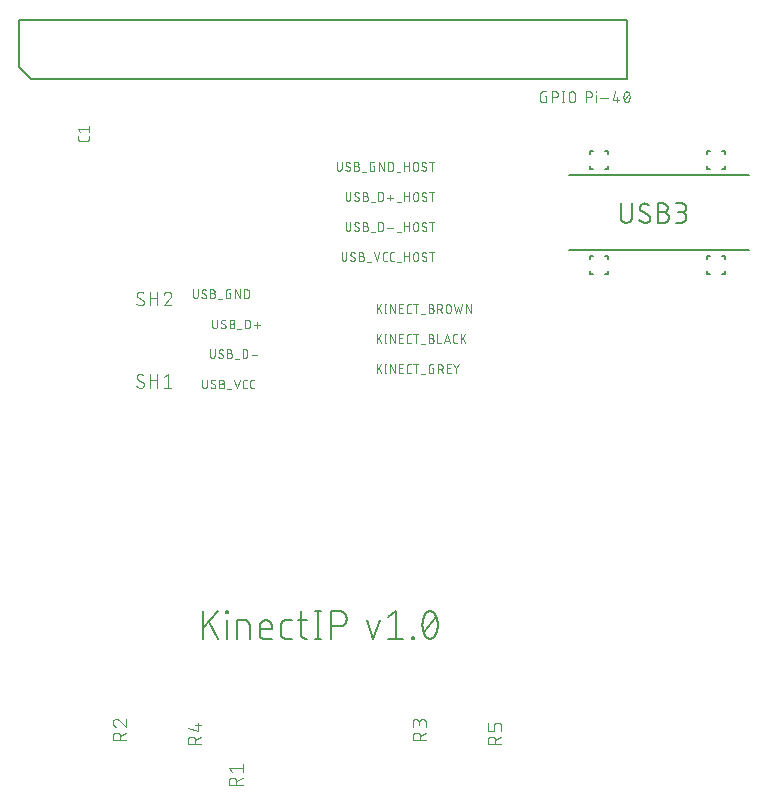
<source format=gbr>
G04 EAGLE Gerber RS-274X export*
G75*
%MOMM*%
%FSLAX34Y34*%
%LPD*%
%INSilkscreen Top*%
%IPPOS*%
%AMOC8*
5,1,8,0,0,1.08239X$1,22.5*%
G01*
%ADD10C,0.152400*%
%ADD11C,0.203200*%
%ADD12C,0.127000*%
%ADD13C,0.076200*%
%ADD14C,0.101600*%


D10*
X685800Y558800D02*
X533400Y558800D01*
X533400Y495300D02*
X685800Y495300D01*
X577025Y522803D02*
X577025Y534543D01*
X577024Y522803D02*
X577026Y522670D01*
X577032Y522538D01*
X577042Y522406D01*
X577055Y522274D01*
X577073Y522142D01*
X577094Y522012D01*
X577119Y521881D01*
X577148Y521752D01*
X577181Y521624D01*
X577217Y521496D01*
X577257Y521370D01*
X577301Y521245D01*
X577349Y521121D01*
X577400Y520999D01*
X577455Y520878D01*
X577513Y520759D01*
X577575Y520641D01*
X577640Y520526D01*
X577709Y520412D01*
X577780Y520301D01*
X577856Y520192D01*
X577934Y520085D01*
X578015Y519980D01*
X578100Y519878D01*
X578187Y519778D01*
X578277Y519681D01*
X578370Y519586D01*
X578466Y519495D01*
X578564Y519406D01*
X578665Y519320D01*
X578769Y519237D01*
X578875Y519157D01*
X578983Y519081D01*
X579093Y519007D01*
X579206Y518937D01*
X579320Y518870D01*
X579437Y518807D01*
X579555Y518747D01*
X579675Y518690D01*
X579797Y518637D01*
X579920Y518588D01*
X580044Y518542D01*
X580170Y518500D01*
X580297Y518462D01*
X580425Y518427D01*
X580554Y518396D01*
X580683Y518369D01*
X580814Y518346D01*
X580945Y518326D01*
X581077Y518311D01*
X581209Y518299D01*
X581341Y518291D01*
X581474Y518287D01*
X581606Y518287D01*
X581739Y518291D01*
X581871Y518299D01*
X582003Y518311D01*
X582135Y518326D01*
X582266Y518346D01*
X582397Y518369D01*
X582526Y518396D01*
X582655Y518427D01*
X582783Y518462D01*
X582910Y518500D01*
X583036Y518542D01*
X583160Y518588D01*
X583283Y518637D01*
X583405Y518690D01*
X583525Y518747D01*
X583643Y518807D01*
X583760Y518870D01*
X583874Y518937D01*
X583987Y519007D01*
X584097Y519081D01*
X584205Y519157D01*
X584311Y519237D01*
X584415Y519320D01*
X584516Y519406D01*
X584614Y519495D01*
X584710Y519586D01*
X584803Y519681D01*
X584893Y519778D01*
X584980Y519878D01*
X585065Y519980D01*
X585146Y520085D01*
X585224Y520192D01*
X585300Y520301D01*
X585371Y520412D01*
X585440Y520526D01*
X585505Y520641D01*
X585567Y520759D01*
X585625Y520878D01*
X585680Y520999D01*
X585731Y521121D01*
X585779Y521245D01*
X585823Y521370D01*
X585863Y521496D01*
X585899Y521624D01*
X585932Y521752D01*
X585961Y521881D01*
X585986Y522012D01*
X586007Y522142D01*
X586025Y522274D01*
X586038Y522406D01*
X586048Y522538D01*
X586054Y522670D01*
X586056Y522803D01*
X586056Y534543D01*
X601686Y521899D02*
X601684Y521781D01*
X601678Y521663D01*
X601669Y521545D01*
X601655Y521428D01*
X601638Y521311D01*
X601617Y521194D01*
X601592Y521079D01*
X601563Y520964D01*
X601530Y520850D01*
X601494Y520738D01*
X601454Y520627D01*
X601411Y520517D01*
X601364Y520408D01*
X601314Y520301D01*
X601259Y520196D01*
X601202Y520093D01*
X601141Y519992D01*
X601077Y519892D01*
X601010Y519795D01*
X600940Y519700D01*
X600866Y519608D01*
X600790Y519517D01*
X600710Y519430D01*
X600628Y519345D01*
X600543Y519263D01*
X600456Y519183D01*
X600365Y519107D01*
X600273Y519033D01*
X600178Y518963D01*
X600081Y518896D01*
X599981Y518832D01*
X599880Y518771D01*
X599777Y518714D01*
X599672Y518659D01*
X599565Y518609D01*
X599456Y518562D01*
X599346Y518519D01*
X599235Y518479D01*
X599123Y518443D01*
X599009Y518410D01*
X598894Y518381D01*
X598779Y518356D01*
X598662Y518335D01*
X598545Y518318D01*
X598428Y518304D01*
X598310Y518295D01*
X598192Y518289D01*
X598074Y518287D01*
X597891Y518289D01*
X597709Y518296D01*
X597527Y518307D01*
X597345Y518322D01*
X597163Y518342D01*
X596982Y518365D01*
X596802Y518394D01*
X596622Y518426D01*
X596443Y518463D01*
X596266Y518504D01*
X596089Y518550D01*
X595913Y518599D01*
X595739Y518653D01*
X595565Y518711D01*
X595394Y518773D01*
X595224Y518839D01*
X595055Y518910D01*
X594888Y518984D01*
X594723Y519062D01*
X594560Y519144D01*
X594399Y519230D01*
X594240Y519320D01*
X594083Y519414D01*
X593929Y519511D01*
X593777Y519612D01*
X593627Y519717D01*
X593480Y519825D01*
X593336Y519936D01*
X593194Y520051D01*
X593055Y520170D01*
X592919Y520292D01*
X592786Y520417D01*
X592656Y520545D01*
X593108Y530931D02*
X593110Y531049D01*
X593116Y531167D01*
X593125Y531285D01*
X593139Y531402D01*
X593156Y531519D01*
X593177Y531636D01*
X593202Y531751D01*
X593231Y531866D01*
X593264Y531980D01*
X593300Y532092D01*
X593340Y532203D01*
X593383Y532313D01*
X593430Y532422D01*
X593480Y532529D01*
X593535Y532634D01*
X593592Y532737D01*
X593653Y532838D01*
X593717Y532938D01*
X593784Y533035D01*
X593854Y533130D01*
X593928Y533222D01*
X594004Y533313D01*
X594084Y533400D01*
X594166Y533485D01*
X594251Y533567D01*
X594338Y533647D01*
X594429Y533723D01*
X594521Y533797D01*
X594616Y533867D01*
X594713Y533934D01*
X594813Y533998D01*
X594914Y534059D01*
X595017Y534117D01*
X595122Y534171D01*
X595229Y534221D01*
X595338Y534268D01*
X595448Y534312D01*
X595559Y534351D01*
X595672Y534387D01*
X595785Y534420D01*
X595900Y534449D01*
X596015Y534474D01*
X596132Y534495D01*
X596249Y534512D01*
X596366Y534526D01*
X596484Y534535D01*
X596602Y534541D01*
X596720Y534543D01*
X596881Y534541D01*
X597043Y534535D01*
X597204Y534526D01*
X597365Y534512D01*
X597525Y534495D01*
X597685Y534474D01*
X597845Y534449D01*
X598004Y534420D01*
X598162Y534388D01*
X598319Y534352D01*
X598475Y534312D01*
X598631Y534268D01*
X598785Y534220D01*
X598938Y534169D01*
X599090Y534115D01*
X599241Y534056D01*
X599390Y533995D01*
X599537Y533929D01*
X599683Y533860D01*
X599828Y533788D01*
X599970Y533712D01*
X600111Y533633D01*
X600250Y533551D01*
X600386Y533465D01*
X600521Y533376D01*
X600654Y533284D01*
X600784Y533188D01*
X594913Y527770D02*
X594812Y527832D01*
X594712Y527897D01*
X594615Y527966D01*
X594520Y528038D01*
X594427Y528112D01*
X594337Y528190D01*
X594249Y528271D01*
X594164Y528354D01*
X594082Y528440D01*
X594003Y528529D01*
X593926Y528620D01*
X593853Y528714D01*
X593782Y528810D01*
X593715Y528908D01*
X593651Y529008D01*
X593590Y529111D01*
X593533Y529215D01*
X593479Y529321D01*
X593429Y529429D01*
X593382Y529538D01*
X593338Y529649D01*
X593298Y529761D01*
X593262Y529875D01*
X593230Y529989D01*
X593201Y530105D01*
X593176Y530221D01*
X593155Y530338D01*
X593138Y530456D01*
X593124Y530574D01*
X593115Y530693D01*
X593109Y530812D01*
X593107Y530931D01*
X599881Y525060D02*
X599982Y524998D01*
X600082Y524933D01*
X600179Y524864D01*
X600274Y524792D01*
X600367Y524718D01*
X600457Y524640D01*
X600545Y524559D01*
X600630Y524476D01*
X600712Y524390D01*
X600791Y524301D01*
X600868Y524210D01*
X600941Y524116D01*
X601012Y524020D01*
X601079Y523922D01*
X601143Y523822D01*
X601204Y523719D01*
X601261Y523615D01*
X601315Y523509D01*
X601365Y523401D01*
X601412Y523292D01*
X601456Y523181D01*
X601496Y523069D01*
X601532Y522955D01*
X601564Y522841D01*
X601593Y522725D01*
X601618Y522609D01*
X601639Y522492D01*
X601656Y522374D01*
X601670Y522256D01*
X601679Y522137D01*
X601685Y522018D01*
X601687Y521899D01*
X599881Y525060D02*
X594914Y527770D01*
X608498Y527318D02*
X613014Y527318D01*
X613014Y527319D02*
X613147Y527317D01*
X613279Y527311D01*
X613411Y527301D01*
X613543Y527288D01*
X613675Y527270D01*
X613805Y527249D01*
X613936Y527224D01*
X614065Y527195D01*
X614193Y527162D01*
X614321Y527126D01*
X614447Y527086D01*
X614572Y527042D01*
X614696Y526994D01*
X614818Y526943D01*
X614939Y526888D01*
X615058Y526830D01*
X615176Y526768D01*
X615291Y526703D01*
X615405Y526634D01*
X615516Y526563D01*
X615625Y526487D01*
X615732Y526409D01*
X615837Y526328D01*
X615939Y526243D01*
X616039Y526156D01*
X616136Y526066D01*
X616231Y525973D01*
X616322Y525877D01*
X616411Y525779D01*
X616497Y525678D01*
X616580Y525574D01*
X616660Y525468D01*
X616736Y525360D01*
X616810Y525250D01*
X616880Y525137D01*
X616947Y525023D01*
X617010Y524906D01*
X617070Y524788D01*
X617127Y524668D01*
X617180Y524546D01*
X617229Y524423D01*
X617275Y524299D01*
X617317Y524173D01*
X617355Y524046D01*
X617390Y523918D01*
X617421Y523789D01*
X617448Y523660D01*
X617471Y523529D01*
X617491Y523398D01*
X617506Y523266D01*
X617518Y523134D01*
X617526Y523002D01*
X617530Y522869D01*
X617530Y522737D01*
X617526Y522604D01*
X617518Y522472D01*
X617506Y522340D01*
X617491Y522208D01*
X617471Y522077D01*
X617448Y521946D01*
X617421Y521817D01*
X617390Y521688D01*
X617355Y521560D01*
X617317Y521433D01*
X617275Y521307D01*
X617229Y521183D01*
X617180Y521060D01*
X617127Y520938D01*
X617070Y520818D01*
X617010Y520700D01*
X616947Y520583D01*
X616880Y520469D01*
X616810Y520356D01*
X616736Y520246D01*
X616660Y520138D01*
X616580Y520032D01*
X616497Y519928D01*
X616411Y519827D01*
X616322Y519729D01*
X616231Y519633D01*
X616136Y519540D01*
X616039Y519450D01*
X615939Y519363D01*
X615837Y519278D01*
X615732Y519197D01*
X615625Y519119D01*
X615516Y519043D01*
X615405Y518972D01*
X615291Y518903D01*
X615176Y518838D01*
X615058Y518776D01*
X614939Y518718D01*
X614818Y518663D01*
X614696Y518612D01*
X614572Y518564D01*
X614447Y518520D01*
X614321Y518480D01*
X614193Y518444D01*
X614065Y518411D01*
X613936Y518382D01*
X613805Y518357D01*
X613675Y518336D01*
X613543Y518318D01*
X613411Y518305D01*
X613279Y518295D01*
X613147Y518289D01*
X613014Y518287D01*
X608498Y518287D01*
X608498Y534543D01*
X613014Y534543D01*
X613133Y534541D01*
X613253Y534535D01*
X613372Y534525D01*
X613490Y534511D01*
X613609Y534494D01*
X613726Y534472D01*
X613843Y534447D01*
X613958Y534417D01*
X614073Y534384D01*
X614187Y534347D01*
X614299Y534307D01*
X614410Y534262D01*
X614519Y534214D01*
X614627Y534163D01*
X614733Y534108D01*
X614837Y534049D01*
X614939Y533987D01*
X615039Y533922D01*
X615137Y533853D01*
X615233Y533781D01*
X615326Y533706D01*
X615416Y533629D01*
X615504Y533548D01*
X615589Y533464D01*
X615671Y533377D01*
X615751Y533288D01*
X615827Y533196D01*
X615901Y533102D01*
X615971Y533005D01*
X616038Y532907D01*
X616102Y532806D01*
X616162Y532702D01*
X616219Y532597D01*
X616272Y532490D01*
X616322Y532382D01*
X616368Y532272D01*
X616410Y532160D01*
X616449Y532047D01*
X616484Y531933D01*
X616515Y531818D01*
X616543Y531701D01*
X616566Y531584D01*
X616586Y531467D01*
X616602Y531348D01*
X616614Y531229D01*
X616622Y531110D01*
X616626Y530991D01*
X616626Y530871D01*
X616622Y530752D01*
X616614Y530633D01*
X616602Y530514D01*
X616586Y530395D01*
X616566Y530278D01*
X616543Y530161D01*
X616515Y530044D01*
X616484Y529929D01*
X616449Y529815D01*
X616410Y529702D01*
X616368Y529590D01*
X616322Y529480D01*
X616272Y529372D01*
X616219Y529265D01*
X616162Y529160D01*
X616102Y529056D01*
X616038Y528955D01*
X615971Y528857D01*
X615901Y528760D01*
X615827Y528666D01*
X615751Y528574D01*
X615671Y528485D01*
X615589Y528398D01*
X615504Y528314D01*
X615416Y528233D01*
X615326Y528156D01*
X615233Y528081D01*
X615137Y528009D01*
X615039Y527940D01*
X614939Y527875D01*
X614837Y527813D01*
X614733Y527754D01*
X614627Y527699D01*
X614519Y527648D01*
X614410Y527600D01*
X614299Y527555D01*
X614187Y527515D01*
X614073Y527478D01*
X613958Y527445D01*
X613843Y527415D01*
X613726Y527390D01*
X613609Y527368D01*
X613490Y527351D01*
X613372Y527337D01*
X613253Y527327D01*
X613133Y527321D01*
X613014Y527319D01*
X623397Y518287D02*
X627913Y518287D01*
X628046Y518289D01*
X628178Y518295D01*
X628310Y518305D01*
X628442Y518318D01*
X628574Y518336D01*
X628704Y518357D01*
X628835Y518382D01*
X628964Y518411D01*
X629092Y518444D01*
X629220Y518480D01*
X629346Y518520D01*
X629471Y518564D01*
X629595Y518612D01*
X629717Y518663D01*
X629838Y518718D01*
X629957Y518776D01*
X630075Y518838D01*
X630190Y518903D01*
X630304Y518972D01*
X630415Y519043D01*
X630524Y519119D01*
X630631Y519197D01*
X630736Y519278D01*
X630838Y519363D01*
X630938Y519450D01*
X631035Y519540D01*
X631130Y519633D01*
X631221Y519729D01*
X631310Y519827D01*
X631396Y519928D01*
X631479Y520032D01*
X631559Y520138D01*
X631635Y520246D01*
X631709Y520356D01*
X631779Y520469D01*
X631846Y520583D01*
X631909Y520700D01*
X631969Y520818D01*
X632026Y520938D01*
X632079Y521060D01*
X632128Y521183D01*
X632174Y521307D01*
X632216Y521433D01*
X632254Y521560D01*
X632289Y521688D01*
X632320Y521817D01*
X632347Y521946D01*
X632370Y522077D01*
X632390Y522208D01*
X632405Y522340D01*
X632417Y522472D01*
X632425Y522604D01*
X632429Y522737D01*
X632429Y522869D01*
X632425Y523002D01*
X632417Y523134D01*
X632405Y523266D01*
X632390Y523398D01*
X632370Y523529D01*
X632347Y523660D01*
X632320Y523789D01*
X632289Y523918D01*
X632254Y524046D01*
X632216Y524173D01*
X632174Y524299D01*
X632128Y524423D01*
X632079Y524546D01*
X632026Y524668D01*
X631969Y524788D01*
X631909Y524906D01*
X631846Y525023D01*
X631779Y525137D01*
X631709Y525250D01*
X631635Y525360D01*
X631559Y525468D01*
X631479Y525574D01*
X631396Y525678D01*
X631310Y525779D01*
X631221Y525877D01*
X631130Y525973D01*
X631035Y526066D01*
X630938Y526156D01*
X630838Y526243D01*
X630736Y526328D01*
X630631Y526409D01*
X630524Y526487D01*
X630415Y526563D01*
X630304Y526634D01*
X630190Y526703D01*
X630075Y526768D01*
X629957Y526830D01*
X629838Y526888D01*
X629717Y526943D01*
X629595Y526994D01*
X629471Y527042D01*
X629346Y527086D01*
X629220Y527126D01*
X629092Y527162D01*
X628964Y527195D01*
X628835Y527224D01*
X628704Y527249D01*
X628574Y527270D01*
X628442Y527288D01*
X628310Y527301D01*
X628178Y527311D01*
X628046Y527317D01*
X627913Y527319D01*
X628816Y534543D02*
X623397Y534543D01*
X628816Y534543D02*
X628935Y534541D01*
X629055Y534535D01*
X629174Y534525D01*
X629292Y534511D01*
X629411Y534494D01*
X629528Y534472D01*
X629645Y534447D01*
X629760Y534417D01*
X629875Y534384D01*
X629989Y534347D01*
X630101Y534307D01*
X630212Y534262D01*
X630321Y534214D01*
X630429Y534163D01*
X630535Y534108D01*
X630639Y534049D01*
X630741Y533987D01*
X630841Y533922D01*
X630939Y533853D01*
X631035Y533781D01*
X631128Y533706D01*
X631218Y533629D01*
X631306Y533548D01*
X631391Y533464D01*
X631473Y533377D01*
X631553Y533288D01*
X631629Y533196D01*
X631703Y533102D01*
X631773Y533005D01*
X631840Y532907D01*
X631904Y532806D01*
X631964Y532702D01*
X632021Y532597D01*
X632074Y532490D01*
X632124Y532382D01*
X632170Y532272D01*
X632212Y532160D01*
X632251Y532047D01*
X632286Y531933D01*
X632317Y531818D01*
X632345Y531701D01*
X632368Y531584D01*
X632388Y531467D01*
X632404Y531348D01*
X632416Y531229D01*
X632424Y531110D01*
X632428Y530991D01*
X632428Y530871D01*
X632424Y530752D01*
X632416Y530633D01*
X632404Y530514D01*
X632388Y530395D01*
X632368Y530278D01*
X632345Y530161D01*
X632317Y530044D01*
X632286Y529929D01*
X632251Y529815D01*
X632212Y529702D01*
X632170Y529590D01*
X632124Y529480D01*
X632074Y529372D01*
X632021Y529265D01*
X631964Y529160D01*
X631904Y529056D01*
X631840Y528955D01*
X631773Y528857D01*
X631703Y528760D01*
X631629Y528666D01*
X631553Y528574D01*
X631473Y528485D01*
X631391Y528398D01*
X631306Y528314D01*
X631218Y528233D01*
X631128Y528156D01*
X631035Y528081D01*
X630939Y528009D01*
X630841Y527940D01*
X630741Y527875D01*
X630639Y527813D01*
X630535Y527754D01*
X630429Y527699D01*
X630321Y527648D01*
X630212Y527600D01*
X630101Y527555D01*
X629989Y527515D01*
X629875Y527478D01*
X629760Y527445D01*
X629645Y527415D01*
X629528Y527390D01*
X629411Y527368D01*
X629292Y527351D01*
X629174Y527337D01*
X629055Y527327D01*
X628935Y527321D01*
X628816Y527319D01*
X628816Y527318D02*
X625203Y527318D01*
D11*
X223266Y189484D02*
X223266Y166116D01*
X223266Y175204D02*
X236248Y189484D01*
X228459Y180396D02*
X236248Y166116D01*
X243529Y166116D02*
X243529Y181695D01*
X242880Y188186D02*
X242880Y189484D01*
X244178Y189484D01*
X244178Y188186D01*
X242880Y188186D01*
X252255Y181695D02*
X252255Y166116D01*
X252255Y181695D02*
X258746Y181695D01*
X258868Y181693D01*
X258991Y181687D01*
X259113Y181678D01*
X259234Y181664D01*
X259355Y181647D01*
X259476Y181626D01*
X259596Y181601D01*
X259715Y181573D01*
X259833Y181540D01*
X259950Y181504D01*
X260065Y181465D01*
X260180Y181421D01*
X260293Y181375D01*
X260404Y181324D01*
X260514Y181270D01*
X260622Y181213D01*
X260729Y181153D01*
X260833Y181089D01*
X260935Y181021D01*
X261035Y180951D01*
X261133Y180878D01*
X261229Y180801D01*
X261322Y180722D01*
X261412Y180639D01*
X261500Y180554D01*
X261585Y180466D01*
X261668Y180376D01*
X261747Y180283D01*
X261824Y180187D01*
X261897Y180089D01*
X261967Y179989D01*
X262035Y179887D01*
X262099Y179783D01*
X262159Y179676D01*
X262216Y179568D01*
X262270Y179458D01*
X262321Y179347D01*
X262367Y179234D01*
X262411Y179119D01*
X262450Y179004D01*
X262486Y178887D01*
X262519Y178769D01*
X262547Y178650D01*
X262572Y178530D01*
X262593Y178409D01*
X262610Y178288D01*
X262624Y178167D01*
X262633Y178045D01*
X262639Y177922D01*
X262641Y177800D01*
X262641Y166116D01*
X274941Y166116D02*
X281432Y166116D01*
X274941Y166116D02*
X274819Y166118D01*
X274696Y166124D01*
X274574Y166133D01*
X274453Y166147D01*
X274332Y166164D01*
X274211Y166185D01*
X274091Y166210D01*
X273972Y166238D01*
X273854Y166271D01*
X273737Y166307D01*
X273622Y166346D01*
X273507Y166390D01*
X273394Y166436D01*
X273283Y166487D01*
X273173Y166541D01*
X273065Y166598D01*
X272958Y166658D01*
X272854Y166722D01*
X272752Y166790D01*
X272652Y166860D01*
X272554Y166933D01*
X272458Y167010D01*
X272365Y167089D01*
X272275Y167172D01*
X272187Y167257D01*
X272102Y167345D01*
X272019Y167435D01*
X271940Y167528D01*
X271863Y167624D01*
X271790Y167722D01*
X271720Y167822D01*
X271652Y167924D01*
X271588Y168028D01*
X271528Y168135D01*
X271471Y168243D01*
X271417Y168353D01*
X271366Y168464D01*
X271320Y168577D01*
X271276Y168692D01*
X271237Y168807D01*
X271201Y168924D01*
X271168Y169042D01*
X271140Y169161D01*
X271115Y169281D01*
X271094Y169402D01*
X271077Y169523D01*
X271063Y169644D01*
X271054Y169766D01*
X271048Y169889D01*
X271046Y170011D01*
X271046Y176502D01*
X271048Y176645D01*
X271054Y176788D01*
X271064Y176931D01*
X271078Y177073D01*
X271095Y177215D01*
X271117Y177357D01*
X271142Y177498D01*
X271172Y177638D01*
X271205Y177777D01*
X271242Y177915D01*
X271283Y178052D01*
X271327Y178188D01*
X271376Y178323D01*
X271428Y178456D01*
X271483Y178588D01*
X271543Y178718D01*
X271606Y178847D01*
X271672Y178974D01*
X271742Y179099D01*
X271815Y179221D01*
X271892Y179342D01*
X271972Y179461D01*
X272055Y179577D01*
X272141Y179692D01*
X272230Y179803D01*
X272323Y179913D01*
X272418Y180019D01*
X272517Y180123D01*
X272618Y180224D01*
X272722Y180323D01*
X272828Y180418D01*
X272938Y180511D01*
X273049Y180600D01*
X273164Y180686D01*
X273280Y180769D01*
X273399Y180849D01*
X273520Y180926D01*
X273643Y180999D01*
X273767Y181069D01*
X273894Y181135D01*
X274023Y181198D01*
X274153Y181258D01*
X274285Y181313D01*
X274418Y181365D01*
X274553Y181414D01*
X274689Y181458D01*
X274826Y181499D01*
X274964Y181536D01*
X275103Y181569D01*
X275243Y181599D01*
X275384Y181624D01*
X275526Y181646D01*
X275668Y181663D01*
X275810Y181677D01*
X275953Y181687D01*
X276096Y181693D01*
X276239Y181695D01*
X276382Y181693D01*
X276525Y181687D01*
X276668Y181677D01*
X276810Y181663D01*
X276952Y181646D01*
X277094Y181624D01*
X277235Y181599D01*
X277375Y181569D01*
X277514Y181536D01*
X277652Y181499D01*
X277789Y181458D01*
X277925Y181414D01*
X278060Y181365D01*
X278193Y181313D01*
X278325Y181258D01*
X278455Y181198D01*
X278584Y181135D01*
X278711Y181069D01*
X278836Y180999D01*
X278958Y180926D01*
X279079Y180849D01*
X279198Y180769D01*
X279314Y180686D01*
X279429Y180600D01*
X279540Y180511D01*
X279650Y180418D01*
X279756Y180323D01*
X279860Y180224D01*
X279961Y180123D01*
X280060Y180019D01*
X280155Y179913D01*
X280248Y179803D01*
X280337Y179692D01*
X280423Y179577D01*
X280506Y179461D01*
X280586Y179342D01*
X280663Y179221D01*
X280736Y179099D01*
X280806Y178974D01*
X280872Y178847D01*
X280935Y178718D01*
X280995Y178588D01*
X281050Y178456D01*
X281102Y178323D01*
X281151Y178188D01*
X281195Y178052D01*
X281236Y177915D01*
X281273Y177777D01*
X281306Y177638D01*
X281336Y177498D01*
X281361Y177357D01*
X281383Y177215D01*
X281400Y177073D01*
X281414Y176931D01*
X281424Y176788D01*
X281430Y176645D01*
X281432Y176502D01*
X281432Y173905D01*
X271046Y173905D01*
X293050Y166116D02*
X298243Y166116D01*
X293050Y166116D02*
X292928Y166118D01*
X292805Y166124D01*
X292683Y166133D01*
X292562Y166147D01*
X292441Y166164D01*
X292320Y166185D01*
X292200Y166210D01*
X292081Y166238D01*
X291963Y166271D01*
X291846Y166307D01*
X291731Y166346D01*
X291616Y166390D01*
X291503Y166436D01*
X291392Y166487D01*
X291282Y166541D01*
X291174Y166598D01*
X291067Y166658D01*
X290963Y166722D01*
X290861Y166790D01*
X290761Y166860D01*
X290663Y166933D01*
X290567Y167010D01*
X290474Y167089D01*
X290384Y167172D01*
X290296Y167257D01*
X290211Y167345D01*
X290128Y167435D01*
X290049Y167528D01*
X289972Y167624D01*
X289899Y167722D01*
X289829Y167822D01*
X289761Y167924D01*
X289697Y168028D01*
X289637Y168135D01*
X289580Y168243D01*
X289526Y168353D01*
X289475Y168464D01*
X289429Y168577D01*
X289385Y168692D01*
X289346Y168807D01*
X289310Y168924D01*
X289277Y169042D01*
X289249Y169161D01*
X289224Y169281D01*
X289203Y169402D01*
X289186Y169523D01*
X289172Y169644D01*
X289163Y169766D01*
X289157Y169889D01*
X289155Y170011D01*
X289155Y177800D01*
X289157Y177922D01*
X289163Y178045D01*
X289172Y178167D01*
X289186Y178288D01*
X289203Y178409D01*
X289224Y178530D01*
X289249Y178650D01*
X289277Y178769D01*
X289310Y178887D01*
X289346Y179004D01*
X289385Y179119D01*
X289429Y179234D01*
X289475Y179347D01*
X289526Y179458D01*
X289580Y179568D01*
X289637Y179676D01*
X289697Y179783D01*
X289761Y179887D01*
X289829Y179989D01*
X289899Y180089D01*
X289972Y180187D01*
X290049Y180283D01*
X290128Y180376D01*
X290211Y180466D01*
X290296Y180554D01*
X290384Y180639D01*
X290474Y180722D01*
X290567Y180801D01*
X290663Y180878D01*
X290761Y180951D01*
X290861Y181021D01*
X290963Y181089D01*
X291067Y181153D01*
X291174Y181213D01*
X291282Y181270D01*
X291392Y181324D01*
X291503Y181375D01*
X291616Y181421D01*
X291731Y181465D01*
X291846Y181504D01*
X291963Y181540D01*
X292081Y181573D01*
X292200Y181601D01*
X292320Y181626D01*
X292441Y181647D01*
X292562Y181664D01*
X292683Y181678D01*
X292805Y181687D01*
X292928Y181693D01*
X293050Y181695D01*
X298243Y181695D01*
X303578Y181695D02*
X311368Y181695D01*
X306175Y189484D02*
X306175Y170011D01*
X306174Y170011D02*
X306176Y169889D01*
X306182Y169766D01*
X306191Y169644D01*
X306205Y169523D01*
X306222Y169402D01*
X306243Y169281D01*
X306268Y169161D01*
X306296Y169042D01*
X306329Y168924D01*
X306365Y168807D01*
X306404Y168692D01*
X306448Y168577D01*
X306494Y168464D01*
X306545Y168353D01*
X306599Y168243D01*
X306656Y168135D01*
X306716Y168028D01*
X306780Y167924D01*
X306848Y167822D01*
X306918Y167722D01*
X306991Y167624D01*
X307068Y167528D01*
X307147Y167435D01*
X307230Y167345D01*
X307315Y167257D01*
X307403Y167172D01*
X307493Y167089D01*
X307586Y167010D01*
X307682Y166933D01*
X307780Y166860D01*
X307880Y166790D01*
X307982Y166722D01*
X308086Y166658D01*
X308193Y166598D01*
X308301Y166541D01*
X308411Y166487D01*
X308522Y166436D01*
X308635Y166390D01*
X308750Y166346D01*
X308865Y166307D01*
X308982Y166271D01*
X309100Y166238D01*
X309219Y166210D01*
X309339Y166185D01*
X309460Y166164D01*
X309581Y166147D01*
X309702Y166133D01*
X309824Y166124D01*
X309947Y166118D01*
X310069Y166116D01*
X311368Y166116D01*
X320780Y166116D02*
X320780Y189484D01*
X318184Y166116D02*
X323376Y166116D01*
X323376Y189484D02*
X318184Y189484D01*
X331835Y189484D02*
X331835Y166116D01*
X331835Y189484D02*
X338327Y189484D01*
X338486Y189482D01*
X338645Y189476D01*
X338805Y189466D01*
X338963Y189453D01*
X339122Y189435D01*
X339279Y189414D01*
X339437Y189388D01*
X339593Y189359D01*
X339749Y189326D01*
X339904Y189289D01*
X340058Y189249D01*
X340211Y189204D01*
X340363Y189156D01*
X340514Y189105D01*
X340663Y189049D01*
X340811Y188990D01*
X340957Y188927D01*
X341102Y188861D01*
X341245Y188791D01*
X341387Y188718D01*
X341526Y188641D01*
X341664Y188561D01*
X341800Y188477D01*
X341933Y188390D01*
X342065Y188300D01*
X342194Y188207D01*
X342320Y188110D01*
X342445Y188011D01*
X342567Y187908D01*
X342686Y187803D01*
X342803Y187694D01*
X342917Y187583D01*
X343028Y187469D01*
X343137Y187352D01*
X343242Y187233D01*
X343345Y187111D01*
X343444Y186986D01*
X343541Y186860D01*
X343634Y186731D01*
X343724Y186599D01*
X343811Y186466D01*
X343895Y186330D01*
X343975Y186192D01*
X344052Y186053D01*
X344125Y185911D01*
X344195Y185768D01*
X344261Y185623D01*
X344324Y185477D01*
X344383Y185329D01*
X344439Y185180D01*
X344490Y185029D01*
X344538Y184877D01*
X344583Y184724D01*
X344623Y184570D01*
X344660Y184415D01*
X344693Y184259D01*
X344722Y184103D01*
X344748Y183945D01*
X344769Y183788D01*
X344787Y183629D01*
X344800Y183471D01*
X344810Y183311D01*
X344816Y183152D01*
X344818Y182993D01*
X344816Y182834D01*
X344810Y182675D01*
X344800Y182515D01*
X344787Y182357D01*
X344769Y182198D01*
X344748Y182041D01*
X344722Y181883D01*
X344693Y181727D01*
X344660Y181571D01*
X344623Y181416D01*
X344583Y181262D01*
X344538Y181109D01*
X344490Y180957D01*
X344439Y180806D01*
X344383Y180657D01*
X344324Y180509D01*
X344261Y180363D01*
X344195Y180218D01*
X344125Y180075D01*
X344052Y179933D01*
X343975Y179794D01*
X343895Y179656D01*
X343811Y179520D01*
X343724Y179387D01*
X343634Y179255D01*
X343541Y179126D01*
X343444Y179000D01*
X343345Y178875D01*
X343242Y178753D01*
X343137Y178634D01*
X343028Y178517D01*
X342917Y178403D01*
X342803Y178292D01*
X342686Y178183D01*
X342567Y178078D01*
X342445Y177975D01*
X342320Y177876D01*
X342194Y177779D01*
X342065Y177686D01*
X341933Y177596D01*
X341800Y177509D01*
X341664Y177425D01*
X341526Y177345D01*
X341387Y177268D01*
X341245Y177195D01*
X341102Y177125D01*
X340957Y177059D01*
X340811Y176996D01*
X340663Y176937D01*
X340514Y176881D01*
X340363Y176830D01*
X340211Y176782D01*
X340058Y176737D01*
X339904Y176697D01*
X339749Y176660D01*
X339593Y176627D01*
X339437Y176598D01*
X339279Y176572D01*
X339122Y176551D01*
X338963Y176533D01*
X338805Y176520D01*
X338645Y176510D01*
X338486Y176504D01*
X338327Y176502D01*
X331835Y176502D01*
X362216Y181695D02*
X367409Y166116D01*
X372602Y181695D01*
X379709Y184291D02*
X386200Y189484D01*
X386200Y166116D01*
X379709Y166116D02*
X392691Y166116D01*
X400166Y166116D02*
X400166Y167414D01*
X401464Y167414D01*
X401464Y166116D01*
X400166Y166116D01*
X408939Y177800D02*
X408944Y178260D01*
X408961Y178719D01*
X408988Y179178D01*
X409027Y179636D01*
X409076Y180093D01*
X409136Y180549D01*
X409207Y181003D01*
X409289Y181456D01*
X409382Y181906D01*
X409485Y182354D01*
X409599Y182799D01*
X409724Y183242D01*
X409859Y183681D01*
X410005Y184117D01*
X410161Y184549D01*
X410327Y184978D01*
X410503Y185403D01*
X410690Y185823D01*
X410886Y186238D01*
X410887Y186239D02*
X410932Y186366D01*
X410982Y186492D01*
X411034Y186617D01*
X411091Y186740D01*
X411151Y186862D01*
X411214Y186981D01*
X411280Y187099D01*
X411350Y187215D01*
X411423Y187329D01*
X411499Y187441D01*
X411579Y187551D01*
X411661Y187658D01*
X411747Y187763D01*
X411835Y187866D01*
X411926Y187966D01*
X412020Y188064D01*
X412117Y188158D01*
X412216Y188250D01*
X412318Y188340D01*
X412422Y188426D01*
X412529Y188509D01*
X412638Y188589D01*
X412750Y188667D01*
X412863Y188740D01*
X412978Y188811D01*
X413096Y188879D01*
X413215Y188943D01*
X413336Y189004D01*
X413459Y189061D01*
X413583Y189115D01*
X413709Y189165D01*
X413836Y189212D01*
X413964Y189255D01*
X414094Y189294D01*
X414224Y189330D01*
X414356Y189362D01*
X414488Y189391D01*
X414621Y189415D01*
X414755Y189436D01*
X414890Y189453D01*
X415024Y189467D01*
X415159Y189476D01*
X415295Y189482D01*
X415430Y189484D01*
X415565Y189482D01*
X415701Y189476D01*
X415836Y189467D01*
X415971Y189453D01*
X416105Y189436D01*
X416239Y189415D01*
X416372Y189391D01*
X416504Y189362D01*
X416636Y189330D01*
X416766Y189294D01*
X416896Y189255D01*
X417024Y189212D01*
X417151Y189165D01*
X417277Y189115D01*
X417401Y189061D01*
X417524Y189004D01*
X417645Y188943D01*
X417764Y188879D01*
X417882Y188811D01*
X417997Y188740D01*
X418110Y188666D01*
X418222Y188589D01*
X418331Y188509D01*
X418438Y188426D01*
X418542Y188340D01*
X418644Y188250D01*
X418743Y188158D01*
X418840Y188064D01*
X418934Y187966D01*
X419025Y187866D01*
X419113Y187763D01*
X419199Y187658D01*
X419281Y187551D01*
X419361Y187441D01*
X419437Y187329D01*
X419510Y187215D01*
X419580Y187099D01*
X419646Y186981D01*
X419709Y186862D01*
X419769Y186740D01*
X419826Y186617D01*
X419878Y186492D01*
X419928Y186366D01*
X419973Y186239D01*
X419975Y186239D02*
X420171Y185823D01*
X420358Y185403D01*
X420534Y184978D01*
X420700Y184550D01*
X420856Y184117D01*
X421002Y183681D01*
X421137Y183242D01*
X421262Y182799D01*
X421376Y182354D01*
X421479Y181906D01*
X421572Y181456D01*
X421654Y181003D01*
X421725Y180549D01*
X421785Y180093D01*
X421834Y179636D01*
X421873Y179178D01*
X421900Y178719D01*
X421917Y178260D01*
X421922Y177800D01*
X408940Y177800D02*
X408945Y177340D01*
X408962Y176881D01*
X408989Y176422D01*
X409028Y175964D01*
X409077Y175507D01*
X409137Y175051D01*
X409208Y174597D01*
X409290Y174145D01*
X409383Y173694D01*
X409486Y173246D01*
X409600Y172801D01*
X409725Y172358D01*
X409860Y171919D01*
X410006Y171483D01*
X410162Y171051D01*
X410328Y170622D01*
X410504Y170197D01*
X410691Y169777D01*
X410887Y169362D01*
X410887Y169361D02*
X410932Y169234D01*
X410982Y169108D01*
X411034Y168983D01*
X411091Y168860D01*
X411151Y168738D01*
X411214Y168619D01*
X411280Y168501D01*
X411350Y168385D01*
X411423Y168271D01*
X411499Y168159D01*
X411579Y168049D01*
X411661Y167942D01*
X411747Y167837D01*
X411835Y167734D01*
X411926Y167634D01*
X412020Y167536D01*
X412117Y167442D01*
X412216Y167350D01*
X412318Y167260D01*
X412423Y167174D01*
X412529Y167091D01*
X412638Y167011D01*
X412750Y166933D01*
X412863Y166860D01*
X412978Y166789D01*
X413096Y166721D01*
X413215Y166657D01*
X413336Y166596D01*
X413459Y166539D01*
X413583Y166485D01*
X413709Y166435D01*
X413836Y166388D01*
X413964Y166345D01*
X414094Y166306D01*
X414224Y166270D01*
X414356Y166238D01*
X414488Y166209D01*
X414621Y166185D01*
X414755Y166164D01*
X414890Y166147D01*
X415024Y166133D01*
X415159Y166124D01*
X415295Y166118D01*
X415430Y166116D01*
X419974Y169362D02*
X420170Y169777D01*
X420357Y170197D01*
X420533Y170622D01*
X420699Y171050D01*
X420855Y171483D01*
X421001Y171919D01*
X421136Y172358D01*
X421261Y172801D01*
X421375Y173246D01*
X421478Y173694D01*
X421571Y174144D01*
X421653Y174597D01*
X421724Y175051D01*
X421784Y175507D01*
X421833Y175964D01*
X421872Y176422D01*
X421899Y176881D01*
X421916Y177340D01*
X421921Y177800D01*
X419973Y169361D02*
X419928Y169234D01*
X419878Y169108D01*
X419826Y168983D01*
X419769Y168860D01*
X419709Y168738D01*
X419646Y168619D01*
X419580Y168501D01*
X419510Y168385D01*
X419437Y168271D01*
X419361Y168159D01*
X419281Y168049D01*
X419199Y167942D01*
X419113Y167837D01*
X419025Y167734D01*
X418934Y167634D01*
X418840Y167536D01*
X418743Y167442D01*
X418644Y167350D01*
X418542Y167260D01*
X418438Y167174D01*
X418331Y167091D01*
X418222Y167011D01*
X418110Y166933D01*
X417997Y166860D01*
X417882Y166789D01*
X417764Y166721D01*
X417645Y166657D01*
X417524Y166596D01*
X417401Y166539D01*
X417277Y166485D01*
X417151Y166435D01*
X417024Y166388D01*
X416896Y166345D01*
X416766Y166306D01*
X416636Y166270D01*
X416504Y166238D01*
X416372Y166209D01*
X416239Y166185D01*
X416105Y166164D01*
X415970Y166147D01*
X415836Y166133D01*
X415701Y166124D01*
X415565Y166118D01*
X415430Y166116D01*
X410237Y171309D02*
X420623Y184291D01*
D12*
X582390Y689718D02*
X67390Y689718D01*
X67390Y649718D01*
X77390Y639718D01*
X582390Y639718D01*
X582390Y689718D01*
D13*
X513902Y625302D02*
X512336Y625302D01*
X513902Y625302D02*
X513902Y620081D01*
X510769Y620081D01*
X510680Y620083D01*
X510592Y620089D01*
X510504Y620098D01*
X510416Y620111D01*
X510329Y620128D01*
X510243Y620148D01*
X510158Y620173D01*
X510073Y620200D01*
X509990Y620232D01*
X509909Y620266D01*
X509829Y620305D01*
X509751Y620346D01*
X509674Y620391D01*
X509600Y620439D01*
X509527Y620490D01*
X509457Y620544D01*
X509390Y620602D01*
X509324Y620662D01*
X509262Y620724D01*
X509202Y620790D01*
X509144Y620857D01*
X509090Y620927D01*
X509039Y621000D01*
X508991Y621074D01*
X508946Y621151D01*
X508905Y621229D01*
X508866Y621309D01*
X508832Y621390D01*
X508800Y621473D01*
X508773Y621558D01*
X508748Y621643D01*
X508728Y621729D01*
X508711Y621816D01*
X508698Y621904D01*
X508689Y621992D01*
X508683Y622080D01*
X508681Y622169D01*
X508681Y627391D01*
X508683Y627482D01*
X508689Y627573D01*
X508699Y627664D01*
X508713Y627754D01*
X508730Y627843D01*
X508752Y627931D01*
X508778Y628019D01*
X508807Y628105D01*
X508840Y628190D01*
X508877Y628273D01*
X508917Y628355D01*
X508961Y628435D01*
X509008Y628513D01*
X509059Y628589D01*
X509112Y628662D01*
X509169Y628733D01*
X509230Y628802D01*
X509293Y628867D01*
X509358Y628930D01*
X509427Y628990D01*
X509498Y629048D01*
X509571Y629101D01*
X509647Y629152D01*
X509725Y629199D01*
X509805Y629243D01*
X509887Y629283D01*
X509970Y629320D01*
X510055Y629353D01*
X510141Y629382D01*
X510229Y629408D01*
X510317Y629430D01*
X510406Y629447D01*
X510496Y629461D01*
X510587Y629471D01*
X510678Y629477D01*
X510769Y629479D01*
X513902Y629479D01*
X518566Y629479D02*
X518566Y620081D01*
X518566Y629479D02*
X521176Y629479D01*
X521277Y629477D01*
X521378Y629471D01*
X521479Y629461D01*
X521579Y629448D01*
X521679Y629430D01*
X521778Y629409D01*
X521876Y629383D01*
X521973Y629354D01*
X522069Y629322D01*
X522163Y629285D01*
X522256Y629245D01*
X522348Y629201D01*
X522437Y629154D01*
X522525Y629103D01*
X522611Y629049D01*
X522694Y628992D01*
X522776Y628932D01*
X522854Y628868D01*
X522931Y628802D01*
X523004Y628732D01*
X523075Y628660D01*
X523143Y628585D01*
X523208Y628507D01*
X523270Y628427D01*
X523329Y628345D01*
X523385Y628260D01*
X523437Y628174D01*
X523486Y628085D01*
X523532Y627994D01*
X523573Y627902D01*
X523612Y627808D01*
X523646Y627713D01*
X523677Y627617D01*
X523704Y627519D01*
X523728Y627421D01*
X523747Y627321D01*
X523763Y627221D01*
X523775Y627121D01*
X523783Y627020D01*
X523787Y626919D01*
X523787Y626817D01*
X523783Y626716D01*
X523775Y626615D01*
X523763Y626515D01*
X523747Y626415D01*
X523728Y626315D01*
X523704Y626217D01*
X523677Y626119D01*
X523646Y626023D01*
X523612Y625928D01*
X523573Y625834D01*
X523532Y625742D01*
X523486Y625651D01*
X523437Y625563D01*
X523385Y625476D01*
X523329Y625391D01*
X523270Y625309D01*
X523208Y625229D01*
X523143Y625151D01*
X523075Y625076D01*
X523004Y625004D01*
X522931Y624934D01*
X522854Y624868D01*
X522776Y624804D01*
X522694Y624744D01*
X522611Y624687D01*
X522525Y624633D01*
X522437Y624582D01*
X522348Y624535D01*
X522256Y624491D01*
X522163Y624451D01*
X522069Y624414D01*
X521973Y624382D01*
X521876Y624353D01*
X521778Y624327D01*
X521679Y624306D01*
X521579Y624288D01*
X521479Y624275D01*
X521378Y624265D01*
X521277Y624259D01*
X521176Y624257D01*
X521176Y624258D02*
X518566Y624258D01*
X528056Y620081D02*
X528056Y629479D01*
X527011Y620081D02*
X529100Y620081D01*
X529100Y629479D02*
X527011Y629479D01*
X532760Y626868D02*
X532760Y622692D01*
X532760Y626868D02*
X532762Y626969D01*
X532768Y627070D01*
X532778Y627171D01*
X532791Y627271D01*
X532809Y627371D01*
X532830Y627470D01*
X532856Y627568D01*
X532885Y627665D01*
X532917Y627761D01*
X532954Y627855D01*
X532994Y627948D01*
X533038Y628040D01*
X533085Y628129D01*
X533136Y628217D01*
X533190Y628303D01*
X533247Y628386D01*
X533307Y628468D01*
X533371Y628546D01*
X533437Y628623D01*
X533507Y628696D01*
X533579Y628767D01*
X533654Y628835D01*
X533732Y628900D01*
X533812Y628962D01*
X533894Y629021D01*
X533979Y629077D01*
X534066Y629129D01*
X534154Y629178D01*
X534245Y629224D01*
X534337Y629265D01*
X534431Y629304D01*
X534526Y629338D01*
X534622Y629369D01*
X534720Y629396D01*
X534818Y629420D01*
X534918Y629439D01*
X535018Y629455D01*
X535118Y629467D01*
X535219Y629475D01*
X535320Y629479D01*
X535422Y629479D01*
X535523Y629475D01*
X535624Y629467D01*
X535724Y629455D01*
X535824Y629439D01*
X535924Y629420D01*
X536022Y629396D01*
X536120Y629369D01*
X536216Y629338D01*
X536311Y629304D01*
X536405Y629265D01*
X536497Y629224D01*
X536588Y629178D01*
X536677Y629129D01*
X536763Y629077D01*
X536848Y629021D01*
X536930Y628962D01*
X537010Y628900D01*
X537088Y628835D01*
X537163Y628767D01*
X537235Y628696D01*
X537305Y628623D01*
X537371Y628546D01*
X537435Y628468D01*
X537495Y628386D01*
X537552Y628303D01*
X537606Y628217D01*
X537657Y628129D01*
X537704Y628040D01*
X537748Y627948D01*
X537788Y627855D01*
X537825Y627761D01*
X537857Y627665D01*
X537886Y627568D01*
X537912Y627470D01*
X537933Y627371D01*
X537951Y627271D01*
X537964Y627171D01*
X537974Y627070D01*
X537980Y626969D01*
X537982Y626868D01*
X537981Y626868D02*
X537981Y622692D01*
X537982Y622692D02*
X537980Y622591D01*
X537974Y622490D01*
X537964Y622389D01*
X537951Y622289D01*
X537933Y622189D01*
X537912Y622090D01*
X537886Y621992D01*
X537857Y621895D01*
X537825Y621799D01*
X537788Y621705D01*
X537748Y621612D01*
X537704Y621520D01*
X537657Y621431D01*
X537606Y621343D01*
X537552Y621257D01*
X537495Y621174D01*
X537435Y621092D01*
X537371Y621014D01*
X537305Y620937D01*
X537235Y620864D01*
X537163Y620793D01*
X537088Y620725D01*
X537010Y620660D01*
X536930Y620598D01*
X536848Y620539D01*
X536763Y620483D01*
X536677Y620431D01*
X536588Y620382D01*
X536497Y620336D01*
X536405Y620295D01*
X536311Y620256D01*
X536216Y620222D01*
X536120Y620191D01*
X536022Y620164D01*
X535924Y620140D01*
X535824Y620121D01*
X535724Y620105D01*
X535624Y620093D01*
X535523Y620085D01*
X535422Y620081D01*
X535320Y620081D01*
X535219Y620085D01*
X535118Y620093D01*
X535018Y620105D01*
X534918Y620121D01*
X534818Y620140D01*
X534720Y620164D01*
X534622Y620191D01*
X534526Y620222D01*
X534431Y620256D01*
X534337Y620295D01*
X534245Y620336D01*
X534154Y620382D01*
X534066Y620431D01*
X533979Y620483D01*
X533894Y620539D01*
X533812Y620598D01*
X533732Y620660D01*
X533654Y620725D01*
X533579Y620793D01*
X533507Y620864D01*
X533437Y620937D01*
X533371Y621014D01*
X533307Y621092D01*
X533247Y621174D01*
X533190Y621257D01*
X533136Y621343D01*
X533085Y621431D01*
X533038Y621520D01*
X532994Y621612D01*
X532954Y621705D01*
X532917Y621799D01*
X532885Y621895D01*
X532856Y621992D01*
X532830Y622090D01*
X532809Y622189D01*
X532791Y622289D01*
X532778Y622389D01*
X532768Y622490D01*
X532762Y622591D01*
X532760Y622692D01*
X547217Y620081D02*
X547217Y629479D01*
X549827Y629479D01*
X549928Y629477D01*
X550029Y629471D01*
X550130Y629461D01*
X550230Y629448D01*
X550330Y629430D01*
X550429Y629409D01*
X550527Y629383D01*
X550624Y629354D01*
X550720Y629322D01*
X550814Y629285D01*
X550907Y629245D01*
X550999Y629201D01*
X551088Y629154D01*
X551176Y629103D01*
X551262Y629049D01*
X551345Y628992D01*
X551427Y628932D01*
X551505Y628868D01*
X551582Y628802D01*
X551655Y628732D01*
X551726Y628660D01*
X551794Y628585D01*
X551859Y628507D01*
X551921Y628427D01*
X551980Y628345D01*
X552036Y628260D01*
X552088Y628174D01*
X552137Y628085D01*
X552183Y627994D01*
X552224Y627902D01*
X552263Y627808D01*
X552297Y627713D01*
X552328Y627617D01*
X552355Y627519D01*
X552379Y627421D01*
X552398Y627321D01*
X552414Y627221D01*
X552426Y627121D01*
X552434Y627020D01*
X552438Y626919D01*
X552438Y626817D01*
X552434Y626716D01*
X552426Y626615D01*
X552414Y626515D01*
X552398Y626415D01*
X552379Y626315D01*
X552355Y626217D01*
X552328Y626119D01*
X552297Y626023D01*
X552263Y625928D01*
X552224Y625834D01*
X552183Y625742D01*
X552137Y625651D01*
X552088Y625563D01*
X552036Y625476D01*
X551980Y625391D01*
X551921Y625309D01*
X551859Y625229D01*
X551794Y625151D01*
X551726Y625076D01*
X551655Y625004D01*
X551582Y624934D01*
X551505Y624868D01*
X551427Y624804D01*
X551345Y624744D01*
X551262Y624687D01*
X551176Y624633D01*
X551088Y624582D01*
X550999Y624535D01*
X550907Y624491D01*
X550814Y624451D01*
X550720Y624414D01*
X550624Y624382D01*
X550527Y624353D01*
X550429Y624327D01*
X550330Y624306D01*
X550230Y624288D01*
X550130Y624275D01*
X550029Y624265D01*
X549928Y624259D01*
X549827Y624257D01*
X549827Y624258D02*
X547217Y624258D01*
X555792Y626346D02*
X555792Y620081D01*
X555531Y628957D02*
X555531Y629479D01*
X556053Y629479D01*
X556053Y628957D01*
X555531Y628957D01*
X559670Y623736D02*
X565935Y623736D01*
X569946Y622169D02*
X572034Y629479D01*
X569946Y622169D02*
X575167Y622169D01*
X573600Y620081D02*
X573600Y624258D01*
X579089Y624780D02*
X579091Y624965D01*
X579098Y625150D01*
X579109Y625334D01*
X579124Y625518D01*
X579144Y625702D01*
X579168Y625886D01*
X579197Y626068D01*
X579230Y626250D01*
X579267Y626431D01*
X579309Y626611D01*
X579355Y626791D01*
X579405Y626969D01*
X579459Y627145D01*
X579518Y627321D01*
X579580Y627495D01*
X579647Y627667D01*
X579718Y627838D01*
X579793Y628007D01*
X579872Y628174D01*
X579902Y628254D01*
X579935Y628333D01*
X579972Y628410D01*
X580012Y628486D01*
X580055Y628560D01*
X580101Y628632D01*
X580151Y628701D01*
X580203Y628769D01*
X580259Y628834D01*
X580317Y628897D01*
X580379Y628956D01*
X580442Y629014D01*
X580509Y629068D01*
X580577Y629119D01*
X580648Y629167D01*
X580721Y629212D01*
X580795Y629254D01*
X580872Y629292D01*
X580950Y629327D01*
X581029Y629359D01*
X581110Y629387D01*
X581192Y629411D01*
X581276Y629432D01*
X581359Y629449D01*
X581444Y629462D01*
X581529Y629471D01*
X581614Y629477D01*
X581700Y629479D01*
X581786Y629477D01*
X581871Y629471D01*
X581956Y629462D01*
X582041Y629449D01*
X582124Y629432D01*
X582208Y629411D01*
X582290Y629387D01*
X582371Y629359D01*
X582450Y629327D01*
X582528Y629292D01*
X582605Y629254D01*
X582679Y629212D01*
X582752Y629167D01*
X582823Y629119D01*
X582891Y629068D01*
X582958Y629014D01*
X583021Y628956D01*
X583083Y628897D01*
X583141Y628834D01*
X583197Y628769D01*
X583249Y628701D01*
X583299Y628632D01*
X583345Y628560D01*
X583388Y628486D01*
X583428Y628410D01*
X583465Y628333D01*
X583498Y628254D01*
X583528Y628174D01*
X583607Y628007D01*
X583682Y627838D01*
X583753Y627667D01*
X583820Y627495D01*
X583882Y627321D01*
X583941Y627145D01*
X583995Y626969D01*
X584045Y626791D01*
X584091Y626611D01*
X584133Y626431D01*
X584170Y626250D01*
X584203Y626068D01*
X584232Y625886D01*
X584256Y625702D01*
X584276Y625518D01*
X584291Y625334D01*
X584302Y625150D01*
X584309Y624965D01*
X584311Y624780D01*
X579089Y624780D02*
X579091Y624595D01*
X579098Y624410D01*
X579109Y624226D01*
X579124Y624042D01*
X579144Y623858D01*
X579168Y623674D01*
X579197Y623492D01*
X579230Y623310D01*
X579267Y623129D01*
X579309Y622949D01*
X579355Y622769D01*
X579405Y622591D01*
X579459Y622415D01*
X579518Y622239D01*
X579580Y622065D01*
X579647Y621893D01*
X579718Y621722D01*
X579793Y621553D01*
X579872Y621386D01*
X579902Y621306D01*
X579935Y621227D01*
X579972Y621150D01*
X580012Y621074D01*
X580055Y621000D01*
X580101Y620928D01*
X580151Y620859D01*
X580204Y620791D01*
X580259Y620726D01*
X580318Y620663D01*
X580379Y620604D01*
X580442Y620546D01*
X580509Y620492D01*
X580577Y620441D01*
X580648Y620393D01*
X580721Y620348D01*
X580795Y620306D01*
X580872Y620268D01*
X580950Y620233D01*
X581029Y620201D01*
X581110Y620173D01*
X581192Y620149D01*
X581276Y620128D01*
X581359Y620111D01*
X581444Y620098D01*
X581529Y620089D01*
X581614Y620083D01*
X581700Y620081D01*
X583528Y621386D02*
X583607Y621553D01*
X583682Y621722D01*
X583753Y621893D01*
X583820Y622065D01*
X583882Y622239D01*
X583941Y622415D01*
X583995Y622591D01*
X584045Y622769D01*
X584091Y622949D01*
X584133Y623129D01*
X584170Y623310D01*
X584203Y623492D01*
X584232Y623674D01*
X584256Y623858D01*
X584276Y624042D01*
X584291Y624226D01*
X584302Y624410D01*
X584309Y624595D01*
X584311Y624780D01*
X583528Y621386D02*
X583498Y621306D01*
X583465Y621227D01*
X583428Y621150D01*
X583388Y621074D01*
X583345Y621000D01*
X583299Y620928D01*
X583249Y620859D01*
X583197Y620791D01*
X583141Y620726D01*
X583083Y620663D01*
X583021Y620604D01*
X582958Y620546D01*
X582891Y620492D01*
X582823Y620441D01*
X582752Y620393D01*
X582679Y620348D01*
X582605Y620306D01*
X582528Y620268D01*
X582450Y620233D01*
X582371Y620201D01*
X582290Y620173D01*
X582208Y620149D01*
X582124Y620128D01*
X582041Y620111D01*
X581956Y620098D01*
X581871Y620089D01*
X581786Y620083D01*
X581700Y620081D01*
X579612Y622169D02*
X583789Y627391D01*
D14*
X256667Y41970D02*
X244983Y41970D01*
X244983Y45215D01*
X244985Y45328D01*
X244991Y45441D01*
X245001Y45554D01*
X245015Y45667D01*
X245032Y45779D01*
X245054Y45890D01*
X245079Y46000D01*
X245109Y46110D01*
X245142Y46218D01*
X245179Y46325D01*
X245219Y46431D01*
X245264Y46535D01*
X245312Y46638D01*
X245363Y46739D01*
X245418Y46838D01*
X245476Y46935D01*
X245538Y47030D01*
X245603Y47123D01*
X245671Y47213D01*
X245742Y47301D01*
X245817Y47387D01*
X245894Y47470D01*
X245974Y47550D01*
X246057Y47627D01*
X246143Y47702D01*
X246231Y47773D01*
X246321Y47841D01*
X246414Y47906D01*
X246509Y47968D01*
X246606Y48026D01*
X246705Y48081D01*
X246806Y48132D01*
X246909Y48180D01*
X247013Y48225D01*
X247119Y48265D01*
X247226Y48302D01*
X247334Y48335D01*
X247444Y48365D01*
X247554Y48390D01*
X247665Y48412D01*
X247777Y48429D01*
X247890Y48443D01*
X248003Y48453D01*
X248116Y48459D01*
X248229Y48461D01*
X248342Y48459D01*
X248455Y48453D01*
X248568Y48443D01*
X248681Y48429D01*
X248793Y48412D01*
X248904Y48390D01*
X249014Y48365D01*
X249124Y48335D01*
X249232Y48302D01*
X249339Y48265D01*
X249445Y48225D01*
X249549Y48180D01*
X249652Y48132D01*
X249753Y48081D01*
X249852Y48026D01*
X249949Y47968D01*
X250044Y47906D01*
X250137Y47841D01*
X250227Y47773D01*
X250315Y47702D01*
X250401Y47627D01*
X250484Y47550D01*
X250564Y47470D01*
X250641Y47387D01*
X250716Y47301D01*
X250787Y47213D01*
X250855Y47123D01*
X250920Y47030D01*
X250982Y46935D01*
X251040Y46838D01*
X251095Y46739D01*
X251146Y46638D01*
X251194Y46535D01*
X251239Y46431D01*
X251279Y46325D01*
X251316Y46218D01*
X251349Y46110D01*
X251379Y46000D01*
X251404Y45890D01*
X251426Y45779D01*
X251443Y45667D01*
X251457Y45554D01*
X251467Y45441D01*
X251473Y45328D01*
X251475Y45215D01*
X251474Y45215D02*
X251474Y41970D01*
X251474Y45864D02*
X256667Y48461D01*
X247579Y53326D02*
X244983Y56571D01*
X256667Y56571D01*
X256667Y53326D02*
X256667Y59817D01*
X158242Y80070D02*
X146558Y80070D01*
X146558Y83315D01*
X146560Y83428D01*
X146566Y83541D01*
X146576Y83654D01*
X146590Y83767D01*
X146607Y83879D01*
X146629Y83990D01*
X146654Y84100D01*
X146684Y84210D01*
X146717Y84318D01*
X146754Y84425D01*
X146794Y84531D01*
X146839Y84635D01*
X146887Y84738D01*
X146938Y84839D01*
X146993Y84938D01*
X147051Y85035D01*
X147113Y85130D01*
X147178Y85223D01*
X147246Y85313D01*
X147317Y85401D01*
X147392Y85487D01*
X147469Y85570D01*
X147549Y85650D01*
X147632Y85727D01*
X147718Y85802D01*
X147806Y85873D01*
X147896Y85941D01*
X147989Y86006D01*
X148084Y86068D01*
X148181Y86126D01*
X148280Y86181D01*
X148381Y86232D01*
X148484Y86280D01*
X148588Y86325D01*
X148694Y86365D01*
X148801Y86402D01*
X148909Y86435D01*
X149019Y86465D01*
X149129Y86490D01*
X149240Y86512D01*
X149352Y86529D01*
X149465Y86543D01*
X149578Y86553D01*
X149691Y86559D01*
X149804Y86561D01*
X149917Y86559D01*
X150030Y86553D01*
X150143Y86543D01*
X150256Y86529D01*
X150368Y86512D01*
X150479Y86490D01*
X150589Y86465D01*
X150699Y86435D01*
X150807Y86402D01*
X150914Y86365D01*
X151020Y86325D01*
X151124Y86280D01*
X151227Y86232D01*
X151328Y86181D01*
X151427Y86126D01*
X151524Y86068D01*
X151619Y86006D01*
X151712Y85941D01*
X151802Y85873D01*
X151890Y85802D01*
X151976Y85727D01*
X152059Y85650D01*
X152139Y85570D01*
X152216Y85487D01*
X152291Y85401D01*
X152362Y85313D01*
X152430Y85223D01*
X152495Y85130D01*
X152557Y85035D01*
X152615Y84938D01*
X152670Y84839D01*
X152721Y84738D01*
X152769Y84635D01*
X152814Y84531D01*
X152854Y84425D01*
X152891Y84318D01*
X152924Y84210D01*
X152954Y84100D01*
X152979Y83990D01*
X153001Y83879D01*
X153018Y83767D01*
X153032Y83654D01*
X153042Y83541D01*
X153048Y83428D01*
X153050Y83315D01*
X153049Y83315D02*
X153049Y80070D01*
X153049Y83964D02*
X158242Y86561D01*
X149479Y97917D02*
X149372Y97915D01*
X149266Y97909D01*
X149160Y97899D01*
X149054Y97886D01*
X148948Y97868D01*
X148844Y97847D01*
X148740Y97822D01*
X148637Y97793D01*
X148536Y97761D01*
X148436Y97724D01*
X148337Y97684D01*
X148239Y97641D01*
X148143Y97594D01*
X148049Y97543D01*
X147957Y97489D01*
X147867Y97432D01*
X147779Y97372D01*
X147694Y97308D01*
X147611Y97241D01*
X147530Y97171D01*
X147452Y97099D01*
X147376Y97023D01*
X147304Y96945D01*
X147234Y96864D01*
X147167Y96781D01*
X147103Y96696D01*
X147043Y96608D01*
X146986Y96518D01*
X146932Y96426D01*
X146881Y96332D01*
X146834Y96236D01*
X146791Y96138D01*
X146751Y96039D01*
X146714Y95939D01*
X146682Y95838D01*
X146653Y95735D01*
X146628Y95631D01*
X146607Y95527D01*
X146589Y95421D01*
X146576Y95315D01*
X146566Y95209D01*
X146560Y95103D01*
X146558Y94996D01*
X146560Y94875D01*
X146566Y94754D01*
X146576Y94634D01*
X146589Y94513D01*
X146607Y94394D01*
X146628Y94274D01*
X146653Y94156D01*
X146682Y94039D01*
X146715Y93922D01*
X146751Y93807D01*
X146792Y93693D01*
X146835Y93580D01*
X146883Y93468D01*
X146934Y93359D01*
X146989Y93251D01*
X147047Y93144D01*
X147108Y93040D01*
X147173Y92938D01*
X147241Y92838D01*
X147312Y92740D01*
X147386Y92644D01*
X147463Y92551D01*
X147544Y92461D01*
X147627Y92373D01*
X147713Y92288D01*
X147802Y92205D01*
X147893Y92126D01*
X147987Y92049D01*
X148083Y91976D01*
X148181Y91906D01*
X148282Y91839D01*
X148385Y91775D01*
X148490Y91715D01*
X148597Y91657D01*
X148705Y91604D01*
X148815Y91554D01*
X148927Y91508D01*
X149040Y91465D01*
X149155Y91426D01*
X151751Y96943D02*
X151673Y97022D01*
X151593Y97098D01*
X151510Y97171D01*
X151424Y97241D01*
X151337Y97308D01*
X151246Y97372D01*
X151154Y97432D01*
X151060Y97490D01*
X150963Y97544D01*
X150865Y97594D01*
X150765Y97641D01*
X150664Y97685D01*
X150561Y97725D01*
X150456Y97761D01*
X150351Y97793D01*
X150244Y97822D01*
X150137Y97847D01*
X150028Y97869D01*
X149919Y97886D01*
X149810Y97900D01*
X149700Y97909D01*
X149589Y97915D01*
X149479Y97917D01*
X151751Y96943D02*
X158242Y91426D01*
X158242Y97917D01*
X400558Y80070D02*
X412242Y80070D01*
X400558Y80070D02*
X400558Y83315D01*
X400560Y83428D01*
X400566Y83541D01*
X400576Y83654D01*
X400590Y83767D01*
X400607Y83879D01*
X400629Y83990D01*
X400654Y84100D01*
X400684Y84210D01*
X400717Y84318D01*
X400754Y84425D01*
X400794Y84531D01*
X400839Y84635D01*
X400887Y84738D01*
X400938Y84839D01*
X400993Y84938D01*
X401051Y85035D01*
X401113Y85130D01*
X401178Y85223D01*
X401246Y85313D01*
X401317Y85401D01*
X401392Y85487D01*
X401469Y85570D01*
X401549Y85650D01*
X401632Y85727D01*
X401718Y85802D01*
X401806Y85873D01*
X401896Y85941D01*
X401989Y86006D01*
X402084Y86068D01*
X402181Y86126D01*
X402280Y86181D01*
X402381Y86232D01*
X402484Y86280D01*
X402588Y86325D01*
X402694Y86365D01*
X402801Y86402D01*
X402909Y86435D01*
X403019Y86465D01*
X403129Y86490D01*
X403240Y86512D01*
X403352Y86529D01*
X403465Y86543D01*
X403578Y86553D01*
X403691Y86559D01*
X403804Y86561D01*
X403917Y86559D01*
X404030Y86553D01*
X404143Y86543D01*
X404256Y86529D01*
X404368Y86512D01*
X404479Y86490D01*
X404589Y86465D01*
X404699Y86435D01*
X404807Y86402D01*
X404914Y86365D01*
X405020Y86325D01*
X405124Y86280D01*
X405227Y86232D01*
X405328Y86181D01*
X405427Y86126D01*
X405524Y86068D01*
X405619Y86006D01*
X405712Y85941D01*
X405802Y85873D01*
X405890Y85802D01*
X405976Y85727D01*
X406059Y85650D01*
X406139Y85570D01*
X406216Y85487D01*
X406291Y85401D01*
X406362Y85313D01*
X406430Y85223D01*
X406495Y85130D01*
X406557Y85035D01*
X406615Y84938D01*
X406670Y84839D01*
X406721Y84738D01*
X406769Y84635D01*
X406814Y84531D01*
X406854Y84425D01*
X406891Y84318D01*
X406924Y84210D01*
X406954Y84100D01*
X406979Y83990D01*
X407001Y83879D01*
X407018Y83767D01*
X407032Y83654D01*
X407042Y83541D01*
X407048Y83428D01*
X407050Y83315D01*
X407049Y83315D02*
X407049Y80070D01*
X407049Y83964D02*
X412242Y86561D01*
X412242Y91426D02*
X412242Y94671D01*
X412240Y94784D01*
X412234Y94897D01*
X412224Y95010D01*
X412210Y95123D01*
X412193Y95235D01*
X412171Y95346D01*
X412146Y95456D01*
X412116Y95566D01*
X412083Y95674D01*
X412046Y95781D01*
X412006Y95887D01*
X411961Y95991D01*
X411913Y96094D01*
X411862Y96195D01*
X411807Y96294D01*
X411749Y96391D01*
X411687Y96486D01*
X411622Y96579D01*
X411554Y96669D01*
X411483Y96757D01*
X411408Y96843D01*
X411331Y96926D01*
X411251Y97006D01*
X411168Y97083D01*
X411082Y97158D01*
X410994Y97229D01*
X410904Y97297D01*
X410811Y97362D01*
X410716Y97424D01*
X410619Y97482D01*
X410520Y97537D01*
X410419Y97588D01*
X410316Y97636D01*
X410212Y97681D01*
X410106Y97721D01*
X409999Y97758D01*
X409891Y97791D01*
X409781Y97821D01*
X409671Y97846D01*
X409560Y97868D01*
X409448Y97885D01*
X409335Y97899D01*
X409222Y97909D01*
X409109Y97915D01*
X408996Y97917D01*
X408883Y97915D01*
X408770Y97909D01*
X408657Y97899D01*
X408544Y97885D01*
X408432Y97868D01*
X408321Y97846D01*
X408211Y97821D01*
X408101Y97791D01*
X407993Y97758D01*
X407886Y97721D01*
X407780Y97681D01*
X407676Y97636D01*
X407573Y97588D01*
X407472Y97537D01*
X407373Y97482D01*
X407276Y97424D01*
X407181Y97362D01*
X407088Y97297D01*
X406998Y97229D01*
X406910Y97158D01*
X406824Y97083D01*
X406741Y97006D01*
X406661Y96926D01*
X406584Y96843D01*
X406509Y96757D01*
X406438Y96669D01*
X406370Y96579D01*
X406305Y96486D01*
X406243Y96391D01*
X406185Y96294D01*
X406130Y96195D01*
X406079Y96094D01*
X406031Y95991D01*
X405986Y95887D01*
X405946Y95781D01*
X405909Y95674D01*
X405876Y95566D01*
X405846Y95456D01*
X405821Y95346D01*
X405799Y95235D01*
X405782Y95123D01*
X405768Y95010D01*
X405758Y94897D01*
X405752Y94784D01*
X405750Y94671D01*
X400558Y95321D02*
X400558Y91426D01*
X400558Y95321D02*
X400560Y95422D01*
X400566Y95522D01*
X400576Y95622D01*
X400589Y95722D01*
X400607Y95821D01*
X400628Y95920D01*
X400653Y96017D01*
X400682Y96114D01*
X400715Y96209D01*
X400751Y96303D01*
X400791Y96395D01*
X400834Y96486D01*
X400881Y96575D01*
X400931Y96662D01*
X400985Y96748D01*
X401042Y96831D01*
X401102Y96911D01*
X401165Y96990D01*
X401232Y97066D01*
X401301Y97139D01*
X401373Y97209D01*
X401447Y97277D01*
X401524Y97342D01*
X401604Y97403D01*
X401686Y97462D01*
X401770Y97517D01*
X401856Y97569D01*
X401944Y97618D01*
X402034Y97663D01*
X402126Y97705D01*
X402219Y97743D01*
X402314Y97777D01*
X402409Y97808D01*
X402506Y97835D01*
X402604Y97858D01*
X402703Y97878D01*
X402803Y97893D01*
X402903Y97905D01*
X403003Y97913D01*
X403104Y97917D01*
X403204Y97917D01*
X403305Y97913D01*
X403405Y97905D01*
X403505Y97893D01*
X403605Y97878D01*
X403704Y97858D01*
X403802Y97835D01*
X403899Y97808D01*
X403994Y97777D01*
X404089Y97743D01*
X404182Y97705D01*
X404274Y97663D01*
X404364Y97618D01*
X404452Y97569D01*
X404538Y97517D01*
X404622Y97462D01*
X404704Y97403D01*
X404784Y97342D01*
X404861Y97277D01*
X404935Y97209D01*
X405007Y97139D01*
X405076Y97066D01*
X405143Y96990D01*
X405206Y96911D01*
X405266Y96831D01*
X405323Y96748D01*
X405377Y96662D01*
X405427Y96575D01*
X405474Y96486D01*
X405517Y96395D01*
X405557Y96303D01*
X405593Y96209D01*
X405626Y96114D01*
X405655Y96017D01*
X405680Y95920D01*
X405701Y95821D01*
X405719Y95722D01*
X405732Y95622D01*
X405742Y95522D01*
X405748Y95422D01*
X405750Y95321D01*
X405751Y95321D02*
X405751Y92724D01*
X221742Y76708D02*
X210058Y76708D01*
X210058Y79954D01*
X210060Y80067D01*
X210066Y80180D01*
X210076Y80293D01*
X210090Y80406D01*
X210107Y80518D01*
X210129Y80629D01*
X210154Y80739D01*
X210184Y80849D01*
X210217Y80957D01*
X210254Y81064D01*
X210294Y81170D01*
X210339Y81274D01*
X210387Y81377D01*
X210438Y81478D01*
X210493Y81577D01*
X210551Y81674D01*
X210613Y81769D01*
X210678Y81862D01*
X210746Y81952D01*
X210817Y82040D01*
X210892Y82126D01*
X210969Y82209D01*
X211049Y82289D01*
X211132Y82366D01*
X211218Y82441D01*
X211306Y82512D01*
X211396Y82580D01*
X211489Y82645D01*
X211584Y82707D01*
X211681Y82765D01*
X211780Y82820D01*
X211881Y82871D01*
X211984Y82919D01*
X212088Y82964D01*
X212194Y83004D01*
X212301Y83041D01*
X212409Y83074D01*
X212519Y83104D01*
X212629Y83129D01*
X212740Y83151D01*
X212852Y83168D01*
X212965Y83182D01*
X213078Y83192D01*
X213191Y83198D01*
X213304Y83200D01*
X213417Y83198D01*
X213530Y83192D01*
X213643Y83182D01*
X213756Y83168D01*
X213868Y83151D01*
X213979Y83129D01*
X214089Y83104D01*
X214199Y83074D01*
X214307Y83041D01*
X214414Y83004D01*
X214520Y82964D01*
X214624Y82919D01*
X214727Y82871D01*
X214828Y82820D01*
X214927Y82765D01*
X215024Y82707D01*
X215119Y82645D01*
X215212Y82580D01*
X215302Y82512D01*
X215390Y82441D01*
X215476Y82366D01*
X215559Y82289D01*
X215639Y82209D01*
X215716Y82126D01*
X215791Y82040D01*
X215862Y81952D01*
X215930Y81862D01*
X215995Y81769D01*
X216057Y81674D01*
X216115Y81577D01*
X216170Y81478D01*
X216221Y81377D01*
X216269Y81274D01*
X216314Y81170D01*
X216354Y81064D01*
X216391Y80957D01*
X216424Y80849D01*
X216454Y80739D01*
X216479Y80629D01*
X216501Y80518D01*
X216518Y80406D01*
X216532Y80293D01*
X216542Y80180D01*
X216548Y80067D01*
X216550Y79954D01*
X216549Y79954D02*
X216549Y76708D01*
X216549Y80603D02*
X221742Y83199D01*
X219146Y88064D02*
X210058Y90661D01*
X219146Y88064D02*
X219146Y94555D01*
X216549Y92608D02*
X221742Y92608D01*
X464058Y76708D02*
X475742Y76708D01*
X464058Y76708D02*
X464058Y79954D01*
X464060Y80067D01*
X464066Y80180D01*
X464076Y80293D01*
X464090Y80406D01*
X464107Y80518D01*
X464129Y80629D01*
X464154Y80739D01*
X464184Y80849D01*
X464217Y80957D01*
X464254Y81064D01*
X464294Y81170D01*
X464339Y81274D01*
X464387Y81377D01*
X464438Y81478D01*
X464493Y81577D01*
X464551Y81674D01*
X464613Y81769D01*
X464678Y81862D01*
X464746Y81952D01*
X464817Y82040D01*
X464892Y82126D01*
X464969Y82209D01*
X465049Y82289D01*
X465132Y82366D01*
X465218Y82441D01*
X465306Y82512D01*
X465396Y82580D01*
X465489Y82645D01*
X465584Y82707D01*
X465681Y82765D01*
X465780Y82820D01*
X465881Y82871D01*
X465984Y82919D01*
X466088Y82964D01*
X466194Y83004D01*
X466301Y83041D01*
X466409Y83074D01*
X466519Y83104D01*
X466629Y83129D01*
X466740Y83151D01*
X466852Y83168D01*
X466965Y83182D01*
X467078Y83192D01*
X467191Y83198D01*
X467304Y83200D01*
X467417Y83198D01*
X467530Y83192D01*
X467643Y83182D01*
X467756Y83168D01*
X467868Y83151D01*
X467979Y83129D01*
X468089Y83104D01*
X468199Y83074D01*
X468307Y83041D01*
X468414Y83004D01*
X468520Y82964D01*
X468624Y82919D01*
X468727Y82871D01*
X468828Y82820D01*
X468927Y82765D01*
X469024Y82707D01*
X469119Y82645D01*
X469212Y82580D01*
X469302Y82512D01*
X469390Y82441D01*
X469476Y82366D01*
X469559Y82289D01*
X469639Y82209D01*
X469716Y82126D01*
X469791Y82040D01*
X469862Y81952D01*
X469930Y81862D01*
X469995Y81769D01*
X470057Y81674D01*
X470115Y81577D01*
X470170Y81478D01*
X470221Y81377D01*
X470269Y81274D01*
X470314Y81170D01*
X470354Y81064D01*
X470391Y80957D01*
X470424Y80849D01*
X470454Y80739D01*
X470479Y80629D01*
X470501Y80518D01*
X470518Y80406D01*
X470532Y80293D01*
X470542Y80180D01*
X470548Y80067D01*
X470550Y79954D01*
X470549Y79954D02*
X470549Y76708D01*
X470549Y80603D02*
X475742Y83199D01*
X475742Y88064D02*
X475742Y91959D01*
X475740Y92058D01*
X475734Y92158D01*
X475725Y92257D01*
X475712Y92355D01*
X475695Y92453D01*
X475674Y92551D01*
X475649Y92647D01*
X475621Y92742D01*
X475589Y92836D01*
X475554Y92929D01*
X475515Y93021D01*
X475472Y93111D01*
X475427Y93199D01*
X475377Y93286D01*
X475325Y93370D01*
X475269Y93453D01*
X475211Y93533D01*
X475149Y93611D01*
X475084Y93686D01*
X475016Y93759D01*
X474946Y93829D01*
X474873Y93897D01*
X474798Y93962D01*
X474720Y94024D01*
X474640Y94082D01*
X474557Y94138D01*
X474473Y94190D01*
X474386Y94240D01*
X474298Y94285D01*
X474208Y94328D01*
X474116Y94367D01*
X474023Y94402D01*
X473929Y94434D01*
X473834Y94462D01*
X473738Y94487D01*
X473640Y94508D01*
X473542Y94525D01*
X473444Y94538D01*
X473345Y94547D01*
X473245Y94553D01*
X473146Y94555D01*
X471847Y94555D01*
X471748Y94553D01*
X471648Y94547D01*
X471549Y94538D01*
X471451Y94525D01*
X471353Y94508D01*
X471255Y94487D01*
X471159Y94462D01*
X471064Y94434D01*
X470970Y94402D01*
X470877Y94367D01*
X470785Y94328D01*
X470695Y94285D01*
X470607Y94240D01*
X470520Y94190D01*
X470436Y94138D01*
X470353Y94082D01*
X470273Y94024D01*
X470195Y93962D01*
X470120Y93897D01*
X470047Y93829D01*
X469977Y93759D01*
X469909Y93686D01*
X469844Y93611D01*
X469782Y93533D01*
X469724Y93453D01*
X469668Y93370D01*
X469616Y93286D01*
X469566Y93199D01*
X469521Y93111D01*
X469478Y93021D01*
X469439Y92929D01*
X469404Y92836D01*
X469372Y92742D01*
X469344Y92647D01*
X469319Y92551D01*
X469298Y92453D01*
X469281Y92355D01*
X469268Y92257D01*
X469259Y92158D01*
X469253Y92058D01*
X469251Y91959D01*
X469251Y88064D01*
X464058Y88064D01*
X464058Y94555D01*
D13*
X126479Y589391D02*
X126479Y591479D01*
X126479Y589391D02*
X126477Y589302D01*
X126471Y589214D01*
X126462Y589126D01*
X126449Y589038D01*
X126432Y588951D01*
X126412Y588865D01*
X126387Y588780D01*
X126360Y588695D01*
X126328Y588612D01*
X126294Y588531D01*
X126255Y588451D01*
X126214Y588373D01*
X126169Y588296D01*
X126121Y588222D01*
X126070Y588149D01*
X126016Y588079D01*
X125958Y588012D01*
X125898Y587946D01*
X125836Y587884D01*
X125770Y587824D01*
X125703Y587766D01*
X125633Y587712D01*
X125560Y587661D01*
X125486Y587613D01*
X125409Y587568D01*
X125331Y587527D01*
X125251Y587488D01*
X125170Y587454D01*
X125087Y587422D01*
X125002Y587395D01*
X124917Y587370D01*
X124831Y587350D01*
X124744Y587333D01*
X124656Y587320D01*
X124568Y587311D01*
X124480Y587305D01*
X124391Y587303D01*
X124391Y587302D02*
X119169Y587302D01*
X119078Y587304D01*
X118987Y587310D01*
X118896Y587320D01*
X118806Y587334D01*
X118717Y587352D01*
X118628Y587373D01*
X118541Y587399D01*
X118455Y587428D01*
X118370Y587461D01*
X118286Y587498D01*
X118204Y587538D01*
X118125Y587582D01*
X118047Y587629D01*
X117971Y587680D01*
X117897Y587734D01*
X117826Y587791D01*
X117758Y587851D01*
X117692Y587914D01*
X117629Y587980D01*
X117569Y588048D01*
X117512Y588119D01*
X117458Y588193D01*
X117407Y588269D01*
X117360Y588346D01*
X117316Y588426D01*
X117276Y588508D01*
X117239Y588592D01*
X117206Y588676D01*
X117177Y588763D01*
X117151Y588850D01*
X117130Y588939D01*
X117112Y589028D01*
X117098Y589118D01*
X117088Y589209D01*
X117082Y589300D01*
X117080Y589391D01*
X117081Y589391D02*
X117081Y591479D01*
X119169Y594948D02*
X117081Y597558D01*
X126479Y597558D01*
X126479Y594948D02*
X126479Y600169D01*
D14*
X173101Y380929D02*
X173099Y380830D01*
X173093Y380730D01*
X173084Y380631D01*
X173071Y380533D01*
X173054Y380435D01*
X173033Y380337D01*
X173008Y380241D01*
X172980Y380146D01*
X172948Y380052D01*
X172913Y379959D01*
X172874Y379867D01*
X172831Y379777D01*
X172786Y379689D01*
X172736Y379602D01*
X172684Y379518D01*
X172628Y379435D01*
X172570Y379355D01*
X172508Y379277D01*
X172443Y379202D01*
X172375Y379129D01*
X172305Y379059D01*
X172232Y378991D01*
X172157Y378926D01*
X172079Y378864D01*
X171999Y378806D01*
X171916Y378750D01*
X171832Y378698D01*
X171745Y378648D01*
X171657Y378603D01*
X171567Y378560D01*
X171475Y378521D01*
X171382Y378486D01*
X171288Y378454D01*
X171193Y378426D01*
X171097Y378401D01*
X170999Y378380D01*
X170901Y378363D01*
X170803Y378350D01*
X170704Y378341D01*
X170604Y378335D01*
X170505Y378333D01*
X170361Y378335D01*
X170216Y378341D01*
X170072Y378350D01*
X169929Y378363D01*
X169785Y378380D01*
X169642Y378401D01*
X169500Y378426D01*
X169359Y378454D01*
X169218Y378486D01*
X169078Y378522D01*
X168939Y378561D01*
X168801Y378604D01*
X168665Y378651D01*
X168529Y378701D01*
X168395Y378755D01*
X168263Y378812D01*
X168132Y378873D01*
X168003Y378937D01*
X167875Y379005D01*
X167749Y379075D01*
X167625Y379150D01*
X167504Y379227D01*
X167384Y379308D01*
X167266Y379391D01*
X167151Y379478D01*
X167038Y379568D01*
X166927Y379661D01*
X166819Y379756D01*
X166713Y379855D01*
X166610Y379956D01*
X166935Y387421D02*
X166937Y387520D01*
X166943Y387620D01*
X166952Y387719D01*
X166965Y387817D01*
X166982Y387915D01*
X167003Y388013D01*
X167028Y388109D01*
X167056Y388204D01*
X167088Y388298D01*
X167123Y388391D01*
X167162Y388483D01*
X167205Y388573D01*
X167250Y388661D01*
X167300Y388748D01*
X167352Y388832D01*
X167408Y388915D01*
X167466Y388995D01*
X167528Y389073D01*
X167593Y389148D01*
X167661Y389221D01*
X167731Y389291D01*
X167804Y389359D01*
X167879Y389424D01*
X167957Y389486D01*
X168037Y389544D01*
X168120Y389600D01*
X168204Y389652D01*
X168291Y389702D01*
X168379Y389747D01*
X168469Y389790D01*
X168561Y389829D01*
X168654Y389864D01*
X168748Y389896D01*
X168843Y389924D01*
X168940Y389949D01*
X169037Y389970D01*
X169135Y389987D01*
X169233Y390000D01*
X169332Y390009D01*
X169432Y390015D01*
X169531Y390017D01*
X169667Y390015D01*
X169803Y390009D01*
X169939Y390000D01*
X170075Y389987D01*
X170210Y389969D01*
X170344Y389949D01*
X170478Y389924D01*
X170612Y389896D01*
X170744Y389863D01*
X170875Y389828D01*
X171006Y389788D01*
X171135Y389745D01*
X171263Y389699D01*
X171389Y389648D01*
X171515Y389595D01*
X171638Y389537D01*
X171760Y389477D01*
X171880Y389413D01*
X171999Y389345D01*
X172115Y389275D01*
X172229Y389201D01*
X172342Y389124D01*
X172452Y389043D01*
X168232Y385149D02*
X168146Y385202D01*
X168062Y385259D01*
X167980Y385318D01*
X167900Y385381D01*
X167823Y385447D01*
X167748Y385515D01*
X167676Y385587D01*
X167607Y385661D01*
X167541Y385738D01*
X167478Y385817D01*
X167418Y385899D01*
X167361Y385983D01*
X167307Y386069D01*
X167257Y386157D01*
X167210Y386247D01*
X167166Y386338D01*
X167127Y386432D01*
X167090Y386526D01*
X167058Y386622D01*
X167029Y386720D01*
X167004Y386818D01*
X166983Y386917D01*
X166965Y387017D01*
X166952Y387117D01*
X166942Y387218D01*
X166936Y387320D01*
X166934Y387421D01*
X171803Y383201D02*
X171889Y383148D01*
X171973Y383091D01*
X172055Y383032D01*
X172135Y382969D01*
X172212Y382903D01*
X172287Y382835D01*
X172359Y382763D01*
X172428Y382689D01*
X172494Y382612D01*
X172557Y382533D01*
X172617Y382451D01*
X172674Y382367D01*
X172728Y382281D01*
X172778Y382193D01*
X172825Y382103D01*
X172869Y382012D01*
X172908Y381918D01*
X172945Y381824D01*
X172977Y381728D01*
X173006Y381630D01*
X173031Y381532D01*
X173052Y381433D01*
X173070Y381333D01*
X173083Y381233D01*
X173093Y381132D01*
X173099Y381030D01*
X173101Y380929D01*
X171803Y383201D02*
X168233Y385149D01*
X178040Y390017D02*
X178040Y378333D01*
X178040Y384824D02*
X184531Y384824D01*
X184531Y390017D02*
X184531Y378333D01*
X189851Y387421D02*
X193096Y390017D01*
X193096Y378333D01*
X189851Y378333D02*
X196342Y378333D01*
X170505Y448183D02*
X170604Y448185D01*
X170704Y448191D01*
X170803Y448200D01*
X170901Y448213D01*
X170999Y448230D01*
X171097Y448251D01*
X171193Y448276D01*
X171288Y448304D01*
X171382Y448336D01*
X171475Y448371D01*
X171567Y448410D01*
X171657Y448453D01*
X171745Y448498D01*
X171832Y448548D01*
X171916Y448600D01*
X171999Y448656D01*
X172079Y448714D01*
X172157Y448776D01*
X172232Y448841D01*
X172305Y448909D01*
X172375Y448979D01*
X172443Y449052D01*
X172508Y449127D01*
X172570Y449205D01*
X172628Y449285D01*
X172684Y449368D01*
X172736Y449452D01*
X172786Y449539D01*
X172831Y449627D01*
X172874Y449717D01*
X172913Y449809D01*
X172948Y449902D01*
X172980Y449996D01*
X173008Y450091D01*
X173033Y450187D01*
X173054Y450285D01*
X173071Y450383D01*
X173084Y450481D01*
X173093Y450580D01*
X173099Y450680D01*
X173101Y450779D01*
X170505Y448183D02*
X170361Y448185D01*
X170216Y448191D01*
X170072Y448200D01*
X169929Y448213D01*
X169785Y448230D01*
X169642Y448251D01*
X169500Y448276D01*
X169359Y448304D01*
X169218Y448336D01*
X169078Y448372D01*
X168939Y448411D01*
X168801Y448454D01*
X168665Y448501D01*
X168529Y448551D01*
X168395Y448605D01*
X168263Y448662D01*
X168132Y448723D01*
X168003Y448787D01*
X167875Y448855D01*
X167749Y448925D01*
X167625Y449000D01*
X167504Y449077D01*
X167384Y449158D01*
X167266Y449241D01*
X167151Y449328D01*
X167038Y449418D01*
X166927Y449511D01*
X166819Y449606D01*
X166713Y449705D01*
X166610Y449806D01*
X166935Y457271D02*
X166937Y457370D01*
X166943Y457470D01*
X166952Y457569D01*
X166965Y457667D01*
X166982Y457765D01*
X167003Y457863D01*
X167028Y457959D01*
X167056Y458054D01*
X167088Y458148D01*
X167123Y458241D01*
X167162Y458333D01*
X167205Y458423D01*
X167250Y458511D01*
X167300Y458598D01*
X167352Y458682D01*
X167408Y458765D01*
X167466Y458845D01*
X167528Y458923D01*
X167593Y458998D01*
X167661Y459071D01*
X167731Y459141D01*
X167804Y459209D01*
X167879Y459274D01*
X167957Y459336D01*
X168037Y459394D01*
X168120Y459450D01*
X168204Y459502D01*
X168291Y459552D01*
X168379Y459597D01*
X168469Y459640D01*
X168561Y459679D01*
X168654Y459714D01*
X168748Y459746D01*
X168843Y459774D01*
X168940Y459799D01*
X169037Y459820D01*
X169135Y459837D01*
X169233Y459850D01*
X169332Y459859D01*
X169432Y459865D01*
X169531Y459867D01*
X169667Y459865D01*
X169803Y459859D01*
X169939Y459850D01*
X170075Y459837D01*
X170210Y459819D01*
X170344Y459799D01*
X170478Y459774D01*
X170612Y459746D01*
X170744Y459713D01*
X170875Y459678D01*
X171006Y459638D01*
X171135Y459595D01*
X171263Y459549D01*
X171389Y459498D01*
X171515Y459445D01*
X171638Y459387D01*
X171760Y459327D01*
X171880Y459263D01*
X171999Y459195D01*
X172115Y459125D01*
X172229Y459051D01*
X172342Y458974D01*
X172452Y458893D01*
X168232Y454999D02*
X168146Y455052D01*
X168062Y455109D01*
X167980Y455168D01*
X167900Y455231D01*
X167823Y455297D01*
X167748Y455365D01*
X167676Y455437D01*
X167607Y455511D01*
X167541Y455588D01*
X167478Y455667D01*
X167418Y455749D01*
X167361Y455833D01*
X167307Y455919D01*
X167257Y456007D01*
X167210Y456097D01*
X167166Y456188D01*
X167127Y456282D01*
X167090Y456376D01*
X167058Y456472D01*
X167029Y456570D01*
X167004Y456668D01*
X166983Y456767D01*
X166965Y456867D01*
X166952Y456967D01*
X166942Y457068D01*
X166936Y457170D01*
X166934Y457271D01*
X171803Y453051D02*
X171889Y452998D01*
X171973Y452941D01*
X172055Y452882D01*
X172135Y452819D01*
X172212Y452753D01*
X172287Y452685D01*
X172359Y452613D01*
X172428Y452539D01*
X172494Y452462D01*
X172557Y452383D01*
X172617Y452301D01*
X172674Y452217D01*
X172728Y452131D01*
X172778Y452043D01*
X172825Y451953D01*
X172869Y451862D01*
X172908Y451768D01*
X172945Y451674D01*
X172977Y451578D01*
X173006Y451480D01*
X173031Y451382D01*
X173052Y451283D01*
X173070Y451183D01*
X173083Y451083D01*
X173093Y450982D01*
X173099Y450880D01*
X173101Y450779D01*
X171803Y453051D02*
X168233Y454999D01*
X178040Y459867D02*
X178040Y448183D01*
X178040Y454674D02*
X184531Y454674D01*
X184531Y459867D02*
X184531Y448183D01*
X193421Y459867D02*
X193528Y459865D01*
X193634Y459859D01*
X193740Y459849D01*
X193846Y459836D01*
X193952Y459818D01*
X194056Y459797D01*
X194160Y459772D01*
X194263Y459743D01*
X194364Y459711D01*
X194464Y459674D01*
X194563Y459634D01*
X194661Y459591D01*
X194757Y459544D01*
X194851Y459493D01*
X194943Y459439D01*
X195033Y459382D01*
X195121Y459322D01*
X195206Y459258D01*
X195289Y459191D01*
X195370Y459121D01*
X195448Y459049D01*
X195524Y458973D01*
X195596Y458895D01*
X195666Y458814D01*
X195733Y458731D01*
X195797Y458646D01*
X195857Y458558D01*
X195914Y458468D01*
X195968Y458376D01*
X196019Y458282D01*
X196066Y458186D01*
X196109Y458088D01*
X196149Y457989D01*
X196186Y457889D01*
X196218Y457788D01*
X196247Y457685D01*
X196272Y457581D01*
X196293Y457477D01*
X196311Y457371D01*
X196324Y457265D01*
X196334Y457159D01*
X196340Y457053D01*
X196342Y456946D01*
X193421Y459867D02*
X193300Y459865D01*
X193179Y459859D01*
X193059Y459849D01*
X192938Y459836D01*
X192819Y459818D01*
X192699Y459797D01*
X192581Y459772D01*
X192464Y459743D01*
X192347Y459710D01*
X192232Y459674D01*
X192118Y459633D01*
X192005Y459590D01*
X191893Y459542D01*
X191784Y459491D01*
X191676Y459436D01*
X191569Y459378D01*
X191465Y459317D01*
X191363Y459252D01*
X191263Y459184D01*
X191165Y459113D01*
X191069Y459039D01*
X190976Y458962D01*
X190886Y458881D01*
X190798Y458798D01*
X190713Y458712D01*
X190630Y458623D01*
X190551Y458532D01*
X190474Y458438D01*
X190401Y458342D01*
X190331Y458244D01*
X190264Y458143D01*
X190200Y458040D01*
X190140Y457935D01*
X190083Y457828D01*
X190029Y457720D01*
X189979Y457610D01*
X189933Y457498D01*
X189890Y457385D01*
X189851Y457270D01*
X195369Y454674D02*
X195448Y454751D01*
X195524Y454832D01*
X195597Y454915D01*
X195667Y455000D01*
X195734Y455088D01*
X195798Y455178D01*
X195858Y455270D01*
X195915Y455365D01*
X195969Y455461D01*
X196020Y455559D01*
X196067Y455659D01*
X196111Y455761D01*
X196151Y455864D01*
X196187Y455968D01*
X196219Y456074D01*
X196248Y456180D01*
X196273Y456288D01*
X196295Y456396D01*
X196312Y456506D01*
X196326Y456615D01*
X196335Y456725D01*
X196341Y456836D01*
X196343Y456946D01*
X195368Y454674D02*
X189851Y448183D01*
X196342Y448183D01*
D13*
X222291Y385319D02*
X222291Y379999D01*
X222293Y379910D01*
X222299Y379821D01*
X222309Y379732D01*
X222322Y379644D01*
X222339Y379556D01*
X222361Y379469D01*
X222386Y379384D01*
X222414Y379299D01*
X222447Y379216D01*
X222483Y379134D01*
X222522Y379054D01*
X222565Y378976D01*
X222611Y378900D01*
X222661Y378825D01*
X222714Y378753D01*
X222770Y378684D01*
X222829Y378617D01*
X222890Y378552D01*
X222955Y378491D01*
X223022Y378432D01*
X223091Y378376D01*
X223163Y378323D01*
X223238Y378273D01*
X223314Y378227D01*
X223392Y378184D01*
X223472Y378145D01*
X223554Y378109D01*
X223637Y378076D01*
X223722Y378048D01*
X223807Y378023D01*
X223894Y378001D01*
X223982Y377984D01*
X224070Y377971D01*
X224159Y377961D01*
X224248Y377955D01*
X224337Y377953D01*
X224426Y377955D01*
X224515Y377961D01*
X224604Y377971D01*
X224692Y377984D01*
X224780Y378001D01*
X224867Y378023D01*
X224952Y378048D01*
X225037Y378076D01*
X225120Y378109D01*
X225202Y378145D01*
X225282Y378184D01*
X225360Y378227D01*
X225436Y378273D01*
X225511Y378323D01*
X225583Y378376D01*
X225652Y378432D01*
X225719Y378491D01*
X225784Y378552D01*
X225845Y378617D01*
X225904Y378684D01*
X225960Y378753D01*
X226013Y378825D01*
X226063Y378900D01*
X226109Y378976D01*
X226152Y379054D01*
X226191Y379134D01*
X226227Y379216D01*
X226260Y379299D01*
X226288Y379384D01*
X226313Y379469D01*
X226335Y379556D01*
X226352Y379644D01*
X226365Y379732D01*
X226375Y379821D01*
X226381Y379910D01*
X226383Y379999D01*
X226383Y385319D01*
X233698Y379590D02*
X233696Y379512D01*
X233691Y379434D01*
X233681Y379357D01*
X233668Y379280D01*
X233652Y379204D01*
X233632Y379129D01*
X233608Y379055D01*
X233581Y378982D01*
X233550Y378910D01*
X233516Y378840D01*
X233479Y378772D01*
X233438Y378705D01*
X233394Y378640D01*
X233348Y378578D01*
X233298Y378518D01*
X233246Y378460D01*
X233191Y378405D01*
X233133Y378353D01*
X233073Y378303D01*
X233011Y378257D01*
X232946Y378213D01*
X232880Y378172D01*
X232811Y378135D01*
X232741Y378101D01*
X232669Y378070D01*
X232596Y378043D01*
X232522Y378019D01*
X232447Y377999D01*
X232371Y377983D01*
X232294Y377970D01*
X232217Y377960D01*
X232139Y377955D01*
X232061Y377953D01*
X231947Y377955D01*
X231834Y377960D01*
X231720Y377970D01*
X231607Y377983D01*
X231495Y378000D01*
X231383Y378020D01*
X231272Y378044D01*
X231161Y378072D01*
X231052Y378103D01*
X230944Y378138D01*
X230837Y378177D01*
X230731Y378219D01*
X230627Y378264D01*
X230524Y378313D01*
X230423Y378366D01*
X230324Y378421D01*
X230226Y378480D01*
X230131Y378542D01*
X230038Y378607D01*
X229946Y378675D01*
X229858Y378746D01*
X229771Y378820D01*
X229687Y378897D01*
X229606Y378976D01*
X229811Y383682D02*
X229813Y383760D01*
X229818Y383838D01*
X229828Y383915D01*
X229841Y383992D01*
X229857Y384068D01*
X229877Y384143D01*
X229901Y384217D01*
X229928Y384290D01*
X229959Y384362D01*
X229993Y384432D01*
X230030Y384501D01*
X230071Y384567D01*
X230115Y384632D01*
X230161Y384694D01*
X230211Y384754D01*
X230263Y384812D01*
X230318Y384867D01*
X230376Y384919D01*
X230436Y384969D01*
X230498Y385015D01*
X230563Y385059D01*
X230630Y385100D01*
X230698Y385137D01*
X230768Y385171D01*
X230840Y385202D01*
X230913Y385229D01*
X230987Y385253D01*
X231062Y385273D01*
X231138Y385289D01*
X231215Y385302D01*
X231292Y385312D01*
X231370Y385317D01*
X231448Y385319D01*
X231447Y385319D02*
X231557Y385317D01*
X231666Y385311D01*
X231776Y385301D01*
X231884Y385288D01*
X231993Y385270D01*
X232100Y385249D01*
X232207Y385223D01*
X232313Y385194D01*
X232418Y385162D01*
X232521Y385125D01*
X232623Y385085D01*
X232724Y385041D01*
X232823Y384993D01*
X232920Y384943D01*
X233015Y384888D01*
X233108Y384830D01*
X233199Y384769D01*
X233288Y384705D01*
X230629Y382249D02*
X230562Y382291D01*
X230497Y382335D01*
X230435Y382383D01*
X230375Y382433D01*
X230317Y382486D01*
X230262Y382542D01*
X230210Y382601D01*
X230160Y382661D01*
X230113Y382725D01*
X230070Y382790D01*
X230029Y382857D01*
X229992Y382926D01*
X229958Y382997D01*
X229927Y383069D01*
X229900Y383143D01*
X229876Y383217D01*
X229856Y383293D01*
X229840Y383370D01*
X229827Y383447D01*
X229817Y383525D01*
X229812Y383604D01*
X229810Y383682D01*
X232880Y381022D02*
X232946Y380980D01*
X233011Y380936D01*
X233073Y380889D01*
X233133Y380838D01*
X233191Y380785D01*
X233246Y380729D01*
X233299Y380671D01*
X233348Y380610D01*
X233395Y380547D01*
X233438Y380482D01*
X233479Y380415D01*
X233516Y380346D01*
X233550Y380275D01*
X233581Y380203D01*
X233608Y380129D01*
X233632Y380054D01*
X233652Y379979D01*
X233668Y379902D01*
X233681Y379825D01*
X233691Y379747D01*
X233696Y379668D01*
X233698Y379590D01*
X232880Y381022D02*
X230629Y382250D01*
X237039Y382045D02*
X239085Y382045D01*
X239174Y382043D01*
X239263Y382037D01*
X239352Y382027D01*
X239440Y382014D01*
X239528Y381997D01*
X239615Y381975D01*
X239700Y381950D01*
X239785Y381922D01*
X239868Y381889D01*
X239950Y381853D01*
X240030Y381814D01*
X240108Y381771D01*
X240184Y381725D01*
X240259Y381675D01*
X240331Y381622D01*
X240400Y381566D01*
X240467Y381507D01*
X240532Y381446D01*
X240593Y381381D01*
X240652Y381314D01*
X240708Y381245D01*
X240761Y381173D01*
X240811Y381098D01*
X240857Y381022D01*
X240900Y380944D01*
X240939Y380864D01*
X240975Y380782D01*
X241008Y380699D01*
X241036Y380614D01*
X241061Y380529D01*
X241083Y380442D01*
X241100Y380354D01*
X241113Y380266D01*
X241123Y380177D01*
X241129Y380088D01*
X241131Y379999D01*
X241129Y379910D01*
X241123Y379821D01*
X241113Y379732D01*
X241100Y379644D01*
X241083Y379556D01*
X241061Y379469D01*
X241036Y379384D01*
X241008Y379299D01*
X240975Y379216D01*
X240939Y379134D01*
X240900Y379054D01*
X240857Y378976D01*
X240811Y378900D01*
X240761Y378825D01*
X240708Y378753D01*
X240652Y378684D01*
X240593Y378617D01*
X240532Y378552D01*
X240467Y378491D01*
X240400Y378432D01*
X240331Y378376D01*
X240259Y378323D01*
X240184Y378273D01*
X240108Y378227D01*
X240030Y378184D01*
X239950Y378145D01*
X239868Y378109D01*
X239785Y378076D01*
X239700Y378048D01*
X239615Y378023D01*
X239528Y378001D01*
X239440Y377984D01*
X239352Y377971D01*
X239263Y377961D01*
X239174Y377955D01*
X239085Y377953D01*
X237039Y377953D01*
X237039Y385319D01*
X239085Y385319D01*
X239164Y385317D01*
X239243Y385311D01*
X239322Y385302D01*
X239400Y385289D01*
X239477Y385271D01*
X239553Y385251D01*
X239628Y385226D01*
X239702Y385198D01*
X239775Y385167D01*
X239846Y385131D01*
X239915Y385093D01*
X239982Y385051D01*
X240047Y385006D01*
X240110Y384958D01*
X240171Y384907D01*
X240228Y384853D01*
X240284Y384797D01*
X240336Y384738D01*
X240386Y384676D01*
X240432Y384612D01*
X240476Y384546D01*
X240516Y384478D01*
X240552Y384408D01*
X240586Y384336D01*
X240616Y384262D01*
X240642Y384188D01*
X240665Y384112D01*
X240683Y384035D01*
X240699Y383958D01*
X240710Y383879D01*
X240718Y383801D01*
X240722Y383722D01*
X240722Y383642D01*
X240718Y383563D01*
X240710Y383485D01*
X240699Y383406D01*
X240683Y383329D01*
X240665Y383252D01*
X240642Y383176D01*
X240616Y383102D01*
X240586Y383028D01*
X240552Y382956D01*
X240516Y382886D01*
X240476Y382818D01*
X240432Y382752D01*
X240386Y382688D01*
X240336Y382626D01*
X240284Y382567D01*
X240228Y382511D01*
X240171Y382457D01*
X240110Y382406D01*
X240047Y382358D01*
X239982Y382313D01*
X239915Y382271D01*
X239846Y382233D01*
X239775Y382197D01*
X239702Y382166D01*
X239628Y382138D01*
X239553Y382113D01*
X239477Y382093D01*
X239400Y382075D01*
X239322Y382062D01*
X239243Y382053D01*
X239164Y382047D01*
X239085Y382045D01*
X243670Y377135D02*
X246944Y377135D01*
X251891Y377953D02*
X249435Y385319D01*
X254346Y385319D02*
X251891Y377953D01*
X258774Y377953D02*
X260411Y377953D01*
X258774Y377953D02*
X258696Y377955D01*
X258618Y377960D01*
X258541Y377970D01*
X258464Y377983D01*
X258388Y377999D01*
X258313Y378019D01*
X258239Y378043D01*
X258166Y378070D01*
X258094Y378101D01*
X258024Y378135D01*
X257956Y378172D01*
X257889Y378213D01*
X257824Y378257D01*
X257762Y378303D01*
X257702Y378353D01*
X257644Y378405D01*
X257589Y378460D01*
X257537Y378518D01*
X257487Y378578D01*
X257441Y378640D01*
X257397Y378705D01*
X257356Y378772D01*
X257319Y378840D01*
X257285Y378910D01*
X257254Y378982D01*
X257227Y379055D01*
X257203Y379129D01*
X257183Y379204D01*
X257167Y379280D01*
X257154Y379357D01*
X257144Y379434D01*
X257139Y379512D01*
X257137Y379590D01*
X257137Y383682D01*
X257139Y383762D01*
X257145Y383842D01*
X257155Y383922D01*
X257168Y384001D01*
X257186Y384080D01*
X257207Y384157D01*
X257233Y384233D01*
X257262Y384308D01*
X257294Y384382D01*
X257330Y384454D01*
X257370Y384524D01*
X257413Y384591D01*
X257459Y384657D01*
X257509Y384720D01*
X257561Y384781D01*
X257616Y384840D01*
X257675Y384895D01*
X257735Y384947D01*
X257799Y384997D01*
X257865Y385043D01*
X257932Y385086D01*
X258002Y385126D01*
X258074Y385162D01*
X258148Y385194D01*
X258222Y385223D01*
X258299Y385249D01*
X258376Y385270D01*
X258455Y385288D01*
X258534Y385301D01*
X258614Y385311D01*
X258694Y385317D01*
X258774Y385319D01*
X260411Y385319D01*
X264870Y377953D02*
X266507Y377953D01*
X264870Y377953D02*
X264792Y377955D01*
X264714Y377960D01*
X264637Y377970D01*
X264560Y377983D01*
X264484Y377999D01*
X264409Y378019D01*
X264335Y378043D01*
X264262Y378070D01*
X264190Y378101D01*
X264120Y378135D01*
X264052Y378172D01*
X263985Y378213D01*
X263920Y378257D01*
X263858Y378303D01*
X263798Y378353D01*
X263740Y378405D01*
X263685Y378460D01*
X263633Y378518D01*
X263583Y378578D01*
X263537Y378640D01*
X263493Y378705D01*
X263452Y378772D01*
X263415Y378840D01*
X263381Y378910D01*
X263350Y378982D01*
X263323Y379055D01*
X263299Y379129D01*
X263279Y379204D01*
X263263Y379280D01*
X263250Y379357D01*
X263240Y379434D01*
X263235Y379512D01*
X263233Y379590D01*
X263233Y383682D01*
X263235Y383762D01*
X263241Y383842D01*
X263251Y383922D01*
X263264Y384001D01*
X263282Y384080D01*
X263303Y384157D01*
X263329Y384233D01*
X263358Y384308D01*
X263390Y384382D01*
X263426Y384454D01*
X263466Y384524D01*
X263509Y384591D01*
X263555Y384657D01*
X263605Y384720D01*
X263657Y384781D01*
X263712Y384840D01*
X263771Y384895D01*
X263831Y384947D01*
X263895Y384997D01*
X263961Y385043D01*
X264028Y385086D01*
X264098Y385126D01*
X264170Y385162D01*
X264244Y385194D01*
X264318Y385223D01*
X264395Y385249D01*
X264472Y385270D01*
X264551Y385288D01*
X264630Y385301D01*
X264710Y385311D01*
X264790Y385317D01*
X264870Y385319D01*
X266507Y385319D01*
X228794Y405715D02*
X228794Y411035D01*
X228794Y405715D02*
X228796Y405626D01*
X228802Y405537D01*
X228812Y405448D01*
X228825Y405360D01*
X228842Y405272D01*
X228864Y405185D01*
X228889Y405100D01*
X228917Y405015D01*
X228950Y404932D01*
X228986Y404850D01*
X229025Y404770D01*
X229068Y404692D01*
X229114Y404616D01*
X229164Y404541D01*
X229217Y404469D01*
X229273Y404400D01*
X229332Y404333D01*
X229393Y404268D01*
X229458Y404207D01*
X229525Y404148D01*
X229594Y404092D01*
X229666Y404039D01*
X229741Y403989D01*
X229817Y403943D01*
X229895Y403900D01*
X229975Y403861D01*
X230057Y403825D01*
X230140Y403792D01*
X230225Y403764D01*
X230310Y403739D01*
X230397Y403717D01*
X230485Y403700D01*
X230573Y403687D01*
X230662Y403677D01*
X230751Y403671D01*
X230840Y403669D01*
X230929Y403671D01*
X231018Y403677D01*
X231107Y403687D01*
X231195Y403700D01*
X231283Y403717D01*
X231370Y403739D01*
X231455Y403764D01*
X231540Y403792D01*
X231623Y403825D01*
X231705Y403861D01*
X231785Y403900D01*
X231863Y403943D01*
X231939Y403989D01*
X232014Y404039D01*
X232086Y404092D01*
X232155Y404148D01*
X232222Y404207D01*
X232287Y404268D01*
X232348Y404333D01*
X232407Y404400D01*
X232463Y404469D01*
X232516Y404541D01*
X232566Y404616D01*
X232612Y404692D01*
X232655Y404770D01*
X232694Y404850D01*
X232730Y404932D01*
X232763Y405015D01*
X232791Y405100D01*
X232816Y405185D01*
X232838Y405272D01*
X232855Y405360D01*
X232868Y405448D01*
X232878Y405537D01*
X232884Y405626D01*
X232886Y405715D01*
X232886Y411035D01*
X240201Y405305D02*
X240199Y405227D01*
X240194Y405149D01*
X240184Y405072D01*
X240171Y404995D01*
X240155Y404919D01*
X240135Y404844D01*
X240111Y404770D01*
X240084Y404697D01*
X240053Y404625D01*
X240019Y404555D01*
X239982Y404487D01*
X239941Y404420D01*
X239897Y404355D01*
X239851Y404293D01*
X239801Y404233D01*
X239749Y404175D01*
X239694Y404120D01*
X239636Y404068D01*
X239576Y404018D01*
X239514Y403972D01*
X239449Y403928D01*
X239383Y403887D01*
X239314Y403850D01*
X239244Y403816D01*
X239172Y403785D01*
X239099Y403758D01*
X239025Y403734D01*
X238950Y403714D01*
X238874Y403698D01*
X238797Y403685D01*
X238720Y403675D01*
X238642Y403670D01*
X238564Y403668D01*
X238450Y403670D01*
X238337Y403675D01*
X238223Y403685D01*
X238110Y403698D01*
X237998Y403715D01*
X237886Y403735D01*
X237775Y403759D01*
X237664Y403787D01*
X237555Y403818D01*
X237447Y403853D01*
X237340Y403892D01*
X237234Y403934D01*
X237130Y403979D01*
X237027Y404028D01*
X236926Y404081D01*
X236827Y404136D01*
X236729Y404195D01*
X236634Y404257D01*
X236541Y404322D01*
X236449Y404390D01*
X236361Y404461D01*
X236274Y404535D01*
X236190Y404612D01*
X236109Y404691D01*
X236313Y409398D02*
X236315Y409476D01*
X236320Y409554D01*
X236330Y409631D01*
X236343Y409708D01*
X236359Y409784D01*
X236379Y409859D01*
X236403Y409933D01*
X236430Y410006D01*
X236461Y410078D01*
X236495Y410148D01*
X236532Y410217D01*
X236573Y410283D01*
X236617Y410348D01*
X236663Y410410D01*
X236713Y410470D01*
X236765Y410528D01*
X236820Y410583D01*
X236878Y410635D01*
X236938Y410685D01*
X237000Y410731D01*
X237065Y410775D01*
X237132Y410816D01*
X237200Y410853D01*
X237270Y410887D01*
X237342Y410918D01*
X237415Y410945D01*
X237489Y410969D01*
X237564Y410989D01*
X237640Y411005D01*
X237717Y411018D01*
X237794Y411028D01*
X237872Y411033D01*
X237950Y411035D01*
X237950Y411034D02*
X238060Y411032D01*
X238169Y411026D01*
X238279Y411016D01*
X238387Y411003D01*
X238496Y410985D01*
X238603Y410964D01*
X238710Y410938D01*
X238816Y410909D01*
X238921Y410877D01*
X239024Y410840D01*
X239126Y410800D01*
X239227Y410756D01*
X239326Y410708D01*
X239423Y410658D01*
X239518Y410603D01*
X239611Y410545D01*
X239702Y410484D01*
X239791Y410420D01*
X237132Y407965D02*
X237065Y408007D01*
X237000Y408051D01*
X236938Y408099D01*
X236878Y408149D01*
X236820Y408202D01*
X236765Y408258D01*
X236713Y408317D01*
X236663Y408377D01*
X236616Y408441D01*
X236573Y408506D01*
X236532Y408573D01*
X236495Y408642D01*
X236461Y408713D01*
X236430Y408785D01*
X236403Y408859D01*
X236379Y408933D01*
X236359Y409009D01*
X236343Y409086D01*
X236330Y409163D01*
X236320Y409241D01*
X236315Y409320D01*
X236313Y409398D01*
X239382Y406737D02*
X239448Y406695D01*
X239513Y406651D01*
X239575Y406604D01*
X239635Y406553D01*
X239693Y406500D01*
X239748Y406444D01*
X239801Y406386D01*
X239850Y406325D01*
X239897Y406262D01*
X239940Y406197D01*
X239981Y406130D01*
X240018Y406061D01*
X240052Y405990D01*
X240083Y405918D01*
X240110Y405844D01*
X240134Y405769D01*
X240154Y405694D01*
X240170Y405617D01*
X240183Y405540D01*
X240193Y405462D01*
X240198Y405383D01*
X240200Y405305D01*
X239382Y406738D02*
X237132Y407965D01*
X243542Y407761D02*
X245588Y407761D01*
X245677Y407759D01*
X245766Y407753D01*
X245855Y407743D01*
X245943Y407730D01*
X246031Y407713D01*
X246118Y407691D01*
X246203Y407666D01*
X246288Y407638D01*
X246371Y407605D01*
X246453Y407569D01*
X246533Y407530D01*
X246611Y407487D01*
X246687Y407441D01*
X246762Y407391D01*
X246834Y407338D01*
X246903Y407282D01*
X246970Y407223D01*
X247035Y407162D01*
X247096Y407097D01*
X247155Y407030D01*
X247211Y406961D01*
X247264Y406889D01*
X247314Y406814D01*
X247360Y406738D01*
X247403Y406660D01*
X247442Y406580D01*
X247478Y406498D01*
X247511Y406415D01*
X247539Y406330D01*
X247564Y406245D01*
X247586Y406158D01*
X247603Y406070D01*
X247616Y405982D01*
X247626Y405893D01*
X247632Y405804D01*
X247634Y405715D01*
X247632Y405626D01*
X247626Y405537D01*
X247616Y405448D01*
X247603Y405360D01*
X247586Y405272D01*
X247564Y405185D01*
X247539Y405100D01*
X247511Y405015D01*
X247478Y404932D01*
X247442Y404850D01*
X247403Y404770D01*
X247360Y404692D01*
X247314Y404616D01*
X247264Y404541D01*
X247211Y404469D01*
X247155Y404400D01*
X247096Y404333D01*
X247035Y404268D01*
X246970Y404207D01*
X246903Y404148D01*
X246834Y404092D01*
X246762Y404039D01*
X246687Y403989D01*
X246611Y403943D01*
X246533Y403900D01*
X246453Y403861D01*
X246371Y403825D01*
X246288Y403792D01*
X246203Y403764D01*
X246118Y403739D01*
X246031Y403717D01*
X245943Y403700D01*
X245855Y403687D01*
X245766Y403677D01*
X245677Y403671D01*
X245588Y403669D01*
X243542Y403669D01*
X243542Y411035D01*
X245588Y411035D01*
X245667Y411033D01*
X245746Y411027D01*
X245825Y411018D01*
X245903Y411005D01*
X245980Y410987D01*
X246056Y410967D01*
X246131Y410942D01*
X246205Y410914D01*
X246278Y410883D01*
X246349Y410847D01*
X246418Y410809D01*
X246485Y410767D01*
X246550Y410722D01*
X246613Y410674D01*
X246674Y410623D01*
X246731Y410569D01*
X246787Y410513D01*
X246839Y410454D01*
X246889Y410392D01*
X246935Y410328D01*
X246979Y410262D01*
X247019Y410194D01*
X247055Y410124D01*
X247089Y410052D01*
X247119Y409978D01*
X247145Y409904D01*
X247168Y409828D01*
X247186Y409751D01*
X247202Y409674D01*
X247213Y409595D01*
X247221Y409517D01*
X247225Y409438D01*
X247225Y409358D01*
X247221Y409279D01*
X247213Y409201D01*
X247202Y409122D01*
X247186Y409045D01*
X247168Y408968D01*
X247145Y408892D01*
X247119Y408818D01*
X247089Y408744D01*
X247055Y408672D01*
X247019Y408602D01*
X246979Y408534D01*
X246935Y408468D01*
X246889Y408404D01*
X246839Y408342D01*
X246787Y408283D01*
X246731Y408227D01*
X246674Y408173D01*
X246613Y408122D01*
X246550Y408074D01*
X246485Y408029D01*
X246418Y407987D01*
X246349Y407949D01*
X246278Y407913D01*
X246205Y407882D01*
X246131Y407854D01*
X246056Y407829D01*
X245980Y407809D01*
X245903Y407791D01*
X245825Y407778D01*
X245746Y407769D01*
X245667Y407763D01*
X245588Y407761D01*
X250173Y402850D02*
X253447Y402850D01*
X256591Y403669D02*
X256591Y411035D01*
X258637Y411035D01*
X258637Y411034D02*
X258726Y411032D01*
X258815Y411026D01*
X258904Y411016D01*
X258992Y411003D01*
X259080Y410986D01*
X259167Y410964D01*
X259252Y410939D01*
X259337Y410911D01*
X259420Y410878D01*
X259502Y410842D01*
X259582Y410803D01*
X259660Y410760D01*
X259736Y410714D01*
X259811Y410664D01*
X259883Y410611D01*
X259952Y410555D01*
X260019Y410496D01*
X260084Y410435D01*
X260145Y410370D01*
X260204Y410303D01*
X260260Y410234D01*
X260313Y410162D01*
X260363Y410087D01*
X260409Y410011D01*
X260452Y409933D01*
X260491Y409853D01*
X260527Y409771D01*
X260560Y409688D01*
X260588Y409603D01*
X260613Y409518D01*
X260635Y409431D01*
X260652Y409343D01*
X260665Y409255D01*
X260675Y409166D01*
X260681Y409077D01*
X260683Y408988D01*
X260683Y405715D01*
X260681Y405626D01*
X260675Y405537D01*
X260665Y405448D01*
X260652Y405360D01*
X260635Y405272D01*
X260613Y405185D01*
X260588Y405100D01*
X260560Y405015D01*
X260527Y404932D01*
X260491Y404850D01*
X260452Y404770D01*
X260409Y404692D01*
X260363Y404616D01*
X260313Y404541D01*
X260260Y404469D01*
X260204Y404400D01*
X260145Y404333D01*
X260084Y404268D01*
X260019Y404207D01*
X259952Y404148D01*
X259883Y404092D01*
X259811Y404039D01*
X259736Y403989D01*
X259660Y403943D01*
X259582Y403900D01*
X259502Y403861D01*
X259420Y403825D01*
X259337Y403792D01*
X259252Y403764D01*
X259167Y403739D01*
X259080Y403717D01*
X258992Y403700D01*
X258904Y403687D01*
X258815Y403677D01*
X258726Y403671D01*
X258637Y403669D01*
X256591Y403669D01*
X264229Y406533D02*
X269139Y406533D01*
X230923Y430799D02*
X230923Y436119D01*
X230923Y430799D02*
X230925Y430710D01*
X230931Y430621D01*
X230941Y430532D01*
X230954Y430444D01*
X230971Y430356D01*
X230993Y430269D01*
X231018Y430184D01*
X231046Y430099D01*
X231079Y430016D01*
X231115Y429934D01*
X231154Y429854D01*
X231197Y429776D01*
X231243Y429700D01*
X231293Y429625D01*
X231346Y429553D01*
X231402Y429484D01*
X231461Y429417D01*
X231522Y429352D01*
X231587Y429291D01*
X231654Y429232D01*
X231723Y429176D01*
X231795Y429123D01*
X231870Y429073D01*
X231946Y429027D01*
X232024Y428984D01*
X232104Y428945D01*
X232186Y428909D01*
X232269Y428876D01*
X232354Y428848D01*
X232439Y428823D01*
X232526Y428801D01*
X232614Y428784D01*
X232702Y428771D01*
X232791Y428761D01*
X232880Y428755D01*
X232969Y428753D01*
X233058Y428755D01*
X233147Y428761D01*
X233236Y428771D01*
X233324Y428784D01*
X233412Y428801D01*
X233499Y428823D01*
X233584Y428848D01*
X233669Y428876D01*
X233752Y428909D01*
X233834Y428945D01*
X233914Y428984D01*
X233992Y429027D01*
X234068Y429073D01*
X234143Y429123D01*
X234215Y429176D01*
X234284Y429232D01*
X234351Y429291D01*
X234416Y429352D01*
X234477Y429417D01*
X234536Y429484D01*
X234592Y429553D01*
X234645Y429625D01*
X234695Y429700D01*
X234741Y429776D01*
X234784Y429854D01*
X234823Y429934D01*
X234859Y430016D01*
X234892Y430099D01*
X234920Y430184D01*
X234945Y430269D01*
X234967Y430356D01*
X234984Y430444D01*
X234997Y430532D01*
X235007Y430621D01*
X235013Y430710D01*
X235015Y430799D01*
X235015Y436119D01*
X242331Y430390D02*
X242329Y430312D01*
X242324Y430234D01*
X242314Y430157D01*
X242301Y430080D01*
X242285Y430004D01*
X242265Y429929D01*
X242241Y429855D01*
X242214Y429782D01*
X242183Y429710D01*
X242149Y429640D01*
X242112Y429572D01*
X242071Y429505D01*
X242027Y429440D01*
X241981Y429378D01*
X241931Y429318D01*
X241879Y429260D01*
X241824Y429205D01*
X241766Y429153D01*
X241706Y429103D01*
X241644Y429057D01*
X241579Y429013D01*
X241513Y428972D01*
X241444Y428935D01*
X241374Y428901D01*
X241302Y428870D01*
X241229Y428843D01*
X241155Y428819D01*
X241080Y428799D01*
X241004Y428783D01*
X240927Y428770D01*
X240850Y428760D01*
X240772Y428755D01*
X240694Y428753D01*
X240580Y428755D01*
X240467Y428760D01*
X240353Y428770D01*
X240240Y428783D01*
X240128Y428800D01*
X240016Y428820D01*
X239905Y428844D01*
X239794Y428872D01*
X239685Y428903D01*
X239577Y428938D01*
X239470Y428977D01*
X239364Y429019D01*
X239260Y429064D01*
X239157Y429113D01*
X239056Y429166D01*
X238957Y429221D01*
X238859Y429280D01*
X238764Y429342D01*
X238671Y429407D01*
X238579Y429475D01*
X238491Y429546D01*
X238404Y429620D01*
X238320Y429697D01*
X238239Y429776D01*
X238443Y434482D02*
X238445Y434560D01*
X238450Y434638D01*
X238460Y434715D01*
X238473Y434792D01*
X238489Y434868D01*
X238509Y434943D01*
X238533Y435017D01*
X238560Y435090D01*
X238591Y435162D01*
X238625Y435232D01*
X238662Y435301D01*
X238703Y435367D01*
X238747Y435432D01*
X238793Y435494D01*
X238843Y435554D01*
X238895Y435612D01*
X238950Y435667D01*
X239008Y435719D01*
X239068Y435769D01*
X239130Y435815D01*
X239195Y435859D01*
X239262Y435900D01*
X239330Y435937D01*
X239400Y435971D01*
X239472Y436002D01*
X239545Y436029D01*
X239619Y436053D01*
X239694Y436073D01*
X239770Y436089D01*
X239847Y436102D01*
X239924Y436112D01*
X240002Y436117D01*
X240080Y436119D01*
X240190Y436117D01*
X240299Y436111D01*
X240409Y436101D01*
X240517Y436088D01*
X240626Y436070D01*
X240733Y436049D01*
X240840Y436023D01*
X240946Y435994D01*
X241051Y435962D01*
X241154Y435925D01*
X241256Y435885D01*
X241357Y435841D01*
X241456Y435793D01*
X241553Y435743D01*
X241648Y435688D01*
X241741Y435630D01*
X241832Y435569D01*
X241921Y435505D01*
X239261Y433049D02*
X239194Y433091D01*
X239129Y433135D01*
X239067Y433183D01*
X239007Y433233D01*
X238949Y433286D01*
X238894Y433342D01*
X238842Y433401D01*
X238792Y433461D01*
X238745Y433525D01*
X238702Y433590D01*
X238661Y433657D01*
X238624Y433726D01*
X238590Y433797D01*
X238559Y433869D01*
X238532Y433943D01*
X238508Y434017D01*
X238488Y434093D01*
X238472Y434170D01*
X238459Y434247D01*
X238449Y434325D01*
X238444Y434404D01*
X238442Y434482D01*
X241512Y431822D02*
X241578Y431780D01*
X241643Y431736D01*
X241705Y431689D01*
X241765Y431638D01*
X241823Y431585D01*
X241878Y431529D01*
X241931Y431471D01*
X241980Y431410D01*
X242027Y431347D01*
X242070Y431282D01*
X242111Y431215D01*
X242148Y431146D01*
X242182Y431075D01*
X242213Y431003D01*
X242240Y430929D01*
X242264Y430854D01*
X242284Y430779D01*
X242300Y430702D01*
X242313Y430625D01*
X242323Y430547D01*
X242328Y430468D01*
X242330Y430390D01*
X241512Y431822D02*
X239261Y433050D01*
X245671Y432845D02*
X247717Y432845D01*
X247806Y432843D01*
X247895Y432837D01*
X247984Y432827D01*
X248072Y432814D01*
X248160Y432797D01*
X248247Y432775D01*
X248332Y432750D01*
X248417Y432722D01*
X248500Y432689D01*
X248582Y432653D01*
X248662Y432614D01*
X248740Y432571D01*
X248816Y432525D01*
X248891Y432475D01*
X248963Y432422D01*
X249032Y432366D01*
X249099Y432307D01*
X249164Y432246D01*
X249225Y432181D01*
X249284Y432114D01*
X249340Y432045D01*
X249393Y431973D01*
X249443Y431898D01*
X249489Y431822D01*
X249532Y431744D01*
X249571Y431664D01*
X249607Y431582D01*
X249640Y431499D01*
X249668Y431414D01*
X249693Y431329D01*
X249715Y431242D01*
X249732Y431154D01*
X249745Y431066D01*
X249755Y430977D01*
X249761Y430888D01*
X249763Y430799D01*
X249761Y430710D01*
X249755Y430621D01*
X249745Y430532D01*
X249732Y430444D01*
X249715Y430356D01*
X249693Y430269D01*
X249668Y430184D01*
X249640Y430099D01*
X249607Y430016D01*
X249571Y429934D01*
X249532Y429854D01*
X249489Y429776D01*
X249443Y429700D01*
X249393Y429625D01*
X249340Y429553D01*
X249284Y429484D01*
X249225Y429417D01*
X249164Y429352D01*
X249099Y429291D01*
X249032Y429232D01*
X248963Y429176D01*
X248891Y429123D01*
X248816Y429073D01*
X248740Y429027D01*
X248662Y428984D01*
X248582Y428945D01*
X248500Y428909D01*
X248417Y428876D01*
X248332Y428848D01*
X248247Y428823D01*
X248160Y428801D01*
X248072Y428784D01*
X247984Y428771D01*
X247895Y428761D01*
X247806Y428755D01*
X247717Y428753D01*
X245671Y428753D01*
X245671Y436119D01*
X247717Y436119D01*
X247796Y436117D01*
X247875Y436111D01*
X247954Y436102D01*
X248032Y436089D01*
X248109Y436071D01*
X248185Y436051D01*
X248260Y436026D01*
X248334Y435998D01*
X248407Y435967D01*
X248478Y435931D01*
X248547Y435893D01*
X248614Y435851D01*
X248679Y435806D01*
X248742Y435758D01*
X248803Y435707D01*
X248860Y435653D01*
X248916Y435597D01*
X248968Y435538D01*
X249018Y435476D01*
X249064Y435412D01*
X249108Y435346D01*
X249148Y435278D01*
X249184Y435208D01*
X249218Y435136D01*
X249248Y435062D01*
X249274Y434988D01*
X249297Y434912D01*
X249315Y434835D01*
X249331Y434758D01*
X249342Y434679D01*
X249350Y434601D01*
X249354Y434522D01*
X249354Y434442D01*
X249350Y434363D01*
X249342Y434285D01*
X249331Y434206D01*
X249315Y434129D01*
X249297Y434052D01*
X249274Y433976D01*
X249248Y433902D01*
X249218Y433828D01*
X249184Y433756D01*
X249148Y433686D01*
X249108Y433618D01*
X249064Y433552D01*
X249018Y433488D01*
X248968Y433426D01*
X248916Y433367D01*
X248860Y433311D01*
X248803Y433257D01*
X248742Y433206D01*
X248679Y433158D01*
X248614Y433113D01*
X248547Y433071D01*
X248478Y433033D01*
X248407Y432997D01*
X248334Y432966D01*
X248260Y432938D01*
X248185Y432913D01*
X248109Y432893D01*
X248032Y432875D01*
X247954Y432862D01*
X247875Y432853D01*
X247796Y432847D01*
X247717Y432845D01*
X252303Y427935D02*
X255576Y427935D01*
X258721Y428753D02*
X258721Y436119D01*
X260767Y436119D01*
X260856Y436117D01*
X260945Y436111D01*
X261034Y436101D01*
X261122Y436088D01*
X261210Y436071D01*
X261297Y436049D01*
X261382Y436024D01*
X261467Y435996D01*
X261550Y435963D01*
X261632Y435927D01*
X261712Y435888D01*
X261790Y435845D01*
X261866Y435799D01*
X261941Y435749D01*
X262013Y435696D01*
X262082Y435640D01*
X262149Y435581D01*
X262214Y435520D01*
X262275Y435455D01*
X262334Y435388D01*
X262390Y435319D01*
X262443Y435247D01*
X262493Y435172D01*
X262539Y435096D01*
X262582Y435018D01*
X262621Y434938D01*
X262657Y434856D01*
X262690Y434773D01*
X262718Y434688D01*
X262743Y434603D01*
X262765Y434516D01*
X262782Y434428D01*
X262795Y434340D01*
X262805Y434251D01*
X262811Y434162D01*
X262813Y434073D01*
X262813Y430799D01*
X262811Y430710D01*
X262805Y430621D01*
X262795Y430532D01*
X262782Y430444D01*
X262765Y430356D01*
X262743Y430269D01*
X262718Y430184D01*
X262690Y430099D01*
X262657Y430016D01*
X262621Y429934D01*
X262582Y429854D01*
X262539Y429776D01*
X262493Y429700D01*
X262443Y429625D01*
X262390Y429553D01*
X262334Y429484D01*
X262275Y429417D01*
X262214Y429352D01*
X262149Y429291D01*
X262082Y429232D01*
X262013Y429176D01*
X261941Y429123D01*
X261866Y429073D01*
X261790Y429027D01*
X261712Y428984D01*
X261632Y428945D01*
X261550Y428909D01*
X261467Y428876D01*
X261382Y428848D01*
X261297Y428823D01*
X261210Y428801D01*
X261122Y428784D01*
X261034Y428771D01*
X260945Y428761D01*
X260856Y428755D01*
X260767Y428753D01*
X258721Y428753D01*
X266358Y431618D02*
X271269Y431618D01*
X268814Y434073D02*
X268814Y429162D01*
X214506Y456515D02*
X214506Y461835D01*
X214506Y456515D02*
X214508Y456426D01*
X214514Y456337D01*
X214524Y456248D01*
X214537Y456160D01*
X214554Y456072D01*
X214576Y455985D01*
X214601Y455900D01*
X214629Y455815D01*
X214662Y455732D01*
X214698Y455650D01*
X214737Y455570D01*
X214780Y455492D01*
X214826Y455416D01*
X214876Y455341D01*
X214929Y455269D01*
X214985Y455200D01*
X215044Y455133D01*
X215105Y455068D01*
X215170Y455007D01*
X215237Y454948D01*
X215306Y454892D01*
X215378Y454839D01*
X215453Y454789D01*
X215529Y454743D01*
X215607Y454700D01*
X215687Y454661D01*
X215769Y454625D01*
X215852Y454592D01*
X215937Y454564D01*
X216022Y454539D01*
X216109Y454517D01*
X216197Y454500D01*
X216285Y454487D01*
X216374Y454477D01*
X216463Y454471D01*
X216552Y454469D01*
X216641Y454471D01*
X216730Y454477D01*
X216819Y454487D01*
X216907Y454500D01*
X216995Y454517D01*
X217082Y454539D01*
X217167Y454564D01*
X217252Y454592D01*
X217335Y454625D01*
X217417Y454661D01*
X217497Y454700D01*
X217575Y454743D01*
X217651Y454789D01*
X217726Y454839D01*
X217798Y454892D01*
X217867Y454948D01*
X217934Y455007D01*
X217999Y455068D01*
X218060Y455133D01*
X218119Y455200D01*
X218175Y455269D01*
X218228Y455341D01*
X218278Y455416D01*
X218324Y455492D01*
X218367Y455570D01*
X218406Y455650D01*
X218442Y455732D01*
X218475Y455815D01*
X218503Y455900D01*
X218528Y455985D01*
X218550Y456072D01*
X218567Y456160D01*
X218580Y456248D01*
X218590Y456337D01*
X218596Y456426D01*
X218598Y456515D01*
X218598Y461835D01*
X225914Y456105D02*
X225912Y456027D01*
X225907Y455949D01*
X225897Y455872D01*
X225884Y455795D01*
X225868Y455719D01*
X225848Y455644D01*
X225824Y455570D01*
X225797Y455497D01*
X225766Y455425D01*
X225732Y455355D01*
X225695Y455287D01*
X225654Y455220D01*
X225610Y455155D01*
X225564Y455093D01*
X225514Y455033D01*
X225462Y454975D01*
X225407Y454920D01*
X225349Y454868D01*
X225289Y454818D01*
X225227Y454772D01*
X225162Y454728D01*
X225096Y454687D01*
X225027Y454650D01*
X224957Y454616D01*
X224885Y454585D01*
X224812Y454558D01*
X224738Y454534D01*
X224663Y454514D01*
X224587Y454498D01*
X224510Y454485D01*
X224433Y454475D01*
X224355Y454470D01*
X224277Y454468D01*
X224163Y454470D01*
X224050Y454475D01*
X223936Y454485D01*
X223823Y454498D01*
X223711Y454515D01*
X223599Y454535D01*
X223488Y454559D01*
X223377Y454587D01*
X223268Y454618D01*
X223160Y454653D01*
X223053Y454692D01*
X222947Y454734D01*
X222843Y454779D01*
X222740Y454828D01*
X222639Y454881D01*
X222540Y454936D01*
X222442Y454995D01*
X222347Y455057D01*
X222254Y455122D01*
X222162Y455190D01*
X222074Y455261D01*
X221987Y455335D01*
X221903Y455412D01*
X221822Y455491D01*
X222026Y460198D02*
X222028Y460276D01*
X222033Y460354D01*
X222043Y460431D01*
X222056Y460508D01*
X222072Y460584D01*
X222092Y460659D01*
X222116Y460733D01*
X222143Y460806D01*
X222174Y460878D01*
X222208Y460948D01*
X222245Y461017D01*
X222286Y461083D01*
X222330Y461148D01*
X222376Y461210D01*
X222426Y461270D01*
X222478Y461328D01*
X222533Y461383D01*
X222591Y461435D01*
X222651Y461485D01*
X222713Y461531D01*
X222778Y461575D01*
X222845Y461616D01*
X222913Y461653D01*
X222983Y461687D01*
X223055Y461718D01*
X223128Y461745D01*
X223202Y461769D01*
X223277Y461789D01*
X223353Y461805D01*
X223430Y461818D01*
X223507Y461828D01*
X223585Y461833D01*
X223663Y461835D01*
X223663Y461834D02*
X223773Y461832D01*
X223882Y461826D01*
X223992Y461816D01*
X224100Y461803D01*
X224209Y461785D01*
X224316Y461764D01*
X224423Y461738D01*
X224529Y461709D01*
X224634Y461677D01*
X224737Y461640D01*
X224839Y461600D01*
X224940Y461556D01*
X225039Y461508D01*
X225136Y461458D01*
X225231Y461403D01*
X225324Y461345D01*
X225415Y461284D01*
X225504Y461220D01*
X222844Y458765D02*
X222777Y458807D01*
X222712Y458851D01*
X222650Y458899D01*
X222590Y458949D01*
X222532Y459002D01*
X222477Y459058D01*
X222425Y459117D01*
X222375Y459177D01*
X222328Y459241D01*
X222285Y459306D01*
X222244Y459373D01*
X222207Y459442D01*
X222173Y459513D01*
X222142Y459585D01*
X222115Y459659D01*
X222091Y459733D01*
X222071Y459809D01*
X222055Y459886D01*
X222042Y459963D01*
X222032Y460041D01*
X222027Y460120D01*
X222025Y460198D01*
X225095Y457537D02*
X225161Y457495D01*
X225226Y457451D01*
X225288Y457404D01*
X225348Y457353D01*
X225406Y457300D01*
X225461Y457244D01*
X225514Y457186D01*
X225563Y457125D01*
X225610Y457062D01*
X225653Y456997D01*
X225694Y456930D01*
X225731Y456861D01*
X225765Y456790D01*
X225796Y456718D01*
X225823Y456644D01*
X225847Y456569D01*
X225867Y456494D01*
X225883Y456417D01*
X225896Y456340D01*
X225906Y456262D01*
X225911Y456183D01*
X225913Y456105D01*
X225095Y457538D02*
X222844Y458765D01*
X229254Y458561D02*
X231300Y458561D01*
X231389Y458559D01*
X231478Y458553D01*
X231567Y458543D01*
X231655Y458530D01*
X231743Y458513D01*
X231830Y458491D01*
X231915Y458466D01*
X232000Y458438D01*
X232083Y458405D01*
X232165Y458369D01*
X232245Y458330D01*
X232323Y458287D01*
X232399Y458241D01*
X232474Y458191D01*
X232546Y458138D01*
X232615Y458082D01*
X232682Y458023D01*
X232747Y457962D01*
X232808Y457897D01*
X232867Y457830D01*
X232923Y457761D01*
X232976Y457689D01*
X233026Y457614D01*
X233072Y457538D01*
X233115Y457460D01*
X233154Y457380D01*
X233190Y457298D01*
X233223Y457215D01*
X233251Y457130D01*
X233276Y457045D01*
X233298Y456958D01*
X233315Y456870D01*
X233328Y456782D01*
X233338Y456693D01*
X233344Y456604D01*
X233346Y456515D01*
X233344Y456426D01*
X233338Y456337D01*
X233328Y456248D01*
X233315Y456160D01*
X233298Y456072D01*
X233276Y455985D01*
X233251Y455900D01*
X233223Y455815D01*
X233190Y455732D01*
X233154Y455650D01*
X233115Y455570D01*
X233072Y455492D01*
X233026Y455416D01*
X232976Y455341D01*
X232923Y455269D01*
X232867Y455200D01*
X232808Y455133D01*
X232747Y455068D01*
X232682Y455007D01*
X232615Y454948D01*
X232546Y454892D01*
X232474Y454839D01*
X232399Y454789D01*
X232323Y454743D01*
X232245Y454700D01*
X232165Y454661D01*
X232083Y454625D01*
X232000Y454592D01*
X231915Y454564D01*
X231830Y454539D01*
X231743Y454517D01*
X231655Y454500D01*
X231567Y454487D01*
X231478Y454477D01*
X231389Y454471D01*
X231300Y454469D01*
X229254Y454469D01*
X229254Y461835D01*
X231300Y461835D01*
X231379Y461833D01*
X231458Y461827D01*
X231537Y461818D01*
X231615Y461805D01*
X231692Y461787D01*
X231768Y461767D01*
X231843Y461742D01*
X231917Y461714D01*
X231990Y461683D01*
X232061Y461647D01*
X232130Y461609D01*
X232197Y461567D01*
X232262Y461522D01*
X232325Y461474D01*
X232386Y461423D01*
X232443Y461369D01*
X232499Y461313D01*
X232551Y461254D01*
X232601Y461192D01*
X232647Y461128D01*
X232691Y461062D01*
X232731Y460994D01*
X232767Y460924D01*
X232801Y460852D01*
X232831Y460778D01*
X232857Y460704D01*
X232880Y460628D01*
X232898Y460551D01*
X232914Y460474D01*
X232925Y460395D01*
X232933Y460317D01*
X232937Y460238D01*
X232937Y460158D01*
X232933Y460079D01*
X232925Y460001D01*
X232914Y459922D01*
X232898Y459845D01*
X232880Y459768D01*
X232857Y459692D01*
X232831Y459618D01*
X232801Y459544D01*
X232767Y459472D01*
X232731Y459402D01*
X232691Y459334D01*
X232647Y459268D01*
X232601Y459204D01*
X232551Y459142D01*
X232499Y459083D01*
X232443Y459027D01*
X232386Y458973D01*
X232325Y458922D01*
X232262Y458874D01*
X232197Y458829D01*
X232130Y458787D01*
X232061Y458749D01*
X231990Y458713D01*
X231917Y458682D01*
X231843Y458654D01*
X231768Y458629D01*
X231692Y458609D01*
X231615Y458591D01*
X231537Y458578D01*
X231458Y458569D01*
X231379Y458563D01*
X231300Y458561D01*
X235885Y453650D02*
X239159Y453650D01*
X245168Y458561D02*
X246396Y458561D01*
X246396Y454469D01*
X243941Y454469D01*
X243941Y454468D02*
X243863Y454470D01*
X243785Y454475D01*
X243708Y454485D01*
X243631Y454498D01*
X243555Y454514D01*
X243480Y454534D01*
X243406Y454558D01*
X243333Y454585D01*
X243261Y454616D01*
X243191Y454650D01*
X243123Y454687D01*
X243056Y454728D01*
X242991Y454772D01*
X242929Y454818D01*
X242869Y454868D01*
X242811Y454920D01*
X242756Y454975D01*
X242704Y455033D01*
X242654Y455093D01*
X242608Y455155D01*
X242564Y455220D01*
X242523Y455287D01*
X242486Y455355D01*
X242452Y455425D01*
X242421Y455497D01*
X242394Y455570D01*
X242370Y455644D01*
X242350Y455719D01*
X242334Y455795D01*
X242321Y455872D01*
X242311Y455949D01*
X242306Y456027D01*
X242304Y456105D01*
X242304Y460198D01*
X242306Y460278D01*
X242312Y460358D01*
X242322Y460438D01*
X242335Y460517D01*
X242353Y460596D01*
X242374Y460673D01*
X242400Y460749D01*
X242429Y460824D01*
X242461Y460898D01*
X242497Y460970D01*
X242537Y461040D01*
X242580Y461107D01*
X242626Y461173D01*
X242676Y461236D01*
X242728Y461297D01*
X242783Y461356D01*
X242842Y461411D01*
X242902Y461463D01*
X242966Y461513D01*
X243032Y461559D01*
X243099Y461602D01*
X243169Y461642D01*
X243241Y461678D01*
X243315Y461710D01*
X243389Y461739D01*
X243466Y461765D01*
X243543Y461786D01*
X243622Y461804D01*
X243701Y461817D01*
X243781Y461827D01*
X243861Y461833D01*
X243941Y461835D01*
X246396Y461835D01*
X250107Y461835D02*
X250107Y454469D01*
X254199Y454469D02*
X250107Y461835D01*
X254199Y461835D02*
X254199Y454469D01*
X257909Y454469D02*
X257909Y461835D01*
X259955Y461835D01*
X259955Y461834D02*
X260044Y461832D01*
X260133Y461826D01*
X260222Y461816D01*
X260310Y461803D01*
X260398Y461786D01*
X260485Y461764D01*
X260570Y461739D01*
X260655Y461711D01*
X260738Y461678D01*
X260820Y461642D01*
X260900Y461603D01*
X260978Y461560D01*
X261054Y461514D01*
X261129Y461464D01*
X261201Y461411D01*
X261270Y461355D01*
X261337Y461296D01*
X261402Y461235D01*
X261463Y461170D01*
X261522Y461103D01*
X261578Y461034D01*
X261631Y460962D01*
X261681Y460887D01*
X261727Y460811D01*
X261770Y460733D01*
X261809Y460653D01*
X261845Y460571D01*
X261878Y460488D01*
X261906Y460403D01*
X261931Y460318D01*
X261953Y460231D01*
X261970Y460143D01*
X261983Y460055D01*
X261993Y459966D01*
X261999Y459877D01*
X262001Y459788D01*
X262002Y459788D02*
X262002Y456515D01*
X262000Y456426D01*
X261994Y456337D01*
X261984Y456248D01*
X261971Y456160D01*
X261954Y456072D01*
X261932Y455985D01*
X261907Y455900D01*
X261879Y455815D01*
X261846Y455732D01*
X261810Y455650D01*
X261771Y455570D01*
X261728Y455492D01*
X261682Y455416D01*
X261632Y455341D01*
X261579Y455269D01*
X261523Y455200D01*
X261464Y455133D01*
X261403Y455068D01*
X261338Y455007D01*
X261271Y454948D01*
X261202Y454892D01*
X261130Y454839D01*
X261055Y454789D01*
X260979Y454743D01*
X260901Y454700D01*
X260821Y454661D01*
X260739Y454625D01*
X260656Y454592D01*
X260571Y454564D01*
X260486Y454539D01*
X260399Y454517D01*
X260311Y454500D01*
X260223Y454487D01*
X260134Y454477D01*
X260045Y454471D01*
X259956Y454469D01*
X259955Y454469D02*
X257909Y454469D01*
X370081Y398335D02*
X370081Y390969D01*
X370081Y393833D02*
X374173Y398335D01*
X371718Y395470D02*
X374173Y390969D01*
X377618Y390969D02*
X377618Y398335D01*
X376799Y390969D02*
X378436Y390969D01*
X378436Y398335D02*
X376799Y398335D01*
X381668Y398335D02*
X381668Y390969D01*
X385760Y390969D02*
X381668Y398335D01*
X385760Y398335D02*
X385760Y390969D01*
X389486Y390969D02*
X392760Y390969D01*
X389486Y390969D02*
X389486Y398335D01*
X392760Y398335D01*
X391942Y395061D02*
X389486Y395061D01*
X397180Y390969D02*
X398817Y390969D01*
X397180Y390968D02*
X397102Y390970D01*
X397024Y390975D01*
X396947Y390985D01*
X396870Y390998D01*
X396794Y391014D01*
X396719Y391034D01*
X396645Y391058D01*
X396572Y391085D01*
X396500Y391116D01*
X396430Y391150D01*
X396362Y391187D01*
X396295Y391228D01*
X396230Y391272D01*
X396168Y391318D01*
X396108Y391368D01*
X396050Y391420D01*
X395995Y391475D01*
X395943Y391533D01*
X395893Y391593D01*
X395847Y391655D01*
X395803Y391720D01*
X395762Y391787D01*
X395725Y391855D01*
X395691Y391925D01*
X395660Y391997D01*
X395633Y392070D01*
X395609Y392144D01*
X395589Y392219D01*
X395573Y392295D01*
X395560Y392372D01*
X395550Y392449D01*
X395545Y392527D01*
X395543Y392605D01*
X395543Y396698D01*
X395545Y396778D01*
X395551Y396858D01*
X395561Y396938D01*
X395574Y397017D01*
X395592Y397096D01*
X395613Y397173D01*
X395639Y397249D01*
X395668Y397324D01*
X395700Y397398D01*
X395736Y397470D01*
X395776Y397540D01*
X395819Y397607D01*
X395865Y397673D01*
X395915Y397736D01*
X395967Y397797D01*
X396022Y397856D01*
X396081Y397911D01*
X396141Y397963D01*
X396205Y398013D01*
X396271Y398059D01*
X396338Y398102D01*
X396408Y398142D01*
X396480Y398178D01*
X396554Y398210D01*
X396628Y398239D01*
X396705Y398265D01*
X396782Y398286D01*
X396861Y398304D01*
X396940Y398317D01*
X397020Y398327D01*
X397100Y398333D01*
X397180Y398335D01*
X398817Y398335D01*
X403221Y398335D02*
X403221Y390969D01*
X401175Y398335D02*
X405267Y398335D01*
X407680Y390150D02*
X410954Y390150D01*
X416963Y395061D02*
X418190Y395061D01*
X418190Y390969D01*
X415735Y390969D01*
X415735Y390968D02*
X415657Y390970D01*
X415579Y390975D01*
X415502Y390985D01*
X415425Y390998D01*
X415349Y391014D01*
X415274Y391034D01*
X415200Y391058D01*
X415127Y391085D01*
X415055Y391116D01*
X414985Y391150D01*
X414917Y391187D01*
X414850Y391228D01*
X414785Y391272D01*
X414723Y391318D01*
X414663Y391368D01*
X414605Y391420D01*
X414550Y391475D01*
X414498Y391533D01*
X414448Y391593D01*
X414402Y391655D01*
X414358Y391720D01*
X414317Y391787D01*
X414280Y391855D01*
X414246Y391925D01*
X414215Y391997D01*
X414188Y392070D01*
X414164Y392144D01*
X414144Y392219D01*
X414128Y392295D01*
X414115Y392372D01*
X414105Y392449D01*
X414100Y392527D01*
X414098Y392605D01*
X414098Y396698D01*
X414100Y396778D01*
X414106Y396858D01*
X414116Y396938D01*
X414129Y397017D01*
X414147Y397096D01*
X414168Y397173D01*
X414194Y397249D01*
X414223Y397324D01*
X414255Y397398D01*
X414291Y397470D01*
X414331Y397540D01*
X414374Y397607D01*
X414420Y397673D01*
X414470Y397736D01*
X414522Y397797D01*
X414577Y397856D01*
X414636Y397911D01*
X414696Y397963D01*
X414760Y398013D01*
X414826Y398059D01*
X414893Y398102D01*
X414963Y398142D01*
X415035Y398178D01*
X415109Y398210D01*
X415183Y398239D01*
X415260Y398265D01*
X415337Y398286D01*
X415416Y398304D01*
X415495Y398317D01*
X415575Y398327D01*
X415655Y398333D01*
X415735Y398335D01*
X418190Y398335D01*
X421952Y398335D02*
X421952Y390969D01*
X421952Y398335D02*
X423998Y398335D01*
X423998Y398334D02*
X424087Y398332D01*
X424176Y398326D01*
X424265Y398316D01*
X424353Y398303D01*
X424441Y398286D01*
X424528Y398264D01*
X424613Y398239D01*
X424698Y398211D01*
X424781Y398178D01*
X424863Y398142D01*
X424943Y398103D01*
X425021Y398060D01*
X425097Y398014D01*
X425172Y397964D01*
X425244Y397911D01*
X425313Y397855D01*
X425380Y397796D01*
X425445Y397735D01*
X425506Y397670D01*
X425565Y397603D01*
X425621Y397534D01*
X425674Y397462D01*
X425724Y397387D01*
X425770Y397311D01*
X425813Y397233D01*
X425852Y397153D01*
X425888Y397071D01*
X425921Y396988D01*
X425949Y396903D01*
X425974Y396818D01*
X425996Y396731D01*
X426013Y396643D01*
X426026Y396555D01*
X426036Y396466D01*
X426042Y396377D01*
X426044Y396288D01*
X426042Y396199D01*
X426036Y396110D01*
X426026Y396021D01*
X426013Y395933D01*
X425996Y395845D01*
X425974Y395758D01*
X425949Y395673D01*
X425921Y395588D01*
X425888Y395505D01*
X425852Y395423D01*
X425813Y395343D01*
X425770Y395265D01*
X425724Y395189D01*
X425674Y395114D01*
X425621Y395042D01*
X425565Y394973D01*
X425506Y394906D01*
X425445Y394841D01*
X425380Y394780D01*
X425313Y394721D01*
X425244Y394665D01*
X425172Y394612D01*
X425097Y394562D01*
X425021Y394516D01*
X424943Y394473D01*
X424863Y394434D01*
X424781Y394398D01*
X424698Y394365D01*
X424613Y394337D01*
X424528Y394312D01*
X424441Y394290D01*
X424353Y394273D01*
X424265Y394260D01*
X424176Y394250D01*
X424087Y394244D01*
X423998Y394242D01*
X421952Y394242D01*
X424408Y394242D02*
X426044Y390969D01*
X429476Y390969D02*
X432750Y390969D01*
X429476Y390969D02*
X429476Y398335D01*
X432750Y398335D01*
X431931Y395061D02*
X429476Y395061D01*
X435147Y398335D02*
X437602Y394856D01*
X440058Y398335D01*
X437602Y394856D02*
X437602Y390969D01*
X370081Y416369D02*
X370081Y423735D01*
X374173Y423735D02*
X370081Y419233D01*
X371718Y420870D02*
X374173Y416369D01*
X377618Y416369D02*
X377618Y423735D01*
X376799Y416369D02*
X378436Y416369D01*
X378436Y423735D02*
X376799Y423735D01*
X381668Y423735D02*
X381668Y416369D01*
X385760Y416369D02*
X381668Y423735D01*
X385760Y423735D02*
X385760Y416369D01*
X389486Y416369D02*
X392760Y416369D01*
X389486Y416369D02*
X389486Y423735D01*
X392760Y423735D01*
X391942Y420461D02*
X389486Y420461D01*
X397180Y416369D02*
X398817Y416369D01*
X397180Y416368D02*
X397102Y416370D01*
X397024Y416375D01*
X396947Y416385D01*
X396870Y416398D01*
X396794Y416414D01*
X396719Y416434D01*
X396645Y416458D01*
X396572Y416485D01*
X396500Y416516D01*
X396430Y416550D01*
X396362Y416587D01*
X396295Y416628D01*
X396230Y416672D01*
X396168Y416718D01*
X396108Y416768D01*
X396050Y416820D01*
X395995Y416875D01*
X395943Y416933D01*
X395893Y416993D01*
X395847Y417055D01*
X395803Y417120D01*
X395762Y417187D01*
X395725Y417255D01*
X395691Y417325D01*
X395660Y417397D01*
X395633Y417470D01*
X395609Y417544D01*
X395589Y417619D01*
X395573Y417695D01*
X395560Y417772D01*
X395550Y417849D01*
X395545Y417927D01*
X395543Y418005D01*
X395543Y422098D01*
X395545Y422178D01*
X395551Y422258D01*
X395561Y422338D01*
X395574Y422417D01*
X395592Y422496D01*
X395613Y422573D01*
X395639Y422649D01*
X395668Y422724D01*
X395700Y422798D01*
X395736Y422870D01*
X395776Y422940D01*
X395819Y423007D01*
X395865Y423073D01*
X395915Y423136D01*
X395967Y423197D01*
X396022Y423256D01*
X396081Y423311D01*
X396141Y423363D01*
X396205Y423413D01*
X396271Y423459D01*
X396338Y423502D01*
X396408Y423542D01*
X396480Y423578D01*
X396554Y423610D01*
X396628Y423639D01*
X396705Y423665D01*
X396782Y423686D01*
X396861Y423704D01*
X396940Y423717D01*
X397020Y423727D01*
X397100Y423733D01*
X397180Y423735D01*
X398817Y423735D01*
X403221Y423735D02*
X403221Y416369D01*
X401175Y423735D02*
X405267Y423735D01*
X407680Y415550D02*
X410954Y415550D01*
X414216Y420461D02*
X416262Y420461D01*
X416351Y420459D01*
X416440Y420453D01*
X416529Y420443D01*
X416617Y420430D01*
X416705Y420413D01*
X416792Y420391D01*
X416877Y420366D01*
X416962Y420338D01*
X417045Y420305D01*
X417127Y420269D01*
X417207Y420230D01*
X417285Y420187D01*
X417361Y420141D01*
X417436Y420091D01*
X417508Y420038D01*
X417577Y419982D01*
X417644Y419923D01*
X417709Y419862D01*
X417770Y419797D01*
X417829Y419730D01*
X417885Y419661D01*
X417938Y419589D01*
X417988Y419514D01*
X418034Y419438D01*
X418077Y419360D01*
X418116Y419280D01*
X418152Y419198D01*
X418185Y419115D01*
X418213Y419030D01*
X418238Y418945D01*
X418260Y418858D01*
X418277Y418770D01*
X418290Y418682D01*
X418300Y418593D01*
X418306Y418504D01*
X418308Y418415D01*
X418306Y418326D01*
X418300Y418237D01*
X418290Y418148D01*
X418277Y418060D01*
X418260Y417972D01*
X418238Y417885D01*
X418213Y417800D01*
X418185Y417715D01*
X418152Y417632D01*
X418116Y417550D01*
X418077Y417470D01*
X418034Y417392D01*
X417988Y417316D01*
X417938Y417241D01*
X417885Y417169D01*
X417829Y417100D01*
X417770Y417033D01*
X417709Y416968D01*
X417644Y416907D01*
X417577Y416848D01*
X417508Y416792D01*
X417436Y416739D01*
X417361Y416689D01*
X417285Y416643D01*
X417207Y416600D01*
X417127Y416561D01*
X417045Y416525D01*
X416962Y416492D01*
X416877Y416464D01*
X416792Y416439D01*
X416705Y416417D01*
X416617Y416400D01*
X416529Y416387D01*
X416440Y416377D01*
X416351Y416371D01*
X416262Y416369D01*
X414216Y416369D01*
X414216Y423735D01*
X416262Y423735D01*
X416341Y423733D01*
X416420Y423727D01*
X416499Y423718D01*
X416577Y423705D01*
X416654Y423687D01*
X416730Y423667D01*
X416805Y423642D01*
X416879Y423614D01*
X416952Y423583D01*
X417023Y423547D01*
X417092Y423509D01*
X417159Y423467D01*
X417224Y423422D01*
X417287Y423374D01*
X417348Y423323D01*
X417405Y423269D01*
X417461Y423213D01*
X417513Y423154D01*
X417563Y423092D01*
X417609Y423028D01*
X417653Y422962D01*
X417693Y422894D01*
X417729Y422824D01*
X417763Y422752D01*
X417793Y422678D01*
X417819Y422604D01*
X417842Y422528D01*
X417860Y422451D01*
X417876Y422374D01*
X417887Y422295D01*
X417895Y422217D01*
X417899Y422138D01*
X417899Y422058D01*
X417895Y421979D01*
X417887Y421901D01*
X417876Y421822D01*
X417860Y421745D01*
X417842Y421668D01*
X417819Y421592D01*
X417793Y421518D01*
X417763Y421444D01*
X417729Y421372D01*
X417693Y421302D01*
X417653Y421234D01*
X417609Y421168D01*
X417563Y421104D01*
X417513Y421042D01*
X417461Y420983D01*
X417405Y420927D01*
X417348Y420873D01*
X417287Y420822D01*
X417224Y420774D01*
X417159Y420729D01*
X417092Y420687D01*
X417023Y420649D01*
X416952Y420613D01*
X416879Y420582D01*
X416805Y420554D01*
X416730Y420529D01*
X416654Y420509D01*
X416577Y420491D01*
X416499Y420478D01*
X416420Y420469D01*
X416341Y420463D01*
X416262Y420461D01*
X421429Y423735D02*
X421429Y416369D01*
X424703Y416369D01*
X427100Y416369D02*
X429555Y423735D01*
X432011Y416369D01*
X431397Y418210D02*
X427714Y418210D01*
X436438Y416369D02*
X438075Y416369D01*
X436438Y416368D02*
X436360Y416370D01*
X436282Y416375D01*
X436205Y416385D01*
X436128Y416398D01*
X436052Y416414D01*
X435977Y416434D01*
X435903Y416458D01*
X435830Y416485D01*
X435758Y416516D01*
X435688Y416550D01*
X435620Y416587D01*
X435553Y416628D01*
X435488Y416672D01*
X435426Y416718D01*
X435366Y416768D01*
X435308Y416820D01*
X435253Y416875D01*
X435201Y416933D01*
X435151Y416993D01*
X435105Y417055D01*
X435061Y417120D01*
X435020Y417187D01*
X434983Y417255D01*
X434949Y417325D01*
X434918Y417397D01*
X434891Y417470D01*
X434867Y417544D01*
X434847Y417619D01*
X434831Y417695D01*
X434818Y417772D01*
X434808Y417849D01*
X434803Y417927D01*
X434801Y418005D01*
X434801Y422098D01*
X434803Y422178D01*
X434809Y422258D01*
X434819Y422338D01*
X434832Y422417D01*
X434850Y422496D01*
X434871Y422573D01*
X434897Y422649D01*
X434926Y422724D01*
X434958Y422798D01*
X434994Y422870D01*
X435034Y422940D01*
X435077Y423007D01*
X435123Y423073D01*
X435173Y423136D01*
X435225Y423197D01*
X435280Y423256D01*
X435339Y423311D01*
X435399Y423363D01*
X435463Y423413D01*
X435529Y423459D01*
X435596Y423502D01*
X435666Y423542D01*
X435738Y423578D01*
X435812Y423610D01*
X435886Y423639D01*
X435963Y423665D01*
X436040Y423686D01*
X436119Y423704D01*
X436198Y423717D01*
X436278Y423727D01*
X436358Y423733D01*
X436438Y423735D01*
X438075Y423735D01*
X441282Y423735D02*
X441282Y416369D01*
X441282Y419233D02*
X445374Y423735D01*
X442919Y420870D02*
X445374Y416369D01*
X370081Y441769D02*
X370081Y449135D01*
X374173Y449135D02*
X370081Y444633D01*
X371718Y446270D02*
X374173Y441769D01*
X377618Y441769D02*
X377618Y449135D01*
X376799Y441769D02*
X378436Y441769D01*
X378436Y449135D02*
X376799Y449135D01*
X381668Y449135D02*
X381668Y441769D01*
X385760Y441769D02*
X381668Y449135D01*
X385760Y449135D02*
X385760Y441769D01*
X389486Y441769D02*
X392760Y441769D01*
X389486Y441769D02*
X389486Y449135D01*
X392760Y449135D01*
X391942Y445861D02*
X389486Y445861D01*
X397180Y441769D02*
X398817Y441769D01*
X397180Y441768D02*
X397102Y441770D01*
X397024Y441775D01*
X396947Y441785D01*
X396870Y441798D01*
X396794Y441814D01*
X396719Y441834D01*
X396645Y441858D01*
X396572Y441885D01*
X396500Y441916D01*
X396430Y441950D01*
X396362Y441987D01*
X396295Y442028D01*
X396230Y442072D01*
X396168Y442118D01*
X396108Y442168D01*
X396050Y442220D01*
X395995Y442275D01*
X395943Y442333D01*
X395893Y442393D01*
X395847Y442455D01*
X395803Y442520D01*
X395762Y442587D01*
X395725Y442655D01*
X395691Y442725D01*
X395660Y442797D01*
X395633Y442870D01*
X395609Y442944D01*
X395589Y443019D01*
X395573Y443095D01*
X395560Y443172D01*
X395550Y443249D01*
X395545Y443327D01*
X395543Y443405D01*
X395543Y447498D01*
X395545Y447578D01*
X395551Y447658D01*
X395561Y447738D01*
X395574Y447817D01*
X395592Y447896D01*
X395613Y447973D01*
X395639Y448049D01*
X395668Y448124D01*
X395700Y448198D01*
X395736Y448270D01*
X395776Y448340D01*
X395819Y448407D01*
X395865Y448473D01*
X395915Y448536D01*
X395967Y448597D01*
X396022Y448656D01*
X396081Y448711D01*
X396141Y448763D01*
X396205Y448813D01*
X396271Y448859D01*
X396338Y448902D01*
X396408Y448942D01*
X396480Y448978D01*
X396554Y449010D01*
X396628Y449039D01*
X396705Y449065D01*
X396782Y449086D01*
X396861Y449104D01*
X396940Y449117D01*
X397020Y449127D01*
X397100Y449133D01*
X397180Y449135D01*
X398817Y449135D01*
X403221Y449135D02*
X403221Y441769D01*
X401175Y449135D02*
X405267Y449135D01*
X407680Y440950D02*
X410954Y440950D01*
X414216Y445861D02*
X416262Y445861D01*
X416351Y445859D01*
X416440Y445853D01*
X416529Y445843D01*
X416617Y445830D01*
X416705Y445813D01*
X416792Y445791D01*
X416877Y445766D01*
X416962Y445738D01*
X417045Y445705D01*
X417127Y445669D01*
X417207Y445630D01*
X417285Y445587D01*
X417361Y445541D01*
X417436Y445491D01*
X417508Y445438D01*
X417577Y445382D01*
X417644Y445323D01*
X417709Y445262D01*
X417770Y445197D01*
X417829Y445130D01*
X417885Y445061D01*
X417938Y444989D01*
X417988Y444914D01*
X418034Y444838D01*
X418077Y444760D01*
X418116Y444680D01*
X418152Y444598D01*
X418185Y444515D01*
X418213Y444430D01*
X418238Y444345D01*
X418260Y444258D01*
X418277Y444170D01*
X418290Y444082D01*
X418300Y443993D01*
X418306Y443904D01*
X418308Y443815D01*
X418306Y443726D01*
X418300Y443637D01*
X418290Y443548D01*
X418277Y443460D01*
X418260Y443372D01*
X418238Y443285D01*
X418213Y443200D01*
X418185Y443115D01*
X418152Y443032D01*
X418116Y442950D01*
X418077Y442870D01*
X418034Y442792D01*
X417988Y442716D01*
X417938Y442641D01*
X417885Y442569D01*
X417829Y442500D01*
X417770Y442433D01*
X417709Y442368D01*
X417644Y442307D01*
X417577Y442248D01*
X417508Y442192D01*
X417436Y442139D01*
X417361Y442089D01*
X417285Y442043D01*
X417207Y442000D01*
X417127Y441961D01*
X417045Y441925D01*
X416962Y441892D01*
X416877Y441864D01*
X416792Y441839D01*
X416705Y441817D01*
X416617Y441800D01*
X416529Y441787D01*
X416440Y441777D01*
X416351Y441771D01*
X416262Y441769D01*
X414216Y441769D01*
X414216Y449135D01*
X416262Y449135D01*
X416341Y449133D01*
X416420Y449127D01*
X416499Y449118D01*
X416577Y449105D01*
X416654Y449087D01*
X416730Y449067D01*
X416805Y449042D01*
X416879Y449014D01*
X416952Y448983D01*
X417023Y448947D01*
X417092Y448909D01*
X417159Y448867D01*
X417224Y448822D01*
X417287Y448774D01*
X417348Y448723D01*
X417405Y448669D01*
X417461Y448613D01*
X417513Y448554D01*
X417563Y448492D01*
X417609Y448428D01*
X417653Y448362D01*
X417693Y448294D01*
X417729Y448224D01*
X417763Y448152D01*
X417793Y448078D01*
X417819Y448004D01*
X417842Y447928D01*
X417860Y447851D01*
X417876Y447774D01*
X417887Y447695D01*
X417895Y447617D01*
X417899Y447538D01*
X417899Y447458D01*
X417895Y447379D01*
X417887Y447301D01*
X417876Y447222D01*
X417860Y447145D01*
X417842Y447068D01*
X417819Y446992D01*
X417793Y446918D01*
X417763Y446844D01*
X417729Y446772D01*
X417693Y446702D01*
X417653Y446634D01*
X417609Y446568D01*
X417563Y446504D01*
X417513Y446442D01*
X417461Y446383D01*
X417405Y446327D01*
X417348Y446273D01*
X417287Y446222D01*
X417224Y446174D01*
X417159Y446129D01*
X417092Y446087D01*
X417023Y446049D01*
X416952Y446013D01*
X416879Y445982D01*
X416805Y445954D01*
X416730Y445929D01*
X416654Y445909D01*
X416577Y445891D01*
X416499Y445878D01*
X416420Y445869D01*
X416341Y445863D01*
X416262Y445861D01*
X421465Y449135D02*
X421465Y441769D01*
X421465Y449135D02*
X423511Y449135D01*
X423511Y449134D02*
X423600Y449132D01*
X423689Y449126D01*
X423778Y449116D01*
X423866Y449103D01*
X423954Y449086D01*
X424041Y449064D01*
X424126Y449039D01*
X424211Y449011D01*
X424294Y448978D01*
X424376Y448942D01*
X424456Y448903D01*
X424534Y448860D01*
X424610Y448814D01*
X424685Y448764D01*
X424757Y448711D01*
X424826Y448655D01*
X424893Y448596D01*
X424958Y448535D01*
X425019Y448470D01*
X425078Y448403D01*
X425134Y448334D01*
X425187Y448262D01*
X425237Y448187D01*
X425283Y448111D01*
X425326Y448033D01*
X425365Y447953D01*
X425401Y447871D01*
X425434Y447788D01*
X425462Y447703D01*
X425487Y447618D01*
X425509Y447531D01*
X425526Y447443D01*
X425539Y447355D01*
X425549Y447266D01*
X425555Y447177D01*
X425557Y447088D01*
X425555Y446999D01*
X425549Y446910D01*
X425539Y446821D01*
X425526Y446733D01*
X425509Y446645D01*
X425487Y446558D01*
X425462Y446473D01*
X425434Y446388D01*
X425401Y446305D01*
X425365Y446223D01*
X425326Y446143D01*
X425283Y446065D01*
X425237Y445989D01*
X425187Y445914D01*
X425134Y445842D01*
X425078Y445773D01*
X425019Y445706D01*
X424958Y445641D01*
X424893Y445580D01*
X424826Y445521D01*
X424757Y445465D01*
X424685Y445412D01*
X424610Y445362D01*
X424534Y445316D01*
X424456Y445273D01*
X424376Y445234D01*
X424294Y445198D01*
X424211Y445165D01*
X424126Y445137D01*
X424041Y445112D01*
X423954Y445090D01*
X423866Y445073D01*
X423778Y445060D01*
X423689Y445050D01*
X423600Y445044D01*
X423511Y445042D01*
X421465Y445042D01*
X423920Y445042D02*
X425557Y441769D01*
X428729Y443815D02*
X428729Y447088D01*
X428731Y447177D01*
X428737Y447266D01*
X428747Y447355D01*
X428760Y447443D01*
X428777Y447531D01*
X428799Y447618D01*
X428824Y447703D01*
X428852Y447788D01*
X428885Y447871D01*
X428921Y447953D01*
X428960Y448033D01*
X429003Y448111D01*
X429049Y448187D01*
X429099Y448262D01*
X429152Y448334D01*
X429208Y448403D01*
X429267Y448470D01*
X429328Y448535D01*
X429393Y448596D01*
X429460Y448655D01*
X429529Y448711D01*
X429601Y448764D01*
X429676Y448814D01*
X429752Y448860D01*
X429830Y448903D01*
X429910Y448942D01*
X429992Y448978D01*
X430075Y449011D01*
X430160Y449039D01*
X430245Y449064D01*
X430332Y449086D01*
X430420Y449103D01*
X430508Y449116D01*
X430597Y449126D01*
X430686Y449132D01*
X430775Y449134D01*
X430864Y449132D01*
X430953Y449126D01*
X431042Y449116D01*
X431130Y449103D01*
X431218Y449086D01*
X431305Y449064D01*
X431390Y449039D01*
X431475Y449011D01*
X431558Y448978D01*
X431640Y448942D01*
X431720Y448903D01*
X431798Y448860D01*
X431874Y448814D01*
X431949Y448764D01*
X432021Y448711D01*
X432090Y448655D01*
X432157Y448596D01*
X432222Y448535D01*
X432283Y448470D01*
X432342Y448403D01*
X432398Y448334D01*
X432451Y448262D01*
X432501Y448187D01*
X432547Y448111D01*
X432590Y448033D01*
X432629Y447953D01*
X432665Y447871D01*
X432698Y447788D01*
X432726Y447703D01*
X432751Y447618D01*
X432773Y447531D01*
X432790Y447443D01*
X432803Y447355D01*
X432813Y447266D01*
X432819Y447177D01*
X432821Y447088D01*
X432821Y443815D01*
X432819Y443726D01*
X432813Y443637D01*
X432803Y443548D01*
X432790Y443460D01*
X432773Y443372D01*
X432751Y443285D01*
X432726Y443200D01*
X432698Y443115D01*
X432665Y443032D01*
X432629Y442950D01*
X432590Y442870D01*
X432547Y442792D01*
X432501Y442716D01*
X432451Y442641D01*
X432398Y442569D01*
X432342Y442500D01*
X432283Y442433D01*
X432222Y442368D01*
X432157Y442307D01*
X432090Y442248D01*
X432021Y442192D01*
X431949Y442139D01*
X431874Y442089D01*
X431798Y442043D01*
X431720Y442000D01*
X431640Y441961D01*
X431558Y441925D01*
X431475Y441892D01*
X431390Y441864D01*
X431305Y441839D01*
X431218Y441817D01*
X431130Y441800D01*
X431042Y441787D01*
X430953Y441777D01*
X430864Y441771D01*
X430775Y441769D01*
X430686Y441771D01*
X430597Y441777D01*
X430508Y441787D01*
X430420Y441800D01*
X430332Y441817D01*
X430245Y441839D01*
X430160Y441864D01*
X430075Y441892D01*
X429992Y441925D01*
X429910Y441961D01*
X429830Y442000D01*
X429752Y442043D01*
X429676Y442089D01*
X429601Y442139D01*
X429529Y442192D01*
X429460Y442248D01*
X429393Y442307D01*
X429328Y442368D01*
X429267Y442433D01*
X429208Y442500D01*
X429152Y442569D01*
X429099Y442641D01*
X429049Y442716D01*
X429003Y442792D01*
X428960Y442870D01*
X428921Y442950D01*
X428885Y443032D01*
X428852Y443115D01*
X428824Y443200D01*
X428799Y443285D01*
X428777Y443372D01*
X428760Y443460D01*
X428747Y443548D01*
X428737Y443637D01*
X428731Y443726D01*
X428729Y443815D01*
X435792Y449135D02*
X437428Y441769D01*
X439065Y446679D01*
X440702Y441769D01*
X442339Y449135D01*
X445554Y449135D02*
X445554Y441769D01*
X449646Y441769D02*
X445554Y449135D01*
X449646Y449135D02*
X449646Y441769D01*
X340443Y487949D02*
X340443Y493269D01*
X340443Y487949D02*
X340445Y487860D01*
X340451Y487771D01*
X340461Y487682D01*
X340474Y487594D01*
X340491Y487506D01*
X340513Y487419D01*
X340538Y487334D01*
X340566Y487249D01*
X340599Y487166D01*
X340635Y487084D01*
X340674Y487004D01*
X340717Y486926D01*
X340763Y486850D01*
X340813Y486775D01*
X340866Y486703D01*
X340922Y486634D01*
X340981Y486567D01*
X341042Y486502D01*
X341107Y486441D01*
X341174Y486382D01*
X341243Y486326D01*
X341315Y486273D01*
X341390Y486223D01*
X341466Y486177D01*
X341544Y486134D01*
X341624Y486095D01*
X341706Y486059D01*
X341789Y486026D01*
X341874Y485998D01*
X341959Y485973D01*
X342046Y485951D01*
X342134Y485934D01*
X342222Y485921D01*
X342311Y485911D01*
X342400Y485905D01*
X342489Y485903D01*
X342578Y485905D01*
X342667Y485911D01*
X342756Y485921D01*
X342844Y485934D01*
X342932Y485951D01*
X343019Y485973D01*
X343104Y485998D01*
X343189Y486026D01*
X343272Y486059D01*
X343354Y486095D01*
X343434Y486134D01*
X343512Y486177D01*
X343588Y486223D01*
X343663Y486273D01*
X343735Y486326D01*
X343804Y486382D01*
X343871Y486441D01*
X343936Y486502D01*
X343997Y486567D01*
X344056Y486634D01*
X344112Y486703D01*
X344165Y486775D01*
X344215Y486850D01*
X344261Y486926D01*
X344304Y487004D01*
X344343Y487084D01*
X344379Y487166D01*
X344412Y487249D01*
X344440Y487334D01*
X344465Y487419D01*
X344487Y487506D01*
X344504Y487594D01*
X344517Y487682D01*
X344527Y487771D01*
X344533Y487860D01*
X344535Y487949D01*
X344536Y487949D02*
X344536Y493269D01*
X351851Y487540D02*
X351849Y487462D01*
X351844Y487384D01*
X351834Y487307D01*
X351821Y487230D01*
X351805Y487154D01*
X351785Y487079D01*
X351761Y487005D01*
X351734Y486932D01*
X351703Y486860D01*
X351669Y486790D01*
X351632Y486722D01*
X351591Y486655D01*
X351547Y486590D01*
X351501Y486528D01*
X351451Y486468D01*
X351399Y486410D01*
X351344Y486355D01*
X351286Y486303D01*
X351226Y486253D01*
X351164Y486207D01*
X351099Y486163D01*
X351033Y486122D01*
X350964Y486085D01*
X350894Y486051D01*
X350822Y486020D01*
X350749Y485993D01*
X350675Y485969D01*
X350600Y485949D01*
X350524Y485933D01*
X350447Y485920D01*
X350370Y485910D01*
X350292Y485905D01*
X350214Y485903D01*
X350100Y485905D01*
X349987Y485910D01*
X349873Y485920D01*
X349760Y485933D01*
X349648Y485950D01*
X349536Y485970D01*
X349425Y485994D01*
X349314Y486022D01*
X349205Y486053D01*
X349097Y486088D01*
X348990Y486127D01*
X348884Y486169D01*
X348780Y486214D01*
X348677Y486263D01*
X348576Y486316D01*
X348477Y486371D01*
X348379Y486430D01*
X348284Y486492D01*
X348191Y486557D01*
X348099Y486625D01*
X348011Y486696D01*
X347924Y486770D01*
X347840Y486847D01*
X347759Y486926D01*
X347963Y491632D02*
X347965Y491710D01*
X347970Y491788D01*
X347980Y491865D01*
X347993Y491942D01*
X348009Y492018D01*
X348029Y492093D01*
X348053Y492167D01*
X348080Y492240D01*
X348111Y492312D01*
X348145Y492382D01*
X348182Y492451D01*
X348223Y492517D01*
X348267Y492582D01*
X348313Y492644D01*
X348363Y492704D01*
X348415Y492762D01*
X348470Y492817D01*
X348528Y492869D01*
X348588Y492919D01*
X348650Y492965D01*
X348715Y493009D01*
X348782Y493050D01*
X348850Y493087D01*
X348920Y493121D01*
X348992Y493152D01*
X349065Y493179D01*
X349139Y493203D01*
X349214Y493223D01*
X349290Y493239D01*
X349367Y493252D01*
X349444Y493262D01*
X349522Y493267D01*
X349600Y493269D01*
X349710Y493267D01*
X349819Y493261D01*
X349929Y493251D01*
X350037Y493238D01*
X350146Y493220D01*
X350253Y493199D01*
X350360Y493173D01*
X350466Y493144D01*
X350571Y493112D01*
X350674Y493075D01*
X350776Y493035D01*
X350877Y492991D01*
X350976Y492943D01*
X351073Y492893D01*
X351168Y492838D01*
X351261Y492780D01*
X351352Y492719D01*
X351441Y492655D01*
X348782Y490199D02*
X348715Y490241D01*
X348650Y490285D01*
X348588Y490333D01*
X348528Y490383D01*
X348470Y490436D01*
X348415Y490492D01*
X348363Y490551D01*
X348313Y490611D01*
X348266Y490675D01*
X348223Y490740D01*
X348182Y490807D01*
X348145Y490876D01*
X348111Y490947D01*
X348080Y491019D01*
X348053Y491093D01*
X348029Y491167D01*
X348009Y491243D01*
X347993Y491320D01*
X347980Y491397D01*
X347970Y491475D01*
X347965Y491554D01*
X347963Y491632D01*
X351032Y488972D02*
X351098Y488930D01*
X351163Y488886D01*
X351225Y488839D01*
X351285Y488788D01*
X351343Y488735D01*
X351398Y488679D01*
X351451Y488621D01*
X351500Y488560D01*
X351547Y488497D01*
X351590Y488432D01*
X351631Y488365D01*
X351668Y488296D01*
X351702Y488225D01*
X351733Y488153D01*
X351760Y488079D01*
X351784Y488004D01*
X351804Y487929D01*
X351820Y487852D01*
X351833Y487775D01*
X351843Y487697D01*
X351848Y487618D01*
X351850Y487540D01*
X351032Y488972D02*
X348782Y490200D01*
X355191Y489995D02*
X357237Y489995D01*
X357326Y489993D01*
X357415Y489987D01*
X357504Y489977D01*
X357592Y489964D01*
X357680Y489947D01*
X357767Y489925D01*
X357852Y489900D01*
X357937Y489872D01*
X358020Y489839D01*
X358102Y489803D01*
X358182Y489764D01*
X358260Y489721D01*
X358336Y489675D01*
X358411Y489625D01*
X358483Y489572D01*
X358552Y489516D01*
X358619Y489457D01*
X358684Y489396D01*
X358745Y489331D01*
X358804Y489264D01*
X358860Y489195D01*
X358913Y489123D01*
X358963Y489048D01*
X359009Y488972D01*
X359052Y488894D01*
X359091Y488814D01*
X359127Y488732D01*
X359160Y488649D01*
X359188Y488564D01*
X359213Y488479D01*
X359235Y488392D01*
X359252Y488304D01*
X359265Y488216D01*
X359275Y488127D01*
X359281Y488038D01*
X359283Y487949D01*
X359281Y487860D01*
X359275Y487771D01*
X359265Y487682D01*
X359252Y487594D01*
X359235Y487506D01*
X359213Y487419D01*
X359188Y487334D01*
X359160Y487249D01*
X359127Y487166D01*
X359091Y487084D01*
X359052Y487004D01*
X359009Y486926D01*
X358963Y486850D01*
X358913Y486775D01*
X358860Y486703D01*
X358804Y486634D01*
X358745Y486567D01*
X358684Y486502D01*
X358619Y486441D01*
X358552Y486382D01*
X358483Y486326D01*
X358411Y486273D01*
X358336Y486223D01*
X358260Y486177D01*
X358182Y486134D01*
X358102Y486095D01*
X358020Y486059D01*
X357937Y486026D01*
X357852Y485998D01*
X357767Y485973D01*
X357680Y485951D01*
X357592Y485934D01*
X357504Y485921D01*
X357415Y485911D01*
X357326Y485905D01*
X357237Y485903D01*
X355191Y485903D01*
X355191Y493269D01*
X357237Y493269D01*
X357316Y493267D01*
X357395Y493261D01*
X357474Y493252D01*
X357552Y493239D01*
X357629Y493221D01*
X357705Y493201D01*
X357780Y493176D01*
X357854Y493148D01*
X357927Y493117D01*
X357998Y493081D01*
X358067Y493043D01*
X358134Y493001D01*
X358199Y492956D01*
X358262Y492908D01*
X358323Y492857D01*
X358380Y492803D01*
X358436Y492747D01*
X358488Y492688D01*
X358538Y492626D01*
X358584Y492562D01*
X358628Y492496D01*
X358668Y492428D01*
X358704Y492358D01*
X358738Y492286D01*
X358768Y492212D01*
X358794Y492138D01*
X358817Y492062D01*
X358835Y491985D01*
X358851Y491908D01*
X358862Y491829D01*
X358870Y491751D01*
X358874Y491672D01*
X358874Y491592D01*
X358870Y491513D01*
X358862Y491435D01*
X358851Y491356D01*
X358835Y491279D01*
X358817Y491202D01*
X358794Y491126D01*
X358768Y491052D01*
X358738Y490978D01*
X358704Y490906D01*
X358668Y490836D01*
X358628Y490768D01*
X358584Y490702D01*
X358538Y490638D01*
X358488Y490576D01*
X358436Y490517D01*
X358380Y490461D01*
X358323Y490407D01*
X358262Y490356D01*
X358199Y490308D01*
X358134Y490263D01*
X358067Y490221D01*
X357998Y490183D01*
X357927Y490147D01*
X357854Y490116D01*
X357780Y490088D01*
X357705Y490063D01*
X357629Y490043D01*
X357552Y490025D01*
X357474Y490012D01*
X357395Y490003D01*
X357316Y489997D01*
X357237Y489995D01*
X361823Y485085D02*
X365096Y485085D01*
X370043Y485903D02*
X367588Y493269D01*
X372499Y493269D02*
X370043Y485903D01*
X376926Y485903D02*
X378563Y485903D01*
X376926Y485903D02*
X376848Y485905D01*
X376770Y485910D01*
X376693Y485920D01*
X376616Y485933D01*
X376540Y485949D01*
X376465Y485969D01*
X376391Y485993D01*
X376318Y486020D01*
X376246Y486051D01*
X376176Y486085D01*
X376108Y486122D01*
X376041Y486163D01*
X375976Y486207D01*
X375914Y486253D01*
X375854Y486303D01*
X375796Y486355D01*
X375741Y486410D01*
X375689Y486468D01*
X375639Y486528D01*
X375593Y486590D01*
X375549Y486655D01*
X375508Y486722D01*
X375471Y486790D01*
X375437Y486860D01*
X375406Y486932D01*
X375379Y487005D01*
X375355Y487079D01*
X375335Y487154D01*
X375319Y487230D01*
X375306Y487307D01*
X375296Y487384D01*
X375291Y487462D01*
X375289Y487540D01*
X375289Y491632D01*
X375291Y491712D01*
X375297Y491792D01*
X375307Y491872D01*
X375320Y491951D01*
X375338Y492030D01*
X375359Y492107D01*
X375385Y492183D01*
X375414Y492258D01*
X375446Y492332D01*
X375482Y492404D01*
X375522Y492474D01*
X375565Y492541D01*
X375611Y492607D01*
X375661Y492670D01*
X375713Y492731D01*
X375768Y492790D01*
X375827Y492845D01*
X375887Y492897D01*
X375951Y492947D01*
X376017Y492993D01*
X376084Y493036D01*
X376154Y493076D01*
X376226Y493112D01*
X376300Y493144D01*
X376374Y493173D01*
X376451Y493199D01*
X376528Y493220D01*
X376607Y493238D01*
X376686Y493251D01*
X376766Y493261D01*
X376846Y493267D01*
X376926Y493269D01*
X378563Y493269D01*
X383022Y485903D02*
X384659Y485903D01*
X383022Y485903D02*
X382944Y485905D01*
X382866Y485910D01*
X382789Y485920D01*
X382712Y485933D01*
X382636Y485949D01*
X382561Y485969D01*
X382487Y485993D01*
X382414Y486020D01*
X382342Y486051D01*
X382272Y486085D01*
X382204Y486122D01*
X382137Y486163D01*
X382072Y486207D01*
X382010Y486253D01*
X381950Y486303D01*
X381892Y486355D01*
X381837Y486410D01*
X381785Y486468D01*
X381735Y486528D01*
X381689Y486590D01*
X381645Y486655D01*
X381604Y486722D01*
X381567Y486790D01*
X381533Y486860D01*
X381502Y486932D01*
X381475Y487005D01*
X381451Y487079D01*
X381431Y487154D01*
X381415Y487230D01*
X381402Y487307D01*
X381392Y487384D01*
X381387Y487462D01*
X381385Y487540D01*
X381385Y491632D01*
X381387Y491712D01*
X381393Y491792D01*
X381403Y491872D01*
X381416Y491951D01*
X381434Y492030D01*
X381455Y492107D01*
X381481Y492183D01*
X381510Y492258D01*
X381542Y492332D01*
X381578Y492404D01*
X381618Y492474D01*
X381661Y492541D01*
X381707Y492607D01*
X381757Y492670D01*
X381809Y492731D01*
X381864Y492790D01*
X381923Y492845D01*
X381983Y492897D01*
X382047Y492947D01*
X382113Y492993D01*
X382180Y493036D01*
X382250Y493076D01*
X382322Y493112D01*
X382396Y493144D01*
X382470Y493173D01*
X382547Y493199D01*
X382624Y493220D01*
X382703Y493238D01*
X382782Y493251D01*
X382862Y493261D01*
X382942Y493267D01*
X383022Y493269D01*
X384659Y493269D01*
X387182Y485085D02*
X390456Y485085D01*
X393600Y485903D02*
X393600Y493269D01*
X393600Y489995D02*
X397692Y489995D01*
X397692Y493269D02*
X397692Y485903D01*
X401159Y487949D02*
X401159Y491223D01*
X401161Y491312D01*
X401167Y491401D01*
X401177Y491490D01*
X401190Y491578D01*
X401207Y491666D01*
X401229Y491753D01*
X401254Y491838D01*
X401282Y491923D01*
X401315Y492006D01*
X401351Y492088D01*
X401390Y492168D01*
X401433Y492246D01*
X401479Y492322D01*
X401529Y492397D01*
X401582Y492469D01*
X401638Y492538D01*
X401697Y492605D01*
X401758Y492670D01*
X401823Y492731D01*
X401890Y492790D01*
X401959Y492846D01*
X402031Y492899D01*
X402106Y492949D01*
X402182Y492995D01*
X402260Y493038D01*
X402340Y493077D01*
X402422Y493113D01*
X402505Y493146D01*
X402590Y493174D01*
X402675Y493199D01*
X402762Y493221D01*
X402850Y493238D01*
X402938Y493251D01*
X403027Y493261D01*
X403116Y493267D01*
X403205Y493269D01*
X403294Y493267D01*
X403383Y493261D01*
X403472Y493251D01*
X403560Y493238D01*
X403648Y493221D01*
X403735Y493199D01*
X403820Y493174D01*
X403905Y493146D01*
X403988Y493113D01*
X404070Y493077D01*
X404150Y493038D01*
X404228Y492995D01*
X404304Y492949D01*
X404379Y492899D01*
X404451Y492846D01*
X404520Y492790D01*
X404587Y492731D01*
X404652Y492670D01*
X404713Y492605D01*
X404772Y492538D01*
X404828Y492469D01*
X404881Y492397D01*
X404931Y492322D01*
X404977Y492246D01*
X405020Y492168D01*
X405059Y492088D01*
X405095Y492006D01*
X405128Y491923D01*
X405156Y491838D01*
X405181Y491753D01*
X405203Y491666D01*
X405220Y491578D01*
X405233Y491490D01*
X405243Y491401D01*
X405249Y491312D01*
X405251Y491223D01*
X405251Y487949D01*
X405249Y487860D01*
X405243Y487771D01*
X405233Y487682D01*
X405220Y487594D01*
X405203Y487506D01*
X405181Y487419D01*
X405156Y487334D01*
X405128Y487249D01*
X405095Y487166D01*
X405059Y487084D01*
X405020Y487004D01*
X404977Y486926D01*
X404931Y486850D01*
X404881Y486775D01*
X404828Y486703D01*
X404772Y486634D01*
X404713Y486567D01*
X404652Y486502D01*
X404587Y486441D01*
X404520Y486382D01*
X404451Y486326D01*
X404379Y486273D01*
X404304Y486223D01*
X404228Y486177D01*
X404150Y486134D01*
X404070Y486095D01*
X403988Y486059D01*
X403905Y486026D01*
X403820Y485998D01*
X403735Y485973D01*
X403648Y485951D01*
X403560Y485934D01*
X403472Y485921D01*
X403383Y485911D01*
X403294Y485905D01*
X403205Y485903D01*
X403116Y485905D01*
X403027Y485911D01*
X402938Y485921D01*
X402850Y485934D01*
X402762Y485951D01*
X402675Y485973D01*
X402590Y485998D01*
X402505Y486026D01*
X402422Y486059D01*
X402340Y486095D01*
X402260Y486134D01*
X402182Y486177D01*
X402106Y486223D01*
X402031Y486273D01*
X401959Y486326D01*
X401890Y486382D01*
X401823Y486441D01*
X401758Y486502D01*
X401697Y486567D01*
X401638Y486634D01*
X401582Y486703D01*
X401529Y486775D01*
X401479Y486850D01*
X401433Y486926D01*
X401390Y487004D01*
X401351Y487084D01*
X401315Y487166D01*
X401282Y487249D01*
X401254Y487334D01*
X401229Y487419D01*
X401207Y487506D01*
X401190Y487594D01*
X401177Y487682D01*
X401167Y487771D01*
X401161Y487860D01*
X401159Y487949D01*
X410686Y485903D02*
X410764Y485905D01*
X410842Y485910D01*
X410919Y485920D01*
X410996Y485933D01*
X411072Y485949D01*
X411147Y485969D01*
X411221Y485993D01*
X411294Y486020D01*
X411366Y486051D01*
X411436Y486085D01*
X411505Y486122D01*
X411571Y486163D01*
X411636Y486207D01*
X411698Y486253D01*
X411758Y486303D01*
X411816Y486355D01*
X411871Y486410D01*
X411923Y486468D01*
X411973Y486528D01*
X412019Y486590D01*
X412063Y486655D01*
X412104Y486722D01*
X412141Y486790D01*
X412175Y486860D01*
X412206Y486932D01*
X412233Y487005D01*
X412257Y487079D01*
X412277Y487154D01*
X412293Y487230D01*
X412306Y487307D01*
X412316Y487384D01*
X412321Y487462D01*
X412323Y487540D01*
X410686Y485903D02*
X410572Y485905D01*
X410459Y485910D01*
X410345Y485920D01*
X410232Y485933D01*
X410120Y485950D01*
X410008Y485970D01*
X409897Y485994D01*
X409786Y486022D01*
X409677Y486053D01*
X409569Y486088D01*
X409462Y486127D01*
X409356Y486169D01*
X409252Y486214D01*
X409149Y486263D01*
X409048Y486316D01*
X408949Y486371D01*
X408851Y486430D01*
X408756Y486492D01*
X408663Y486557D01*
X408571Y486625D01*
X408483Y486696D01*
X408396Y486770D01*
X408312Y486847D01*
X408231Y486926D01*
X408435Y491632D02*
X408437Y491710D01*
X408442Y491788D01*
X408452Y491865D01*
X408465Y491942D01*
X408481Y492018D01*
X408501Y492093D01*
X408525Y492167D01*
X408552Y492240D01*
X408583Y492312D01*
X408617Y492382D01*
X408654Y492451D01*
X408695Y492517D01*
X408739Y492582D01*
X408785Y492644D01*
X408835Y492704D01*
X408887Y492762D01*
X408942Y492817D01*
X409000Y492869D01*
X409060Y492919D01*
X409122Y492965D01*
X409187Y493009D01*
X409254Y493050D01*
X409322Y493087D01*
X409392Y493121D01*
X409464Y493152D01*
X409537Y493179D01*
X409611Y493203D01*
X409686Y493223D01*
X409762Y493239D01*
X409839Y493252D01*
X409916Y493262D01*
X409994Y493267D01*
X410072Y493269D01*
X410182Y493267D01*
X410291Y493261D01*
X410401Y493251D01*
X410509Y493238D01*
X410618Y493220D01*
X410725Y493199D01*
X410832Y493173D01*
X410938Y493144D01*
X411043Y493112D01*
X411146Y493075D01*
X411248Y493035D01*
X411349Y492991D01*
X411448Y492943D01*
X411545Y492893D01*
X411640Y492838D01*
X411733Y492780D01*
X411824Y492719D01*
X411913Y492655D01*
X409254Y490199D02*
X409187Y490241D01*
X409122Y490285D01*
X409060Y490333D01*
X409000Y490383D01*
X408942Y490436D01*
X408887Y490492D01*
X408835Y490551D01*
X408785Y490611D01*
X408738Y490675D01*
X408695Y490740D01*
X408654Y490807D01*
X408617Y490876D01*
X408583Y490947D01*
X408552Y491019D01*
X408525Y491093D01*
X408501Y491167D01*
X408481Y491243D01*
X408465Y491320D01*
X408452Y491397D01*
X408442Y491475D01*
X408437Y491554D01*
X408435Y491632D01*
X411504Y488972D02*
X411570Y488930D01*
X411635Y488886D01*
X411697Y488839D01*
X411757Y488788D01*
X411815Y488735D01*
X411870Y488679D01*
X411923Y488621D01*
X411972Y488560D01*
X412019Y488497D01*
X412062Y488432D01*
X412103Y488365D01*
X412140Y488296D01*
X412174Y488225D01*
X412205Y488153D01*
X412232Y488079D01*
X412256Y488004D01*
X412276Y487929D01*
X412292Y487852D01*
X412305Y487775D01*
X412315Y487697D01*
X412320Y487618D01*
X412322Y487540D01*
X411504Y488972D02*
X409254Y490200D01*
X416860Y493269D02*
X416860Y485903D01*
X414814Y493269D02*
X418907Y493269D01*
X343857Y513349D02*
X343857Y518669D01*
X343857Y513349D02*
X343859Y513260D01*
X343865Y513171D01*
X343875Y513082D01*
X343888Y512994D01*
X343905Y512906D01*
X343927Y512819D01*
X343952Y512734D01*
X343980Y512649D01*
X344013Y512566D01*
X344049Y512484D01*
X344088Y512404D01*
X344131Y512326D01*
X344177Y512250D01*
X344227Y512175D01*
X344280Y512103D01*
X344336Y512034D01*
X344395Y511967D01*
X344456Y511902D01*
X344521Y511841D01*
X344588Y511782D01*
X344657Y511726D01*
X344729Y511673D01*
X344804Y511623D01*
X344880Y511577D01*
X344958Y511534D01*
X345038Y511495D01*
X345120Y511459D01*
X345203Y511426D01*
X345288Y511398D01*
X345373Y511373D01*
X345460Y511351D01*
X345548Y511334D01*
X345636Y511321D01*
X345725Y511311D01*
X345814Y511305D01*
X345903Y511303D01*
X345992Y511305D01*
X346081Y511311D01*
X346170Y511321D01*
X346258Y511334D01*
X346346Y511351D01*
X346433Y511373D01*
X346518Y511398D01*
X346603Y511426D01*
X346686Y511459D01*
X346768Y511495D01*
X346848Y511534D01*
X346926Y511577D01*
X347002Y511623D01*
X347077Y511673D01*
X347149Y511726D01*
X347218Y511782D01*
X347285Y511841D01*
X347350Y511902D01*
X347411Y511967D01*
X347470Y512034D01*
X347526Y512103D01*
X347579Y512175D01*
X347629Y512250D01*
X347675Y512326D01*
X347718Y512404D01*
X347757Y512484D01*
X347793Y512566D01*
X347826Y512649D01*
X347854Y512734D01*
X347879Y512819D01*
X347901Y512906D01*
X347918Y512994D01*
X347931Y513082D01*
X347941Y513171D01*
X347947Y513260D01*
X347949Y513349D01*
X347949Y518669D01*
X355265Y512940D02*
X355263Y512862D01*
X355258Y512784D01*
X355248Y512707D01*
X355235Y512630D01*
X355219Y512554D01*
X355199Y512479D01*
X355175Y512405D01*
X355148Y512332D01*
X355117Y512260D01*
X355083Y512190D01*
X355046Y512122D01*
X355005Y512055D01*
X354961Y511990D01*
X354915Y511928D01*
X354865Y511868D01*
X354813Y511810D01*
X354758Y511755D01*
X354700Y511703D01*
X354640Y511653D01*
X354578Y511607D01*
X354513Y511563D01*
X354447Y511522D01*
X354378Y511485D01*
X354308Y511451D01*
X354236Y511420D01*
X354163Y511393D01*
X354089Y511369D01*
X354014Y511349D01*
X353938Y511333D01*
X353861Y511320D01*
X353784Y511310D01*
X353706Y511305D01*
X353628Y511303D01*
X353514Y511305D01*
X353401Y511310D01*
X353287Y511320D01*
X353174Y511333D01*
X353062Y511350D01*
X352950Y511370D01*
X352839Y511394D01*
X352728Y511422D01*
X352619Y511453D01*
X352511Y511488D01*
X352404Y511527D01*
X352298Y511569D01*
X352194Y511614D01*
X352091Y511663D01*
X351990Y511716D01*
X351891Y511771D01*
X351793Y511830D01*
X351698Y511892D01*
X351605Y511957D01*
X351513Y512025D01*
X351425Y512096D01*
X351338Y512170D01*
X351254Y512247D01*
X351173Y512326D01*
X351377Y517032D02*
X351379Y517110D01*
X351384Y517188D01*
X351394Y517265D01*
X351407Y517342D01*
X351423Y517418D01*
X351443Y517493D01*
X351467Y517567D01*
X351494Y517640D01*
X351525Y517712D01*
X351559Y517782D01*
X351596Y517851D01*
X351637Y517917D01*
X351681Y517982D01*
X351727Y518044D01*
X351777Y518104D01*
X351829Y518162D01*
X351884Y518217D01*
X351942Y518269D01*
X352002Y518319D01*
X352064Y518365D01*
X352129Y518409D01*
X352196Y518450D01*
X352264Y518487D01*
X352334Y518521D01*
X352406Y518552D01*
X352479Y518579D01*
X352553Y518603D01*
X352628Y518623D01*
X352704Y518639D01*
X352781Y518652D01*
X352858Y518662D01*
X352936Y518667D01*
X353014Y518669D01*
X353124Y518667D01*
X353233Y518661D01*
X353343Y518651D01*
X353451Y518638D01*
X353560Y518620D01*
X353667Y518599D01*
X353774Y518573D01*
X353880Y518544D01*
X353985Y518512D01*
X354088Y518475D01*
X354190Y518435D01*
X354291Y518391D01*
X354390Y518343D01*
X354487Y518293D01*
X354582Y518238D01*
X354675Y518180D01*
X354766Y518119D01*
X354855Y518055D01*
X352195Y515599D02*
X352128Y515641D01*
X352063Y515685D01*
X352001Y515733D01*
X351941Y515783D01*
X351883Y515836D01*
X351828Y515892D01*
X351776Y515951D01*
X351726Y516011D01*
X351679Y516075D01*
X351636Y516140D01*
X351595Y516207D01*
X351558Y516276D01*
X351524Y516347D01*
X351493Y516419D01*
X351466Y516493D01*
X351442Y516567D01*
X351422Y516643D01*
X351406Y516720D01*
X351393Y516797D01*
X351383Y516875D01*
X351378Y516954D01*
X351376Y517032D01*
X354446Y514372D02*
X354512Y514330D01*
X354577Y514286D01*
X354639Y514239D01*
X354699Y514188D01*
X354757Y514135D01*
X354812Y514079D01*
X354865Y514021D01*
X354914Y513960D01*
X354961Y513897D01*
X355004Y513832D01*
X355045Y513765D01*
X355082Y513696D01*
X355116Y513625D01*
X355147Y513553D01*
X355174Y513479D01*
X355198Y513404D01*
X355218Y513329D01*
X355234Y513252D01*
X355247Y513175D01*
X355257Y513097D01*
X355262Y513018D01*
X355264Y512940D01*
X354446Y514372D02*
X352195Y515600D01*
X358605Y515395D02*
X360651Y515395D01*
X360740Y515393D01*
X360829Y515387D01*
X360918Y515377D01*
X361006Y515364D01*
X361094Y515347D01*
X361181Y515325D01*
X361266Y515300D01*
X361351Y515272D01*
X361434Y515239D01*
X361516Y515203D01*
X361596Y515164D01*
X361674Y515121D01*
X361750Y515075D01*
X361825Y515025D01*
X361897Y514972D01*
X361966Y514916D01*
X362033Y514857D01*
X362098Y514796D01*
X362159Y514731D01*
X362218Y514664D01*
X362274Y514595D01*
X362327Y514523D01*
X362377Y514448D01*
X362423Y514372D01*
X362466Y514294D01*
X362505Y514214D01*
X362541Y514132D01*
X362574Y514049D01*
X362602Y513964D01*
X362627Y513879D01*
X362649Y513792D01*
X362666Y513704D01*
X362679Y513616D01*
X362689Y513527D01*
X362695Y513438D01*
X362697Y513349D01*
X362695Y513260D01*
X362689Y513171D01*
X362679Y513082D01*
X362666Y512994D01*
X362649Y512906D01*
X362627Y512819D01*
X362602Y512734D01*
X362574Y512649D01*
X362541Y512566D01*
X362505Y512484D01*
X362466Y512404D01*
X362423Y512326D01*
X362377Y512250D01*
X362327Y512175D01*
X362274Y512103D01*
X362218Y512034D01*
X362159Y511967D01*
X362098Y511902D01*
X362033Y511841D01*
X361966Y511782D01*
X361897Y511726D01*
X361825Y511673D01*
X361750Y511623D01*
X361674Y511577D01*
X361596Y511534D01*
X361516Y511495D01*
X361434Y511459D01*
X361351Y511426D01*
X361266Y511398D01*
X361181Y511373D01*
X361094Y511351D01*
X361006Y511334D01*
X360918Y511321D01*
X360829Y511311D01*
X360740Y511305D01*
X360651Y511303D01*
X358605Y511303D01*
X358605Y518669D01*
X360651Y518669D01*
X360730Y518667D01*
X360809Y518661D01*
X360888Y518652D01*
X360966Y518639D01*
X361043Y518621D01*
X361119Y518601D01*
X361194Y518576D01*
X361268Y518548D01*
X361341Y518517D01*
X361412Y518481D01*
X361481Y518443D01*
X361548Y518401D01*
X361613Y518356D01*
X361676Y518308D01*
X361737Y518257D01*
X361794Y518203D01*
X361850Y518147D01*
X361902Y518088D01*
X361952Y518026D01*
X361998Y517962D01*
X362042Y517896D01*
X362082Y517828D01*
X362118Y517758D01*
X362152Y517686D01*
X362182Y517612D01*
X362208Y517538D01*
X362231Y517462D01*
X362249Y517385D01*
X362265Y517308D01*
X362276Y517229D01*
X362284Y517151D01*
X362288Y517072D01*
X362288Y516992D01*
X362284Y516913D01*
X362276Y516835D01*
X362265Y516756D01*
X362249Y516679D01*
X362231Y516602D01*
X362208Y516526D01*
X362182Y516452D01*
X362152Y516378D01*
X362118Y516306D01*
X362082Y516236D01*
X362042Y516168D01*
X361998Y516102D01*
X361952Y516038D01*
X361902Y515976D01*
X361850Y515917D01*
X361794Y515861D01*
X361737Y515807D01*
X361676Y515756D01*
X361613Y515708D01*
X361548Y515663D01*
X361481Y515621D01*
X361412Y515583D01*
X361341Y515547D01*
X361268Y515516D01*
X361194Y515488D01*
X361119Y515463D01*
X361043Y515443D01*
X360966Y515425D01*
X360888Y515412D01*
X360809Y515403D01*
X360730Y515397D01*
X360651Y515395D01*
X365236Y510485D02*
X368510Y510485D01*
X371655Y511303D02*
X371655Y518669D01*
X373701Y518669D01*
X373790Y518667D01*
X373879Y518661D01*
X373968Y518651D01*
X374056Y518638D01*
X374144Y518621D01*
X374231Y518599D01*
X374316Y518574D01*
X374401Y518546D01*
X374484Y518513D01*
X374566Y518477D01*
X374646Y518438D01*
X374724Y518395D01*
X374800Y518349D01*
X374875Y518299D01*
X374947Y518246D01*
X375016Y518190D01*
X375083Y518131D01*
X375148Y518070D01*
X375209Y518005D01*
X375268Y517938D01*
X375324Y517869D01*
X375377Y517797D01*
X375427Y517722D01*
X375473Y517646D01*
X375516Y517568D01*
X375555Y517488D01*
X375591Y517406D01*
X375624Y517323D01*
X375652Y517238D01*
X375677Y517153D01*
X375699Y517066D01*
X375716Y516978D01*
X375729Y516890D01*
X375739Y516801D01*
X375745Y516712D01*
X375747Y516623D01*
X375747Y513349D01*
X375745Y513260D01*
X375739Y513171D01*
X375729Y513082D01*
X375716Y512994D01*
X375699Y512906D01*
X375677Y512819D01*
X375652Y512734D01*
X375624Y512649D01*
X375591Y512566D01*
X375555Y512484D01*
X375516Y512404D01*
X375473Y512326D01*
X375427Y512250D01*
X375377Y512175D01*
X375324Y512103D01*
X375268Y512034D01*
X375209Y511967D01*
X375148Y511902D01*
X375083Y511841D01*
X375016Y511782D01*
X374947Y511726D01*
X374875Y511673D01*
X374800Y511623D01*
X374724Y511577D01*
X374646Y511534D01*
X374566Y511495D01*
X374484Y511459D01*
X374401Y511426D01*
X374316Y511398D01*
X374231Y511373D01*
X374144Y511351D01*
X374056Y511334D01*
X373968Y511321D01*
X373879Y511311D01*
X373790Y511305D01*
X373701Y511303D01*
X371655Y511303D01*
X379292Y514168D02*
X384203Y514168D01*
X387182Y510485D02*
X390456Y510485D01*
X393600Y511303D02*
X393600Y518669D01*
X393600Y515395D02*
X397692Y515395D01*
X397692Y518669D02*
X397692Y511303D01*
X401159Y513349D02*
X401159Y516623D01*
X401161Y516712D01*
X401167Y516801D01*
X401177Y516890D01*
X401190Y516978D01*
X401207Y517066D01*
X401229Y517153D01*
X401254Y517238D01*
X401282Y517323D01*
X401315Y517406D01*
X401351Y517488D01*
X401390Y517568D01*
X401433Y517646D01*
X401479Y517722D01*
X401529Y517797D01*
X401582Y517869D01*
X401638Y517938D01*
X401697Y518005D01*
X401758Y518070D01*
X401823Y518131D01*
X401890Y518190D01*
X401959Y518246D01*
X402031Y518299D01*
X402106Y518349D01*
X402182Y518395D01*
X402260Y518438D01*
X402340Y518477D01*
X402422Y518513D01*
X402505Y518546D01*
X402590Y518574D01*
X402675Y518599D01*
X402762Y518621D01*
X402850Y518638D01*
X402938Y518651D01*
X403027Y518661D01*
X403116Y518667D01*
X403205Y518669D01*
X403294Y518667D01*
X403383Y518661D01*
X403472Y518651D01*
X403560Y518638D01*
X403648Y518621D01*
X403735Y518599D01*
X403820Y518574D01*
X403905Y518546D01*
X403988Y518513D01*
X404070Y518477D01*
X404150Y518438D01*
X404228Y518395D01*
X404304Y518349D01*
X404379Y518299D01*
X404451Y518246D01*
X404520Y518190D01*
X404587Y518131D01*
X404652Y518070D01*
X404713Y518005D01*
X404772Y517938D01*
X404828Y517869D01*
X404881Y517797D01*
X404931Y517722D01*
X404977Y517646D01*
X405020Y517568D01*
X405059Y517488D01*
X405095Y517406D01*
X405128Y517323D01*
X405156Y517238D01*
X405181Y517153D01*
X405203Y517066D01*
X405220Y516978D01*
X405233Y516890D01*
X405243Y516801D01*
X405249Y516712D01*
X405251Y516623D01*
X405251Y513349D01*
X405249Y513260D01*
X405243Y513171D01*
X405233Y513082D01*
X405220Y512994D01*
X405203Y512906D01*
X405181Y512819D01*
X405156Y512734D01*
X405128Y512649D01*
X405095Y512566D01*
X405059Y512484D01*
X405020Y512404D01*
X404977Y512326D01*
X404931Y512250D01*
X404881Y512175D01*
X404828Y512103D01*
X404772Y512034D01*
X404713Y511967D01*
X404652Y511902D01*
X404587Y511841D01*
X404520Y511782D01*
X404451Y511726D01*
X404379Y511673D01*
X404304Y511623D01*
X404228Y511577D01*
X404150Y511534D01*
X404070Y511495D01*
X403988Y511459D01*
X403905Y511426D01*
X403820Y511398D01*
X403735Y511373D01*
X403648Y511351D01*
X403560Y511334D01*
X403472Y511321D01*
X403383Y511311D01*
X403294Y511305D01*
X403205Y511303D01*
X403116Y511305D01*
X403027Y511311D01*
X402938Y511321D01*
X402850Y511334D01*
X402762Y511351D01*
X402675Y511373D01*
X402590Y511398D01*
X402505Y511426D01*
X402422Y511459D01*
X402340Y511495D01*
X402260Y511534D01*
X402182Y511577D01*
X402106Y511623D01*
X402031Y511673D01*
X401959Y511726D01*
X401890Y511782D01*
X401823Y511841D01*
X401758Y511902D01*
X401697Y511967D01*
X401638Y512034D01*
X401582Y512103D01*
X401529Y512175D01*
X401479Y512250D01*
X401433Y512326D01*
X401390Y512404D01*
X401351Y512484D01*
X401315Y512566D01*
X401282Y512649D01*
X401254Y512734D01*
X401229Y512819D01*
X401207Y512906D01*
X401190Y512994D01*
X401177Y513082D01*
X401167Y513171D01*
X401161Y513260D01*
X401159Y513349D01*
X410686Y511303D02*
X410764Y511305D01*
X410842Y511310D01*
X410919Y511320D01*
X410996Y511333D01*
X411072Y511349D01*
X411147Y511369D01*
X411221Y511393D01*
X411294Y511420D01*
X411366Y511451D01*
X411436Y511485D01*
X411505Y511522D01*
X411571Y511563D01*
X411636Y511607D01*
X411698Y511653D01*
X411758Y511703D01*
X411816Y511755D01*
X411871Y511810D01*
X411923Y511868D01*
X411973Y511928D01*
X412019Y511990D01*
X412063Y512055D01*
X412104Y512122D01*
X412141Y512190D01*
X412175Y512260D01*
X412206Y512332D01*
X412233Y512405D01*
X412257Y512479D01*
X412277Y512554D01*
X412293Y512630D01*
X412306Y512707D01*
X412316Y512784D01*
X412321Y512862D01*
X412323Y512940D01*
X410686Y511303D02*
X410572Y511305D01*
X410459Y511310D01*
X410345Y511320D01*
X410232Y511333D01*
X410120Y511350D01*
X410008Y511370D01*
X409897Y511394D01*
X409786Y511422D01*
X409677Y511453D01*
X409569Y511488D01*
X409462Y511527D01*
X409356Y511569D01*
X409252Y511614D01*
X409149Y511663D01*
X409048Y511716D01*
X408949Y511771D01*
X408851Y511830D01*
X408756Y511892D01*
X408663Y511957D01*
X408571Y512025D01*
X408483Y512096D01*
X408396Y512170D01*
X408312Y512247D01*
X408231Y512326D01*
X408435Y517032D02*
X408437Y517110D01*
X408442Y517188D01*
X408452Y517265D01*
X408465Y517342D01*
X408481Y517418D01*
X408501Y517493D01*
X408525Y517567D01*
X408552Y517640D01*
X408583Y517712D01*
X408617Y517782D01*
X408654Y517851D01*
X408695Y517917D01*
X408739Y517982D01*
X408785Y518044D01*
X408835Y518104D01*
X408887Y518162D01*
X408942Y518217D01*
X409000Y518269D01*
X409060Y518319D01*
X409122Y518365D01*
X409187Y518409D01*
X409254Y518450D01*
X409322Y518487D01*
X409392Y518521D01*
X409464Y518552D01*
X409537Y518579D01*
X409611Y518603D01*
X409686Y518623D01*
X409762Y518639D01*
X409839Y518652D01*
X409916Y518662D01*
X409994Y518667D01*
X410072Y518669D01*
X410182Y518667D01*
X410291Y518661D01*
X410401Y518651D01*
X410509Y518638D01*
X410618Y518620D01*
X410725Y518599D01*
X410832Y518573D01*
X410938Y518544D01*
X411043Y518512D01*
X411146Y518475D01*
X411248Y518435D01*
X411349Y518391D01*
X411448Y518343D01*
X411545Y518293D01*
X411640Y518238D01*
X411733Y518180D01*
X411824Y518119D01*
X411913Y518055D01*
X409254Y515599D02*
X409187Y515641D01*
X409122Y515685D01*
X409060Y515733D01*
X409000Y515783D01*
X408942Y515836D01*
X408887Y515892D01*
X408835Y515951D01*
X408785Y516011D01*
X408738Y516075D01*
X408695Y516140D01*
X408654Y516207D01*
X408617Y516276D01*
X408583Y516347D01*
X408552Y516419D01*
X408525Y516493D01*
X408501Y516567D01*
X408481Y516643D01*
X408465Y516720D01*
X408452Y516797D01*
X408442Y516875D01*
X408437Y516954D01*
X408435Y517032D01*
X411504Y514372D02*
X411570Y514330D01*
X411635Y514286D01*
X411697Y514239D01*
X411757Y514188D01*
X411815Y514135D01*
X411870Y514079D01*
X411923Y514021D01*
X411972Y513960D01*
X412019Y513897D01*
X412062Y513832D01*
X412103Y513765D01*
X412140Y513696D01*
X412174Y513625D01*
X412205Y513553D01*
X412232Y513479D01*
X412256Y513404D01*
X412276Y513329D01*
X412292Y513252D01*
X412305Y513175D01*
X412315Y513097D01*
X412320Y513018D01*
X412322Y512940D01*
X411504Y514372D02*
X409254Y515600D01*
X416860Y518669D02*
X416860Y511303D01*
X414814Y518669D02*
X418907Y518669D01*
X343857Y538749D02*
X343857Y544069D01*
X343857Y538749D02*
X343859Y538660D01*
X343865Y538571D01*
X343875Y538482D01*
X343888Y538394D01*
X343905Y538306D01*
X343927Y538219D01*
X343952Y538134D01*
X343980Y538049D01*
X344013Y537966D01*
X344049Y537884D01*
X344088Y537804D01*
X344131Y537726D01*
X344177Y537650D01*
X344227Y537575D01*
X344280Y537503D01*
X344336Y537434D01*
X344395Y537367D01*
X344456Y537302D01*
X344521Y537241D01*
X344588Y537182D01*
X344657Y537126D01*
X344729Y537073D01*
X344804Y537023D01*
X344880Y536977D01*
X344958Y536934D01*
X345038Y536895D01*
X345120Y536859D01*
X345203Y536826D01*
X345288Y536798D01*
X345373Y536773D01*
X345460Y536751D01*
X345548Y536734D01*
X345636Y536721D01*
X345725Y536711D01*
X345814Y536705D01*
X345903Y536703D01*
X345992Y536705D01*
X346081Y536711D01*
X346170Y536721D01*
X346258Y536734D01*
X346346Y536751D01*
X346433Y536773D01*
X346518Y536798D01*
X346603Y536826D01*
X346686Y536859D01*
X346768Y536895D01*
X346848Y536934D01*
X346926Y536977D01*
X347002Y537023D01*
X347077Y537073D01*
X347149Y537126D01*
X347218Y537182D01*
X347285Y537241D01*
X347350Y537302D01*
X347411Y537367D01*
X347470Y537434D01*
X347526Y537503D01*
X347579Y537575D01*
X347629Y537650D01*
X347675Y537726D01*
X347718Y537804D01*
X347757Y537884D01*
X347793Y537966D01*
X347826Y538049D01*
X347854Y538134D01*
X347879Y538219D01*
X347901Y538306D01*
X347918Y538394D01*
X347931Y538482D01*
X347941Y538571D01*
X347947Y538660D01*
X347949Y538749D01*
X347949Y544069D01*
X355265Y538340D02*
X355263Y538262D01*
X355258Y538184D01*
X355248Y538107D01*
X355235Y538030D01*
X355219Y537954D01*
X355199Y537879D01*
X355175Y537805D01*
X355148Y537732D01*
X355117Y537660D01*
X355083Y537590D01*
X355046Y537522D01*
X355005Y537455D01*
X354961Y537390D01*
X354915Y537328D01*
X354865Y537268D01*
X354813Y537210D01*
X354758Y537155D01*
X354700Y537103D01*
X354640Y537053D01*
X354578Y537007D01*
X354513Y536963D01*
X354447Y536922D01*
X354378Y536885D01*
X354308Y536851D01*
X354236Y536820D01*
X354163Y536793D01*
X354089Y536769D01*
X354014Y536749D01*
X353938Y536733D01*
X353861Y536720D01*
X353784Y536710D01*
X353706Y536705D01*
X353628Y536703D01*
X353514Y536705D01*
X353401Y536710D01*
X353287Y536720D01*
X353174Y536733D01*
X353062Y536750D01*
X352950Y536770D01*
X352839Y536794D01*
X352728Y536822D01*
X352619Y536853D01*
X352511Y536888D01*
X352404Y536927D01*
X352298Y536969D01*
X352194Y537014D01*
X352091Y537063D01*
X351990Y537116D01*
X351891Y537171D01*
X351793Y537230D01*
X351698Y537292D01*
X351605Y537357D01*
X351513Y537425D01*
X351425Y537496D01*
X351338Y537570D01*
X351254Y537647D01*
X351173Y537726D01*
X351377Y542432D02*
X351379Y542510D01*
X351384Y542588D01*
X351394Y542665D01*
X351407Y542742D01*
X351423Y542818D01*
X351443Y542893D01*
X351467Y542967D01*
X351494Y543040D01*
X351525Y543112D01*
X351559Y543182D01*
X351596Y543251D01*
X351637Y543317D01*
X351681Y543382D01*
X351727Y543444D01*
X351777Y543504D01*
X351829Y543562D01*
X351884Y543617D01*
X351942Y543669D01*
X352002Y543719D01*
X352064Y543765D01*
X352129Y543809D01*
X352196Y543850D01*
X352264Y543887D01*
X352334Y543921D01*
X352406Y543952D01*
X352479Y543979D01*
X352553Y544003D01*
X352628Y544023D01*
X352704Y544039D01*
X352781Y544052D01*
X352858Y544062D01*
X352936Y544067D01*
X353014Y544069D01*
X353124Y544067D01*
X353233Y544061D01*
X353343Y544051D01*
X353451Y544038D01*
X353560Y544020D01*
X353667Y543999D01*
X353774Y543973D01*
X353880Y543944D01*
X353985Y543912D01*
X354088Y543875D01*
X354190Y543835D01*
X354291Y543791D01*
X354390Y543743D01*
X354487Y543693D01*
X354582Y543638D01*
X354675Y543580D01*
X354766Y543519D01*
X354855Y543455D01*
X352195Y540999D02*
X352128Y541041D01*
X352063Y541085D01*
X352001Y541133D01*
X351941Y541183D01*
X351883Y541236D01*
X351828Y541292D01*
X351776Y541351D01*
X351726Y541411D01*
X351679Y541475D01*
X351636Y541540D01*
X351595Y541607D01*
X351558Y541676D01*
X351524Y541747D01*
X351493Y541819D01*
X351466Y541893D01*
X351442Y541967D01*
X351422Y542043D01*
X351406Y542120D01*
X351393Y542197D01*
X351383Y542275D01*
X351378Y542354D01*
X351376Y542432D01*
X354446Y539772D02*
X354512Y539730D01*
X354577Y539686D01*
X354639Y539639D01*
X354699Y539588D01*
X354757Y539535D01*
X354812Y539479D01*
X354865Y539421D01*
X354914Y539360D01*
X354961Y539297D01*
X355004Y539232D01*
X355045Y539165D01*
X355082Y539096D01*
X355116Y539025D01*
X355147Y538953D01*
X355174Y538879D01*
X355198Y538804D01*
X355218Y538729D01*
X355234Y538652D01*
X355247Y538575D01*
X355257Y538497D01*
X355262Y538418D01*
X355264Y538340D01*
X354446Y539772D02*
X352195Y541000D01*
X358605Y540795D02*
X360651Y540795D01*
X360740Y540793D01*
X360829Y540787D01*
X360918Y540777D01*
X361006Y540764D01*
X361094Y540747D01*
X361181Y540725D01*
X361266Y540700D01*
X361351Y540672D01*
X361434Y540639D01*
X361516Y540603D01*
X361596Y540564D01*
X361674Y540521D01*
X361750Y540475D01*
X361825Y540425D01*
X361897Y540372D01*
X361966Y540316D01*
X362033Y540257D01*
X362098Y540196D01*
X362159Y540131D01*
X362218Y540064D01*
X362274Y539995D01*
X362327Y539923D01*
X362377Y539848D01*
X362423Y539772D01*
X362466Y539694D01*
X362505Y539614D01*
X362541Y539532D01*
X362574Y539449D01*
X362602Y539364D01*
X362627Y539279D01*
X362649Y539192D01*
X362666Y539104D01*
X362679Y539016D01*
X362689Y538927D01*
X362695Y538838D01*
X362697Y538749D01*
X362695Y538660D01*
X362689Y538571D01*
X362679Y538482D01*
X362666Y538394D01*
X362649Y538306D01*
X362627Y538219D01*
X362602Y538134D01*
X362574Y538049D01*
X362541Y537966D01*
X362505Y537884D01*
X362466Y537804D01*
X362423Y537726D01*
X362377Y537650D01*
X362327Y537575D01*
X362274Y537503D01*
X362218Y537434D01*
X362159Y537367D01*
X362098Y537302D01*
X362033Y537241D01*
X361966Y537182D01*
X361897Y537126D01*
X361825Y537073D01*
X361750Y537023D01*
X361674Y536977D01*
X361596Y536934D01*
X361516Y536895D01*
X361434Y536859D01*
X361351Y536826D01*
X361266Y536798D01*
X361181Y536773D01*
X361094Y536751D01*
X361006Y536734D01*
X360918Y536721D01*
X360829Y536711D01*
X360740Y536705D01*
X360651Y536703D01*
X358605Y536703D01*
X358605Y544069D01*
X360651Y544069D01*
X360730Y544067D01*
X360809Y544061D01*
X360888Y544052D01*
X360966Y544039D01*
X361043Y544021D01*
X361119Y544001D01*
X361194Y543976D01*
X361268Y543948D01*
X361341Y543917D01*
X361412Y543881D01*
X361481Y543843D01*
X361548Y543801D01*
X361613Y543756D01*
X361676Y543708D01*
X361737Y543657D01*
X361794Y543603D01*
X361850Y543547D01*
X361902Y543488D01*
X361952Y543426D01*
X361998Y543362D01*
X362042Y543296D01*
X362082Y543228D01*
X362118Y543158D01*
X362152Y543086D01*
X362182Y543012D01*
X362208Y542938D01*
X362231Y542862D01*
X362249Y542785D01*
X362265Y542708D01*
X362276Y542629D01*
X362284Y542551D01*
X362288Y542472D01*
X362288Y542392D01*
X362284Y542313D01*
X362276Y542235D01*
X362265Y542156D01*
X362249Y542079D01*
X362231Y542002D01*
X362208Y541926D01*
X362182Y541852D01*
X362152Y541778D01*
X362118Y541706D01*
X362082Y541636D01*
X362042Y541568D01*
X361998Y541502D01*
X361952Y541438D01*
X361902Y541376D01*
X361850Y541317D01*
X361794Y541261D01*
X361737Y541207D01*
X361676Y541156D01*
X361613Y541108D01*
X361548Y541063D01*
X361481Y541021D01*
X361412Y540983D01*
X361341Y540947D01*
X361268Y540916D01*
X361194Y540888D01*
X361119Y540863D01*
X361043Y540843D01*
X360966Y540825D01*
X360888Y540812D01*
X360809Y540803D01*
X360730Y540797D01*
X360651Y540795D01*
X365236Y535885D02*
X368510Y535885D01*
X371655Y536703D02*
X371655Y544069D01*
X373701Y544069D01*
X373790Y544067D01*
X373879Y544061D01*
X373968Y544051D01*
X374056Y544038D01*
X374144Y544021D01*
X374231Y543999D01*
X374316Y543974D01*
X374401Y543946D01*
X374484Y543913D01*
X374566Y543877D01*
X374646Y543838D01*
X374724Y543795D01*
X374800Y543749D01*
X374875Y543699D01*
X374947Y543646D01*
X375016Y543590D01*
X375083Y543531D01*
X375148Y543470D01*
X375209Y543405D01*
X375268Y543338D01*
X375324Y543269D01*
X375377Y543197D01*
X375427Y543122D01*
X375473Y543046D01*
X375516Y542968D01*
X375555Y542888D01*
X375591Y542806D01*
X375624Y542723D01*
X375652Y542638D01*
X375677Y542553D01*
X375699Y542466D01*
X375716Y542378D01*
X375729Y542290D01*
X375739Y542201D01*
X375745Y542112D01*
X375747Y542023D01*
X375747Y538749D01*
X375745Y538660D01*
X375739Y538571D01*
X375729Y538482D01*
X375716Y538394D01*
X375699Y538306D01*
X375677Y538219D01*
X375652Y538134D01*
X375624Y538049D01*
X375591Y537966D01*
X375555Y537884D01*
X375516Y537804D01*
X375473Y537726D01*
X375427Y537650D01*
X375377Y537575D01*
X375324Y537503D01*
X375268Y537434D01*
X375209Y537367D01*
X375148Y537302D01*
X375083Y537241D01*
X375016Y537182D01*
X374947Y537126D01*
X374875Y537073D01*
X374800Y537023D01*
X374724Y536977D01*
X374646Y536934D01*
X374566Y536895D01*
X374484Y536859D01*
X374401Y536826D01*
X374316Y536798D01*
X374231Y536773D01*
X374144Y536751D01*
X374056Y536734D01*
X373968Y536721D01*
X373879Y536711D01*
X373790Y536705D01*
X373701Y536703D01*
X371655Y536703D01*
X379292Y539568D02*
X384203Y539568D01*
X381747Y542023D02*
X381747Y537112D01*
X387182Y535885D02*
X390456Y535885D01*
X393600Y536703D02*
X393600Y544069D01*
X393600Y540795D02*
X397692Y540795D01*
X397692Y544069D02*
X397692Y536703D01*
X401159Y538749D02*
X401159Y542023D01*
X401161Y542112D01*
X401167Y542201D01*
X401177Y542290D01*
X401190Y542378D01*
X401207Y542466D01*
X401229Y542553D01*
X401254Y542638D01*
X401282Y542723D01*
X401315Y542806D01*
X401351Y542888D01*
X401390Y542968D01*
X401433Y543046D01*
X401479Y543122D01*
X401529Y543197D01*
X401582Y543269D01*
X401638Y543338D01*
X401697Y543405D01*
X401758Y543470D01*
X401823Y543531D01*
X401890Y543590D01*
X401959Y543646D01*
X402031Y543699D01*
X402106Y543749D01*
X402182Y543795D01*
X402260Y543838D01*
X402340Y543877D01*
X402422Y543913D01*
X402505Y543946D01*
X402590Y543974D01*
X402675Y543999D01*
X402762Y544021D01*
X402850Y544038D01*
X402938Y544051D01*
X403027Y544061D01*
X403116Y544067D01*
X403205Y544069D01*
X403294Y544067D01*
X403383Y544061D01*
X403472Y544051D01*
X403560Y544038D01*
X403648Y544021D01*
X403735Y543999D01*
X403820Y543974D01*
X403905Y543946D01*
X403988Y543913D01*
X404070Y543877D01*
X404150Y543838D01*
X404228Y543795D01*
X404304Y543749D01*
X404379Y543699D01*
X404451Y543646D01*
X404520Y543590D01*
X404587Y543531D01*
X404652Y543470D01*
X404713Y543405D01*
X404772Y543338D01*
X404828Y543269D01*
X404881Y543197D01*
X404931Y543122D01*
X404977Y543046D01*
X405020Y542968D01*
X405059Y542888D01*
X405095Y542806D01*
X405128Y542723D01*
X405156Y542638D01*
X405181Y542553D01*
X405203Y542466D01*
X405220Y542378D01*
X405233Y542290D01*
X405243Y542201D01*
X405249Y542112D01*
X405251Y542023D01*
X405251Y538749D01*
X405249Y538660D01*
X405243Y538571D01*
X405233Y538482D01*
X405220Y538394D01*
X405203Y538306D01*
X405181Y538219D01*
X405156Y538134D01*
X405128Y538049D01*
X405095Y537966D01*
X405059Y537884D01*
X405020Y537804D01*
X404977Y537726D01*
X404931Y537650D01*
X404881Y537575D01*
X404828Y537503D01*
X404772Y537434D01*
X404713Y537367D01*
X404652Y537302D01*
X404587Y537241D01*
X404520Y537182D01*
X404451Y537126D01*
X404379Y537073D01*
X404304Y537023D01*
X404228Y536977D01*
X404150Y536934D01*
X404070Y536895D01*
X403988Y536859D01*
X403905Y536826D01*
X403820Y536798D01*
X403735Y536773D01*
X403648Y536751D01*
X403560Y536734D01*
X403472Y536721D01*
X403383Y536711D01*
X403294Y536705D01*
X403205Y536703D01*
X403116Y536705D01*
X403027Y536711D01*
X402938Y536721D01*
X402850Y536734D01*
X402762Y536751D01*
X402675Y536773D01*
X402590Y536798D01*
X402505Y536826D01*
X402422Y536859D01*
X402340Y536895D01*
X402260Y536934D01*
X402182Y536977D01*
X402106Y537023D01*
X402031Y537073D01*
X401959Y537126D01*
X401890Y537182D01*
X401823Y537241D01*
X401758Y537302D01*
X401697Y537367D01*
X401638Y537434D01*
X401582Y537503D01*
X401529Y537575D01*
X401479Y537650D01*
X401433Y537726D01*
X401390Y537804D01*
X401351Y537884D01*
X401315Y537966D01*
X401282Y538049D01*
X401254Y538134D01*
X401229Y538219D01*
X401207Y538306D01*
X401190Y538394D01*
X401177Y538482D01*
X401167Y538571D01*
X401161Y538660D01*
X401159Y538749D01*
X410686Y536703D02*
X410764Y536705D01*
X410842Y536710D01*
X410919Y536720D01*
X410996Y536733D01*
X411072Y536749D01*
X411147Y536769D01*
X411221Y536793D01*
X411294Y536820D01*
X411366Y536851D01*
X411436Y536885D01*
X411505Y536922D01*
X411571Y536963D01*
X411636Y537007D01*
X411698Y537053D01*
X411758Y537103D01*
X411816Y537155D01*
X411871Y537210D01*
X411923Y537268D01*
X411973Y537328D01*
X412019Y537390D01*
X412063Y537455D01*
X412104Y537522D01*
X412141Y537590D01*
X412175Y537660D01*
X412206Y537732D01*
X412233Y537805D01*
X412257Y537879D01*
X412277Y537954D01*
X412293Y538030D01*
X412306Y538107D01*
X412316Y538184D01*
X412321Y538262D01*
X412323Y538340D01*
X410686Y536703D02*
X410572Y536705D01*
X410459Y536710D01*
X410345Y536720D01*
X410232Y536733D01*
X410120Y536750D01*
X410008Y536770D01*
X409897Y536794D01*
X409786Y536822D01*
X409677Y536853D01*
X409569Y536888D01*
X409462Y536927D01*
X409356Y536969D01*
X409252Y537014D01*
X409149Y537063D01*
X409048Y537116D01*
X408949Y537171D01*
X408851Y537230D01*
X408756Y537292D01*
X408663Y537357D01*
X408571Y537425D01*
X408483Y537496D01*
X408396Y537570D01*
X408312Y537647D01*
X408231Y537726D01*
X408435Y542432D02*
X408437Y542510D01*
X408442Y542588D01*
X408452Y542665D01*
X408465Y542742D01*
X408481Y542818D01*
X408501Y542893D01*
X408525Y542967D01*
X408552Y543040D01*
X408583Y543112D01*
X408617Y543182D01*
X408654Y543251D01*
X408695Y543317D01*
X408739Y543382D01*
X408785Y543444D01*
X408835Y543504D01*
X408887Y543562D01*
X408942Y543617D01*
X409000Y543669D01*
X409060Y543719D01*
X409122Y543765D01*
X409187Y543809D01*
X409254Y543850D01*
X409322Y543887D01*
X409392Y543921D01*
X409464Y543952D01*
X409537Y543979D01*
X409611Y544003D01*
X409686Y544023D01*
X409762Y544039D01*
X409839Y544052D01*
X409916Y544062D01*
X409994Y544067D01*
X410072Y544069D01*
X410182Y544067D01*
X410291Y544061D01*
X410401Y544051D01*
X410509Y544038D01*
X410618Y544020D01*
X410725Y543999D01*
X410832Y543973D01*
X410938Y543944D01*
X411043Y543912D01*
X411146Y543875D01*
X411248Y543835D01*
X411349Y543791D01*
X411448Y543743D01*
X411545Y543693D01*
X411640Y543638D01*
X411733Y543580D01*
X411824Y543519D01*
X411913Y543455D01*
X409254Y540999D02*
X409187Y541041D01*
X409122Y541085D01*
X409060Y541133D01*
X409000Y541183D01*
X408942Y541236D01*
X408887Y541292D01*
X408835Y541351D01*
X408785Y541411D01*
X408738Y541475D01*
X408695Y541540D01*
X408654Y541607D01*
X408617Y541676D01*
X408583Y541747D01*
X408552Y541819D01*
X408525Y541893D01*
X408501Y541967D01*
X408481Y542043D01*
X408465Y542120D01*
X408452Y542197D01*
X408442Y542275D01*
X408437Y542354D01*
X408435Y542432D01*
X411504Y539772D02*
X411570Y539730D01*
X411635Y539686D01*
X411697Y539639D01*
X411757Y539588D01*
X411815Y539535D01*
X411870Y539479D01*
X411923Y539421D01*
X411972Y539360D01*
X412019Y539297D01*
X412062Y539232D01*
X412103Y539165D01*
X412140Y539096D01*
X412174Y539025D01*
X412205Y538953D01*
X412232Y538879D01*
X412256Y538804D01*
X412276Y538729D01*
X412292Y538652D01*
X412305Y538575D01*
X412315Y538497D01*
X412320Y538418D01*
X412322Y538340D01*
X411504Y539772D02*
X409254Y541000D01*
X416860Y544069D02*
X416860Y536703D01*
X414814Y544069D02*
X418907Y544069D01*
X336354Y564212D02*
X336354Y569532D01*
X336354Y564212D02*
X336356Y564123D01*
X336362Y564034D01*
X336372Y563945D01*
X336385Y563857D01*
X336402Y563769D01*
X336424Y563682D01*
X336449Y563597D01*
X336477Y563512D01*
X336510Y563429D01*
X336546Y563347D01*
X336585Y563267D01*
X336628Y563189D01*
X336674Y563113D01*
X336724Y563038D01*
X336777Y562966D01*
X336833Y562897D01*
X336892Y562830D01*
X336953Y562765D01*
X337018Y562704D01*
X337085Y562645D01*
X337154Y562589D01*
X337226Y562536D01*
X337301Y562486D01*
X337377Y562440D01*
X337455Y562397D01*
X337535Y562358D01*
X337617Y562322D01*
X337700Y562289D01*
X337785Y562261D01*
X337870Y562236D01*
X337957Y562214D01*
X338045Y562197D01*
X338133Y562184D01*
X338222Y562174D01*
X338311Y562168D01*
X338400Y562166D01*
X338489Y562168D01*
X338578Y562174D01*
X338667Y562184D01*
X338755Y562197D01*
X338843Y562214D01*
X338930Y562236D01*
X339015Y562261D01*
X339100Y562289D01*
X339183Y562322D01*
X339265Y562358D01*
X339345Y562397D01*
X339423Y562440D01*
X339499Y562486D01*
X339574Y562536D01*
X339646Y562589D01*
X339715Y562645D01*
X339782Y562704D01*
X339847Y562765D01*
X339908Y562830D01*
X339967Y562897D01*
X340023Y562966D01*
X340076Y563038D01*
X340126Y563113D01*
X340172Y563189D01*
X340215Y563267D01*
X340254Y563347D01*
X340290Y563429D01*
X340323Y563512D01*
X340351Y563597D01*
X340376Y563682D01*
X340398Y563769D01*
X340415Y563857D01*
X340428Y563945D01*
X340438Y564034D01*
X340444Y564123D01*
X340446Y564212D01*
X340447Y564212D02*
X340447Y569532D01*
X347762Y563802D02*
X347760Y563724D01*
X347755Y563646D01*
X347745Y563569D01*
X347732Y563492D01*
X347716Y563416D01*
X347696Y563341D01*
X347672Y563267D01*
X347645Y563194D01*
X347614Y563122D01*
X347580Y563052D01*
X347543Y562984D01*
X347502Y562917D01*
X347458Y562852D01*
X347412Y562790D01*
X347362Y562730D01*
X347310Y562672D01*
X347255Y562617D01*
X347197Y562565D01*
X347137Y562515D01*
X347075Y562469D01*
X347010Y562425D01*
X346944Y562384D01*
X346875Y562347D01*
X346805Y562313D01*
X346733Y562282D01*
X346660Y562255D01*
X346586Y562231D01*
X346511Y562211D01*
X346435Y562195D01*
X346358Y562182D01*
X346281Y562172D01*
X346203Y562167D01*
X346125Y562165D01*
X346011Y562167D01*
X345898Y562172D01*
X345784Y562182D01*
X345671Y562195D01*
X345559Y562212D01*
X345447Y562232D01*
X345336Y562256D01*
X345225Y562284D01*
X345116Y562315D01*
X345008Y562350D01*
X344901Y562389D01*
X344795Y562431D01*
X344691Y562476D01*
X344588Y562525D01*
X344487Y562578D01*
X344388Y562633D01*
X344290Y562692D01*
X344195Y562754D01*
X344102Y562819D01*
X344010Y562887D01*
X343922Y562958D01*
X343835Y563032D01*
X343751Y563109D01*
X343670Y563188D01*
X343874Y567895D02*
X343876Y567973D01*
X343881Y568051D01*
X343891Y568128D01*
X343904Y568205D01*
X343920Y568281D01*
X343940Y568356D01*
X343964Y568430D01*
X343991Y568503D01*
X344022Y568575D01*
X344056Y568645D01*
X344093Y568714D01*
X344134Y568780D01*
X344178Y568845D01*
X344224Y568907D01*
X344274Y568967D01*
X344326Y569025D01*
X344381Y569080D01*
X344439Y569132D01*
X344499Y569182D01*
X344561Y569228D01*
X344626Y569272D01*
X344693Y569313D01*
X344761Y569350D01*
X344831Y569384D01*
X344903Y569415D01*
X344976Y569442D01*
X345050Y569466D01*
X345125Y569486D01*
X345201Y569502D01*
X345278Y569515D01*
X345355Y569525D01*
X345433Y569530D01*
X345511Y569532D01*
X345511Y569531D02*
X345621Y569529D01*
X345730Y569523D01*
X345840Y569513D01*
X345948Y569500D01*
X346057Y569482D01*
X346164Y569461D01*
X346271Y569435D01*
X346377Y569406D01*
X346482Y569374D01*
X346585Y569337D01*
X346687Y569297D01*
X346788Y569253D01*
X346887Y569205D01*
X346984Y569155D01*
X347079Y569100D01*
X347172Y569042D01*
X347263Y568981D01*
X347352Y568917D01*
X344693Y566462D02*
X344626Y566504D01*
X344561Y566548D01*
X344499Y566596D01*
X344439Y566646D01*
X344381Y566699D01*
X344326Y566755D01*
X344274Y566814D01*
X344224Y566874D01*
X344177Y566938D01*
X344134Y567003D01*
X344093Y567070D01*
X344056Y567139D01*
X344022Y567210D01*
X343991Y567282D01*
X343964Y567356D01*
X343940Y567430D01*
X343920Y567506D01*
X343904Y567583D01*
X343891Y567660D01*
X343881Y567738D01*
X343876Y567817D01*
X343874Y567895D01*
X346943Y565234D02*
X347009Y565192D01*
X347074Y565148D01*
X347136Y565101D01*
X347196Y565050D01*
X347254Y564997D01*
X347309Y564941D01*
X347362Y564883D01*
X347411Y564822D01*
X347458Y564759D01*
X347501Y564694D01*
X347542Y564627D01*
X347579Y564558D01*
X347613Y564487D01*
X347644Y564415D01*
X347671Y564341D01*
X347695Y564266D01*
X347715Y564191D01*
X347731Y564114D01*
X347744Y564037D01*
X347754Y563959D01*
X347759Y563880D01*
X347761Y563802D01*
X346943Y565235D02*
X344693Y566462D01*
X351102Y566258D02*
X353149Y566258D01*
X353238Y566256D01*
X353327Y566250D01*
X353416Y566240D01*
X353504Y566227D01*
X353592Y566210D01*
X353679Y566188D01*
X353764Y566163D01*
X353849Y566135D01*
X353932Y566102D01*
X354014Y566066D01*
X354094Y566027D01*
X354172Y565984D01*
X354248Y565938D01*
X354323Y565888D01*
X354395Y565835D01*
X354464Y565779D01*
X354531Y565720D01*
X354596Y565659D01*
X354657Y565594D01*
X354716Y565527D01*
X354772Y565458D01*
X354825Y565386D01*
X354875Y565311D01*
X354921Y565235D01*
X354964Y565157D01*
X355003Y565077D01*
X355039Y564995D01*
X355072Y564912D01*
X355100Y564827D01*
X355125Y564742D01*
X355147Y564655D01*
X355164Y564567D01*
X355177Y564479D01*
X355187Y564390D01*
X355193Y564301D01*
X355195Y564212D01*
X355193Y564123D01*
X355187Y564034D01*
X355177Y563945D01*
X355164Y563857D01*
X355147Y563769D01*
X355125Y563682D01*
X355100Y563597D01*
X355072Y563512D01*
X355039Y563429D01*
X355003Y563347D01*
X354964Y563267D01*
X354921Y563189D01*
X354875Y563113D01*
X354825Y563038D01*
X354772Y562966D01*
X354716Y562897D01*
X354657Y562830D01*
X354596Y562765D01*
X354531Y562704D01*
X354464Y562645D01*
X354395Y562589D01*
X354323Y562536D01*
X354248Y562486D01*
X354172Y562440D01*
X354094Y562397D01*
X354014Y562358D01*
X353932Y562322D01*
X353849Y562289D01*
X353764Y562261D01*
X353679Y562236D01*
X353592Y562214D01*
X353504Y562197D01*
X353416Y562184D01*
X353327Y562174D01*
X353238Y562168D01*
X353149Y562166D01*
X351102Y562166D01*
X351102Y569532D01*
X353149Y569532D01*
X353228Y569530D01*
X353307Y569524D01*
X353386Y569515D01*
X353464Y569502D01*
X353541Y569484D01*
X353617Y569464D01*
X353692Y569439D01*
X353766Y569411D01*
X353839Y569380D01*
X353910Y569344D01*
X353979Y569306D01*
X354046Y569264D01*
X354111Y569219D01*
X354174Y569171D01*
X354235Y569120D01*
X354292Y569066D01*
X354348Y569010D01*
X354400Y568951D01*
X354450Y568889D01*
X354496Y568825D01*
X354540Y568759D01*
X354580Y568691D01*
X354616Y568621D01*
X354650Y568549D01*
X354680Y568475D01*
X354706Y568401D01*
X354729Y568325D01*
X354747Y568248D01*
X354763Y568171D01*
X354774Y568092D01*
X354782Y568014D01*
X354786Y567935D01*
X354786Y567855D01*
X354782Y567776D01*
X354774Y567698D01*
X354763Y567619D01*
X354747Y567542D01*
X354729Y567465D01*
X354706Y567389D01*
X354680Y567315D01*
X354650Y567241D01*
X354616Y567169D01*
X354580Y567099D01*
X354540Y567031D01*
X354496Y566965D01*
X354450Y566901D01*
X354400Y566839D01*
X354348Y566780D01*
X354292Y566724D01*
X354235Y566670D01*
X354174Y566619D01*
X354111Y566571D01*
X354046Y566526D01*
X353979Y566484D01*
X353910Y566446D01*
X353839Y566410D01*
X353766Y566379D01*
X353692Y566351D01*
X353617Y566326D01*
X353541Y566306D01*
X353464Y566288D01*
X353386Y566275D01*
X353307Y566266D01*
X353228Y566260D01*
X353149Y566258D01*
X357734Y561347D02*
X361008Y561347D01*
X367017Y566258D02*
X368244Y566258D01*
X368244Y562166D01*
X365789Y562166D01*
X365789Y562165D02*
X365711Y562167D01*
X365633Y562172D01*
X365556Y562182D01*
X365479Y562195D01*
X365403Y562211D01*
X365328Y562231D01*
X365254Y562255D01*
X365181Y562282D01*
X365109Y562313D01*
X365039Y562347D01*
X364971Y562384D01*
X364904Y562425D01*
X364839Y562469D01*
X364777Y562515D01*
X364717Y562565D01*
X364659Y562617D01*
X364604Y562672D01*
X364552Y562730D01*
X364502Y562790D01*
X364456Y562852D01*
X364412Y562917D01*
X364371Y562984D01*
X364334Y563052D01*
X364300Y563122D01*
X364269Y563194D01*
X364242Y563267D01*
X364218Y563341D01*
X364198Y563416D01*
X364182Y563492D01*
X364169Y563569D01*
X364159Y563646D01*
X364154Y563724D01*
X364152Y563802D01*
X364152Y567895D01*
X364154Y567975D01*
X364160Y568055D01*
X364170Y568135D01*
X364183Y568214D01*
X364201Y568293D01*
X364222Y568370D01*
X364248Y568446D01*
X364277Y568521D01*
X364309Y568595D01*
X364345Y568667D01*
X364385Y568737D01*
X364428Y568804D01*
X364474Y568870D01*
X364524Y568933D01*
X364576Y568994D01*
X364631Y569053D01*
X364690Y569108D01*
X364750Y569160D01*
X364814Y569210D01*
X364880Y569256D01*
X364947Y569299D01*
X365017Y569339D01*
X365089Y569375D01*
X365163Y569407D01*
X365237Y569436D01*
X365314Y569462D01*
X365391Y569483D01*
X365470Y569501D01*
X365549Y569514D01*
X365629Y569524D01*
X365709Y569530D01*
X365789Y569532D01*
X368244Y569532D01*
X371955Y569532D02*
X371955Y562166D01*
X376047Y562166D02*
X371955Y569532D01*
X376047Y569532D02*
X376047Y562166D01*
X379758Y562166D02*
X379758Y569532D01*
X381804Y569532D01*
X381804Y569531D02*
X381893Y569529D01*
X381982Y569523D01*
X382071Y569513D01*
X382159Y569500D01*
X382247Y569483D01*
X382334Y569461D01*
X382419Y569436D01*
X382504Y569408D01*
X382587Y569375D01*
X382669Y569339D01*
X382749Y569300D01*
X382827Y569257D01*
X382903Y569211D01*
X382978Y569161D01*
X383050Y569108D01*
X383119Y569052D01*
X383186Y568993D01*
X383251Y568932D01*
X383312Y568867D01*
X383371Y568800D01*
X383427Y568731D01*
X383480Y568659D01*
X383530Y568584D01*
X383576Y568508D01*
X383619Y568430D01*
X383658Y568350D01*
X383694Y568268D01*
X383727Y568185D01*
X383755Y568100D01*
X383780Y568015D01*
X383802Y567928D01*
X383819Y567840D01*
X383832Y567752D01*
X383842Y567663D01*
X383848Y567574D01*
X383850Y567485D01*
X383850Y564212D01*
X383848Y564123D01*
X383842Y564034D01*
X383832Y563945D01*
X383819Y563857D01*
X383802Y563769D01*
X383780Y563682D01*
X383755Y563597D01*
X383727Y563512D01*
X383694Y563429D01*
X383658Y563347D01*
X383619Y563267D01*
X383576Y563189D01*
X383530Y563113D01*
X383480Y563038D01*
X383427Y562966D01*
X383371Y562897D01*
X383312Y562830D01*
X383251Y562765D01*
X383186Y562704D01*
X383119Y562645D01*
X383050Y562589D01*
X382978Y562536D01*
X382903Y562486D01*
X382827Y562440D01*
X382749Y562397D01*
X382669Y562358D01*
X382587Y562322D01*
X382504Y562289D01*
X382419Y562261D01*
X382334Y562236D01*
X382247Y562214D01*
X382159Y562197D01*
X382071Y562184D01*
X381982Y562174D01*
X381893Y562168D01*
X381804Y562166D01*
X379758Y562166D01*
X386994Y561347D02*
X390268Y561347D01*
X393413Y562166D02*
X393413Y569532D01*
X393413Y566258D02*
X397505Y566258D01*
X397505Y569532D02*
X397505Y562166D01*
X400972Y564212D02*
X400972Y567485D01*
X400974Y567574D01*
X400980Y567663D01*
X400990Y567752D01*
X401003Y567840D01*
X401020Y567928D01*
X401042Y568015D01*
X401067Y568100D01*
X401095Y568185D01*
X401128Y568268D01*
X401164Y568350D01*
X401203Y568430D01*
X401246Y568508D01*
X401292Y568584D01*
X401342Y568659D01*
X401395Y568731D01*
X401451Y568800D01*
X401510Y568867D01*
X401571Y568932D01*
X401636Y568993D01*
X401703Y569052D01*
X401772Y569108D01*
X401844Y569161D01*
X401919Y569211D01*
X401995Y569257D01*
X402073Y569300D01*
X402153Y569339D01*
X402235Y569375D01*
X402318Y569408D01*
X402403Y569436D01*
X402488Y569461D01*
X402575Y569483D01*
X402663Y569500D01*
X402751Y569513D01*
X402840Y569523D01*
X402929Y569529D01*
X403018Y569531D01*
X403107Y569529D01*
X403196Y569523D01*
X403285Y569513D01*
X403373Y569500D01*
X403461Y569483D01*
X403548Y569461D01*
X403633Y569436D01*
X403718Y569408D01*
X403801Y569375D01*
X403883Y569339D01*
X403963Y569300D01*
X404041Y569257D01*
X404117Y569211D01*
X404192Y569161D01*
X404264Y569108D01*
X404333Y569052D01*
X404400Y568993D01*
X404465Y568932D01*
X404526Y568867D01*
X404585Y568800D01*
X404641Y568731D01*
X404694Y568659D01*
X404744Y568584D01*
X404790Y568508D01*
X404833Y568430D01*
X404872Y568350D01*
X404908Y568268D01*
X404941Y568185D01*
X404969Y568100D01*
X404994Y568015D01*
X405016Y567928D01*
X405033Y567840D01*
X405046Y567752D01*
X405056Y567663D01*
X405062Y567574D01*
X405064Y567485D01*
X405064Y564212D01*
X405062Y564123D01*
X405056Y564034D01*
X405046Y563945D01*
X405033Y563857D01*
X405016Y563769D01*
X404994Y563682D01*
X404969Y563597D01*
X404941Y563512D01*
X404908Y563429D01*
X404872Y563347D01*
X404833Y563267D01*
X404790Y563189D01*
X404744Y563113D01*
X404694Y563038D01*
X404641Y562966D01*
X404585Y562897D01*
X404526Y562830D01*
X404465Y562765D01*
X404400Y562704D01*
X404333Y562645D01*
X404264Y562589D01*
X404192Y562536D01*
X404117Y562486D01*
X404041Y562440D01*
X403963Y562397D01*
X403883Y562358D01*
X403801Y562322D01*
X403718Y562289D01*
X403633Y562261D01*
X403548Y562236D01*
X403461Y562214D01*
X403373Y562197D01*
X403285Y562184D01*
X403196Y562174D01*
X403107Y562168D01*
X403018Y562166D01*
X402929Y562168D01*
X402840Y562174D01*
X402751Y562184D01*
X402663Y562197D01*
X402575Y562214D01*
X402488Y562236D01*
X402403Y562261D01*
X402318Y562289D01*
X402235Y562322D01*
X402153Y562358D01*
X402073Y562397D01*
X401995Y562440D01*
X401919Y562486D01*
X401844Y562536D01*
X401772Y562589D01*
X401703Y562645D01*
X401636Y562704D01*
X401571Y562765D01*
X401510Y562830D01*
X401451Y562897D01*
X401395Y562966D01*
X401342Y563038D01*
X401292Y563113D01*
X401246Y563189D01*
X401203Y563267D01*
X401164Y563347D01*
X401128Y563429D01*
X401095Y563512D01*
X401067Y563597D01*
X401042Y563682D01*
X401020Y563769D01*
X401003Y563857D01*
X400990Y563945D01*
X400980Y564034D01*
X400974Y564123D01*
X400972Y564212D01*
X410498Y562165D02*
X410576Y562167D01*
X410654Y562172D01*
X410731Y562182D01*
X410808Y562195D01*
X410884Y562211D01*
X410959Y562231D01*
X411033Y562255D01*
X411106Y562282D01*
X411178Y562313D01*
X411248Y562347D01*
X411317Y562384D01*
X411383Y562425D01*
X411448Y562469D01*
X411510Y562515D01*
X411570Y562565D01*
X411628Y562617D01*
X411683Y562672D01*
X411735Y562730D01*
X411785Y562790D01*
X411831Y562852D01*
X411875Y562917D01*
X411916Y562984D01*
X411953Y563052D01*
X411987Y563122D01*
X412018Y563194D01*
X412045Y563267D01*
X412069Y563341D01*
X412089Y563416D01*
X412105Y563492D01*
X412118Y563569D01*
X412128Y563646D01*
X412133Y563724D01*
X412135Y563802D01*
X410498Y562165D02*
X410384Y562167D01*
X410271Y562172D01*
X410157Y562182D01*
X410044Y562195D01*
X409932Y562212D01*
X409820Y562232D01*
X409709Y562256D01*
X409598Y562284D01*
X409489Y562315D01*
X409381Y562350D01*
X409274Y562389D01*
X409168Y562431D01*
X409064Y562476D01*
X408961Y562525D01*
X408860Y562578D01*
X408761Y562633D01*
X408663Y562692D01*
X408568Y562754D01*
X408475Y562819D01*
X408383Y562887D01*
X408295Y562958D01*
X408208Y563032D01*
X408124Y563109D01*
X408043Y563188D01*
X408248Y567895D02*
X408250Y567973D01*
X408255Y568051D01*
X408265Y568128D01*
X408278Y568205D01*
X408294Y568281D01*
X408314Y568356D01*
X408338Y568430D01*
X408365Y568503D01*
X408396Y568575D01*
X408430Y568645D01*
X408467Y568714D01*
X408508Y568780D01*
X408552Y568845D01*
X408598Y568907D01*
X408648Y568967D01*
X408700Y569025D01*
X408755Y569080D01*
X408813Y569132D01*
X408873Y569182D01*
X408935Y569228D01*
X409000Y569272D01*
X409067Y569313D01*
X409135Y569350D01*
X409205Y569384D01*
X409277Y569415D01*
X409350Y569442D01*
X409424Y569466D01*
X409499Y569486D01*
X409575Y569502D01*
X409652Y569515D01*
X409729Y569525D01*
X409807Y569530D01*
X409885Y569532D01*
X409885Y569531D02*
X409995Y569529D01*
X410104Y569523D01*
X410214Y569513D01*
X410322Y569500D01*
X410431Y569482D01*
X410538Y569461D01*
X410645Y569435D01*
X410751Y569406D01*
X410856Y569374D01*
X410959Y569337D01*
X411061Y569297D01*
X411162Y569253D01*
X411261Y569205D01*
X411358Y569155D01*
X411453Y569100D01*
X411546Y569042D01*
X411637Y568981D01*
X411726Y568917D01*
X409066Y566462D02*
X408999Y566504D01*
X408934Y566548D01*
X408872Y566596D01*
X408812Y566646D01*
X408754Y566699D01*
X408699Y566755D01*
X408647Y566814D01*
X408597Y566874D01*
X408550Y566938D01*
X408507Y567003D01*
X408466Y567070D01*
X408429Y567139D01*
X408395Y567210D01*
X408364Y567282D01*
X408337Y567356D01*
X408313Y567430D01*
X408293Y567506D01*
X408277Y567583D01*
X408264Y567660D01*
X408254Y567738D01*
X408249Y567817D01*
X408247Y567895D01*
X411317Y565234D02*
X411383Y565192D01*
X411448Y565148D01*
X411510Y565101D01*
X411570Y565050D01*
X411628Y564997D01*
X411683Y564941D01*
X411736Y564883D01*
X411785Y564822D01*
X411832Y564759D01*
X411875Y564694D01*
X411916Y564627D01*
X411953Y564558D01*
X411987Y564487D01*
X412018Y564415D01*
X412045Y564341D01*
X412069Y564266D01*
X412089Y564191D01*
X412105Y564114D01*
X412118Y564037D01*
X412128Y563959D01*
X412133Y563880D01*
X412135Y563802D01*
X411317Y565235D02*
X409066Y566462D01*
X416673Y569532D02*
X416673Y562166D01*
X414627Y569532D02*
X418719Y569532D01*
D10*
X649605Y579120D02*
X652145Y579120D01*
X649605Y579120D02*
X649605Y576580D01*
X664845Y576580D02*
X664845Y579120D01*
X662305Y579120D01*
X664845Y566420D02*
X664845Y563880D01*
X662305Y563880D01*
X652145Y563880D02*
X649605Y563880D01*
X649605Y566420D01*
X649605Y490220D02*
X652145Y490220D01*
X649605Y490220D02*
X649605Y487680D01*
X664845Y487680D02*
X664845Y490220D01*
X662305Y490220D01*
X664845Y477520D02*
X664845Y474980D01*
X662305Y474980D01*
X652145Y474980D02*
X649605Y474980D01*
X649605Y477520D01*
X553720Y579120D02*
X551180Y579120D01*
X551180Y576580D01*
X566420Y576580D02*
X566420Y579120D01*
X563880Y579120D01*
X566420Y566420D02*
X566420Y563880D01*
X563880Y563880D01*
X553720Y563880D02*
X551180Y563880D01*
X551180Y566420D01*
X551180Y490220D02*
X553720Y490220D01*
X551180Y490220D02*
X551180Y487680D01*
X566420Y487680D02*
X566420Y490220D01*
X563880Y490220D01*
X566420Y477520D02*
X566420Y474980D01*
X563880Y474980D01*
X553720Y474980D02*
X551180Y474980D01*
X551180Y477520D01*
M02*

</source>
